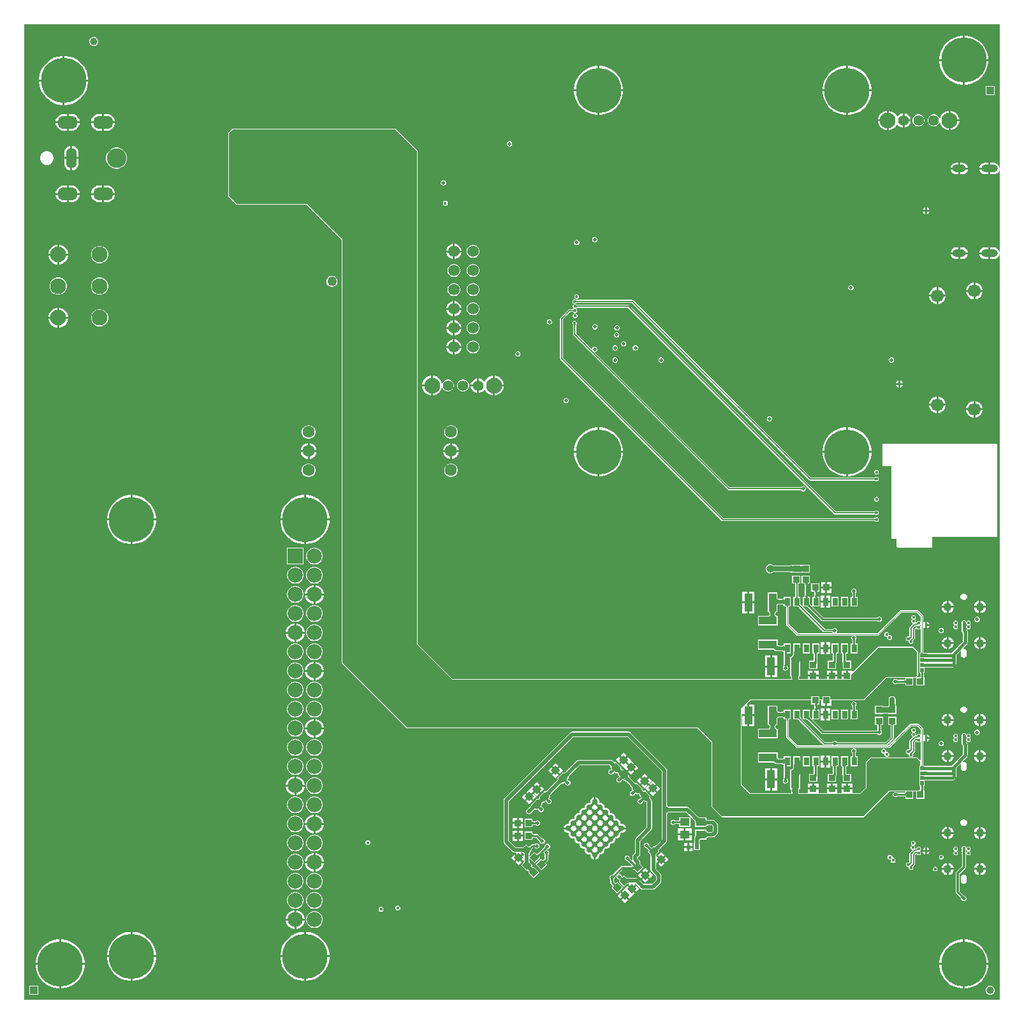
<source format=gbr>
%TF.GenerationSoftware,Altium Limited,Altium Designer,22.2.1 (43)*%
G04 Layer_Physical_Order=8*
G04 Layer_Color=65280*
%FSLAX26Y26*%
%MOIN*%
%TF.SameCoordinates,92DA24ED-A250-4A13-B4DD-B7D196A9CFE6*%
%TF.FilePolarity,Positive*%
%TF.FileFunction,Copper,L8,Bot,Signal*%
%TF.Part,Single*%
G01*
G75*
%TA.AperFunction,SMDPad,CuDef*%
%ADD27R,0.023622X0.023622*%
%ADD39R,0.035433X0.033465*%
%ADD47R,0.043307X0.094488*%
%ADD48R,0.033465X0.035433*%
%TA.AperFunction,FiducialPad,Global*%
%ADD54C,0.039370*%
%ADD55R,0.039370X0.039370*%
%TA.AperFunction,Conductor*%
%ADD56C,0.006929*%
%ADD57C,0.007874*%
%ADD58C,0.004921*%
%ADD59C,0.010000*%
%ADD60C,0.011811*%
%ADD61C,0.029528*%
%ADD64C,0.019685*%
%TA.AperFunction,ComponentPad*%
%ADD67O,0.086614X0.039370*%
%ADD68O,0.070866X0.039370*%
%ADD69C,0.043307*%
%ADD70C,0.082677*%
%ADD71C,0.078740*%
%ADD72R,0.078740X0.078740*%
%ADD73O,0.106299X0.066929*%
%ADD74C,0.102362*%
%ADD75O,0.055118X0.106299*%
%ADD76C,0.055118*%
%ADD77C,0.062992*%
%ADD78C,0.236220*%
%ADD79C,0.066929*%
%ADD80C,0.060000*%
%TA.AperFunction,ViaPad*%
%ADD81C,0.027559*%
%ADD82C,0.017716*%
%ADD83C,0.039370*%
%ADD84C,0.015748*%
%ADD85C,0.019685*%
%ADD86C,0.050000*%
%TA.AperFunction,Conductor*%
%ADD88C,0.027559*%
%ADD89C,0.006946*%
%TA.AperFunction,SMDPad,CuDef*%
%ADD90R,0.029921X0.043307*%
%ADD91R,0.018504X0.019685*%
%ADD92R,0.051181X0.043307*%
G04:AMPARAMS|DCode=93|XSize=33.465mil|YSize=35.433mil|CornerRadius=0mil|HoleSize=0mil|Usage=FLASHONLY|Rotation=225.000|XOffset=0mil|YOffset=0mil|HoleType=Round|Shape=Rectangle|*
%AMROTATEDRECTD93*
4,1,4,-0.000696,0.024359,0.024359,-0.000696,0.000696,-0.024359,-0.024359,0.000696,-0.000696,0.024359,0.0*
%
%ADD93ROTATEDRECTD93*%

G04:AMPARAMS|DCode=94|XSize=33.465mil|YSize=35.433mil|CornerRadius=0mil|HoleSize=0mil|Usage=FLASHONLY|Rotation=315.000|XOffset=0mil|YOffset=0mil|HoleType=Round|Shape=Rectangle|*
%AMROTATEDRECTD94*
4,1,4,-0.024359,-0.000696,0.000696,0.024359,0.024359,0.000696,-0.000696,-0.024359,-0.024359,-0.000696,0.0*
%
%ADD94ROTATEDRECTD94*%

%ADD95R,0.094488X0.043307*%
%TA.AperFunction,Conductor*%
%ADD96C,0.015748*%
G36*
X6092167Y5345190D02*
X6091913Y5347119D01*
X6088922Y5354341D01*
X6084164Y5360542D01*
X6077963Y5365300D01*
X6070742Y5368291D01*
X6062992Y5369311D01*
X6044370D01*
Y5339370D01*
Y5309429D01*
X6062992D01*
X6070742Y5310449D01*
X6077963Y5313440D01*
X6084164Y5318198D01*
X6088922Y5324399D01*
X6091913Y5331621D01*
X6092167Y5333550D01*
Y4902670D01*
X6091913Y4904600D01*
X6088922Y4911821D01*
X6084164Y4918022D01*
X6077963Y4922780D01*
X6070742Y4925771D01*
X6062992Y4926792D01*
X6044370D01*
Y4896850D01*
Y4866909D01*
X6062992D01*
X6070742Y4867929D01*
X6077963Y4870921D01*
X6084164Y4875679D01*
X6088922Y4881880D01*
X6091913Y4889101D01*
X6092167Y4891030D01*
Y994447D01*
X994447D01*
Y6092167D01*
X6092167D01*
Y5345190D01*
D02*
G37*
%LPC*%
G36*
X1362966Y6027559D02*
X1353569D01*
X1344887Y6023963D01*
X1338242Y6017318D01*
X1334646Y6008636D01*
Y5999238D01*
X1338242Y5990556D01*
X1344887Y5983911D01*
X1353569Y5980315D01*
X1362966D01*
X1371649Y5983911D01*
X1378293Y5990556D01*
X1381890Y5999238D01*
Y6008636D01*
X1378293Y6017318D01*
X1371649Y6023963D01*
X1362966Y6027559D01*
D02*
G37*
G36*
X5915594Y6033622D02*
X5910512D01*
Y5910512D01*
X6033622D01*
Y5915594D01*
X6030467Y5935511D01*
X6024236Y5954689D01*
X6015081Y5972656D01*
X6003229Y5988970D01*
X5988970Y6003229D01*
X5972656Y6015081D01*
X5954689Y6024236D01*
X5935511Y6030467D01*
X5915594Y6033622D01*
D02*
G37*
G36*
X5900512D02*
X5895429D01*
X5875513Y6030467D01*
X5856335Y6024236D01*
X5838367Y6015081D01*
X5822054Y6003229D01*
X5807795Y5988970D01*
X5795942Y5972656D01*
X5786788Y5954689D01*
X5780556Y5935511D01*
X5777402Y5915594D01*
Y5910512D01*
X5900512D01*
Y6033622D01*
D02*
G37*
G36*
X1210082Y5928110D02*
X1205000D01*
Y5805000D01*
X1328110D01*
Y5810083D01*
X1324956Y5829999D01*
X1318724Y5849177D01*
X1309570Y5867144D01*
X1297717Y5883458D01*
X1283458Y5897717D01*
X1267144Y5909570D01*
X1249177Y5918724D01*
X1229999Y5924956D01*
X1210082Y5928110D01*
D02*
G37*
G36*
X1195000D02*
X1189918D01*
X1170001Y5924956D01*
X1150823Y5918724D01*
X1132856Y5909570D01*
X1116542Y5897717D01*
X1102283Y5883458D01*
X1090430Y5867144D01*
X1081276Y5849177D01*
X1075044Y5829999D01*
X1071890Y5810083D01*
Y5805000D01*
X1195000D01*
Y5928110D01*
D02*
G37*
G36*
X6033622Y5900512D02*
X5910512D01*
Y5777402D01*
X5915594D01*
X5935511Y5780556D01*
X5954689Y5786788D01*
X5972656Y5795942D01*
X5988970Y5807795D01*
X6003229Y5822054D01*
X6015081Y5838367D01*
X6024236Y5856335D01*
X6030467Y5875513D01*
X6033622Y5895429D01*
Y5900512D01*
D02*
G37*
G36*
X5900512D02*
X5777402D01*
Y5895429D01*
X5780556Y5875513D01*
X5786788Y5856335D01*
X5795942Y5838367D01*
X5807795Y5822054D01*
X5822054Y5807795D01*
X5838367Y5795942D01*
X5856335Y5786788D01*
X5875513Y5780556D01*
X5895429Y5777402D01*
X5900512D01*
Y5900512D01*
D02*
G37*
G36*
X5305358Y5876142D02*
X5300276D01*
Y5753032D01*
X5423386D01*
Y5758114D01*
X5420231Y5778031D01*
X5414000Y5797209D01*
X5404845Y5815176D01*
X5392993Y5831490D01*
X5378734Y5845748D01*
X5362420Y5857601D01*
X5344453Y5866756D01*
X5325275Y5872987D01*
X5305358Y5876142D01*
D02*
G37*
G36*
X5290276D02*
X5285193D01*
X5265276Y5872987D01*
X5246098Y5866756D01*
X5228131Y5857601D01*
X5211817Y5845748D01*
X5197559Y5831490D01*
X5185706Y5815176D01*
X5176551Y5797209D01*
X5170320Y5778031D01*
X5167165Y5758114D01*
Y5753032D01*
X5290276D01*
Y5876142D01*
D02*
G37*
G36*
X4006146D02*
X4001063D01*
Y5753031D01*
X4124173D01*
Y5758114D01*
X4121019Y5778031D01*
X4114787Y5797209D01*
X4105633Y5815176D01*
X4093780Y5831490D01*
X4079521Y5845748D01*
X4063207Y5857601D01*
X4045240Y5866756D01*
X4026062Y5872987D01*
X4006146Y5876142D01*
D02*
G37*
G36*
X3991063D02*
X3985981D01*
X3966064Y5872987D01*
X3946886Y5866756D01*
X3928919Y5857601D01*
X3912605Y5845748D01*
X3898346Y5831490D01*
X3886493Y5815176D01*
X3877339Y5797209D01*
X3871107Y5778031D01*
X3867953Y5758114D01*
Y5753031D01*
X3991063D01*
Y5876142D01*
D02*
G37*
G36*
X6066929Y5771654D02*
X6019685D01*
Y5724409D01*
X6066929D01*
Y5771654D01*
D02*
G37*
G36*
X1328110Y5795000D02*
X1205000D01*
Y5671890D01*
X1210082D01*
X1229999Y5675044D01*
X1249177Y5681276D01*
X1267144Y5690430D01*
X1283458Y5702283D01*
X1297717Y5716542D01*
X1309570Y5732856D01*
X1318724Y5750823D01*
X1324956Y5770001D01*
X1328110Y5789917D01*
Y5795000D01*
D02*
G37*
G36*
X1195000D02*
X1071890D01*
Y5789917D01*
X1075044Y5770001D01*
X1081276Y5750823D01*
X1090430Y5732856D01*
X1102283Y5716542D01*
X1116542Y5702283D01*
X1132856Y5690430D01*
X1150823Y5681276D01*
X1170001Y5675044D01*
X1189918Y5671890D01*
X1195000D01*
Y5795000D01*
D02*
G37*
G36*
X5423386Y5743032D02*
X5300276D01*
Y5619921D01*
X5305358D01*
X5325275Y5623076D01*
X5344453Y5629307D01*
X5362420Y5638462D01*
X5378734Y5650315D01*
X5392993Y5664573D01*
X5404845Y5680887D01*
X5414000Y5698854D01*
X5420231Y5718032D01*
X5423386Y5737949D01*
Y5743032D01*
D02*
G37*
G36*
X5290276D02*
X5167165D01*
Y5737949D01*
X5170320Y5718032D01*
X5176551Y5698854D01*
X5185706Y5680887D01*
X5197559Y5664573D01*
X5211817Y5650315D01*
X5228131Y5638462D01*
X5246098Y5629307D01*
X5265276Y5623076D01*
X5285193Y5619921D01*
X5290276D01*
Y5743032D01*
D02*
G37*
G36*
X4124173Y5743031D02*
X4001063D01*
Y5619921D01*
X4006146D01*
X4026062Y5623076D01*
X4045240Y5629307D01*
X4063207Y5638462D01*
X4079521Y5650315D01*
X4093780Y5664573D01*
X4105633Y5680887D01*
X4114787Y5698854D01*
X4121019Y5718032D01*
X4124173Y5737949D01*
Y5743031D01*
D02*
G37*
G36*
X3991063D02*
X3867953D01*
Y5737949D01*
X3871107Y5718032D01*
X3877339Y5698854D01*
X3886493Y5680887D01*
X3898346Y5664573D01*
X3912605Y5650315D01*
X3928919Y5638462D01*
X3946886Y5629307D01*
X3966064Y5623076D01*
X3985981Y5619921D01*
X3991063D01*
Y5743031D01*
D02*
G37*
G36*
X5837467Y5641890D02*
X5835709D01*
Y5595551D01*
X5882047D01*
Y5597310D01*
X5878549Y5610367D01*
X5871790Y5622074D01*
X5862231Y5631632D01*
X5850525Y5638391D01*
X5837467Y5641890D01*
D02*
G37*
G36*
X5595551Y5628095D02*
Y5595551D01*
X5628095D01*
X5625551Y5605048D01*
X5620606Y5613613D01*
X5613613Y5620606D01*
X5605048Y5625551D01*
X5595551Y5628095D01*
D02*
G37*
G36*
X5502874Y5641890D02*
X5501115D01*
X5488058Y5638391D01*
X5476351Y5631632D01*
X5466793Y5622074D01*
X5460034Y5610367D01*
X5456535Y5597310D01*
Y5595551D01*
X5502874D01*
Y5641890D01*
D02*
G37*
G36*
X5825709D02*
X5823950D01*
X5810893Y5638391D01*
X5799186Y5631632D01*
X5789627Y5622074D01*
X5782869Y5610367D01*
X5779370Y5597310D01*
Y5595285D01*
X5777381Y5602708D01*
X5773235Y5609890D01*
X5767370Y5615754D01*
X5760189Y5619901D01*
X5752178Y5622047D01*
X5743885D01*
X5735874Y5619901D01*
X5728693Y5615754D01*
X5722828Y5609890D01*
X5718682Y5602708D01*
X5716535Y5594698D01*
Y5586405D01*
X5718682Y5578394D01*
X5722828Y5571212D01*
X5728693Y5565348D01*
X5735874Y5561202D01*
X5743885Y5559055D01*
X5752178D01*
X5760189Y5561202D01*
X5767370Y5565348D01*
X5773235Y5571212D01*
X5777381Y5578394D01*
X5779370Y5585817D01*
Y5583792D01*
X5782869Y5570735D01*
X5789627Y5559029D01*
X5799186Y5549470D01*
X5810893Y5542711D01*
X5823950Y5539213D01*
X5825709D01*
Y5590551D01*
Y5641890D01*
D02*
G37*
G36*
X1425197Y5624548D02*
X1410512D01*
Y5585709D01*
X1468378D01*
X1467543Y5592055D01*
X1463163Y5602628D01*
X1456196Y5611708D01*
X1447117Y5618675D01*
X1436543Y5623055D01*
X1425197Y5624548D01*
D02*
G37*
G36*
X1400512D02*
X1385827D01*
X1374480Y5623055D01*
X1363907Y5618675D01*
X1354827Y5611708D01*
X1347861Y5602628D01*
X1343481Y5592055D01*
X1342645Y5585709D01*
X1400512D01*
Y5624548D01*
D02*
G37*
G36*
X1240158D02*
X1225472D01*
Y5585709D01*
X1283339D01*
X1282503Y5592055D01*
X1278124Y5602628D01*
X1271157Y5611708D01*
X1262077Y5618675D01*
X1251504Y5623055D01*
X1240158Y5624548D01*
D02*
G37*
G36*
X1215472D02*
X1200787D01*
X1189441Y5623055D01*
X1178868Y5618675D01*
X1169788Y5611708D01*
X1162821Y5602628D01*
X1158441Y5592055D01*
X1157606Y5585709D01*
X1215472D01*
Y5624548D01*
D02*
G37*
G36*
X5673438Y5622047D02*
X5665145D01*
X5657134Y5619901D01*
X5649952Y5615754D01*
X5644088Y5609890D01*
X5639942Y5602708D01*
X5637795Y5594698D01*
Y5586405D01*
X5639942Y5578394D01*
X5644088Y5571212D01*
X5649952Y5565348D01*
X5657134Y5561202D01*
X5665145Y5559055D01*
X5673438D01*
X5681448Y5561202D01*
X5688630Y5565348D01*
X5694494Y5571212D01*
X5698641Y5578394D01*
X5700787Y5586405D01*
Y5594698D01*
X5698641Y5602708D01*
X5694494Y5609890D01*
X5688630Y5615754D01*
X5681448Y5619901D01*
X5673438Y5622047D01*
D02*
G37*
G36*
X5628095Y5585551D02*
X5595551D01*
Y5553007D01*
X5605048Y5555552D01*
X5613613Y5560497D01*
X5620606Y5567489D01*
X5625551Y5576054D01*
X5628095Y5585551D01*
D02*
G37*
G36*
X5514633Y5641890D02*
X5512874D01*
Y5590551D01*
Y5539213D01*
X5514633D01*
X5527690Y5542711D01*
X5539397Y5549470D01*
X5548955Y5559029D01*
X5555714Y5570735D01*
X5556636Y5574176D01*
X5560496Y5567489D01*
X5567489Y5560497D01*
X5576054Y5555552D01*
X5585551Y5553007D01*
Y5590551D01*
Y5628095D01*
X5576054Y5625551D01*
X5567489Y5620606D01*
X5560496Y5613613D01*
X5556636Y5606926D01*
X5555714Y5610367D01*
X5548955Y5622074D01*
X5539397Y5631632D01*
X5527690Y5638391D01*
X5514633Y5641890D01*
D02*
G37*
G36*
X5882047Y5585551D02*
X5835709D01*
Y5539213D01*
X5837467D01*
X5850525Y5542711D01*
X5862231Y5549470D01*
X5871790Y5559029D01*
X5878549Y5570735D01*
X5882047Y5583792D01*
Y5585551D01*
D02*
G37*
G36*
X5502874D02*
X5456535D01*
Y5583792D01*
X5460034Y5570735D01*
X5466793Y5559029D01*
X5476351Y5549470D01*
X5488058Y5542711D01*
X5501115Y5539213D01*
X5502874D01*
Y5585551D01*
D02*
G37*
G36*
X1468378Y5575709D02*
X1410512D01*
Y5536869D01*
X1425197D01*
X1436543Y5538363D01*
X1447117Y5542743D01*
X1456196Y5549709D01*
X1463163Y5558789D01*
X1467543Y5569362D01*
X1468378Y5575709D01*
D02*
G37*
G36*
X1400512D02*
X1342645D01*
X1343481Y5569362D01*
X1347861Y5558789D01*
X1354827Y5549709D01*
X1363907Y5542743D01*
X1374480Y5538363D01*
X1385827Y5536869D01*
X1400512D01*
Y5575709D01*
D02*
G37*
G36*
X1283339Y5575709D02*
X1225472D01*
Y5536869D01*
X1240158D01*
X1251504Y5538363D01*
X1262077Y5542743D01*
X1271157Y5549709D01*
X1278124Y5558789D01*
X1282503Y5569362D01*
X1283339Y5575709D01*
D02*
G37*
G36*
X1215472D02*
X1157606D01*
X1158441Y5569362D01*
X1162821Y5558789D01*
X1169788Y5549709D01*
X1178868Y5542743D01*
X1189441Y5538363D01*
X1200787Y5536869D01*
X1215472D01*
Y5575709D01*
D02*
G37*
G36*
X3534237Y5482283D02*
X3528755D01*
X3523691Y5480186D01*
X3519814Y5476309D01*
X3517717Y5471245D01*
Y5465763D01*
X3519814Y5460698D01*
X3523691Y5456822D01*
X3528755Y5454724D01*
X3534237D01*
X3539302Y5456822D01*
X3543178Y5460698D01*
X3545276Y5465763D01*
Y5471245D01*
X3543178Y5476309D01*
X3539302Y5480186D01*
X3534237Y5482283D01*
D02*
G37*
G36*
X1245158Y5456516D02*
Y5398701D01*
X1278041D01*
Y5419291D01*
X1276750Y5429096D01*
X1272965Y5438233D01*
X1266945Y5446079D01*
X1259099Y5452099D01*
X1249962Y5455884D01*
X1245158Y5456516D01*
D02*
G37*
G36*
X1235158D02*
X1230353Y5455884D01*
X1221216Y5452099D01*
X1213370Y5446079D01*
X1207350Y5438233D01*
X1203565Y5429096D01*
X1202274Y5419291D01*
Y5398701D01*
X1235158D01*
Y5456516D01*
D02*
G37*
G36*
X1116870Y5429134D02*
X1107540D01*
X1098528Y5426719D01*
X1090448Y5422054D01*
X1083851Y5415457D01*
X1079186Y5407377D01*
X1076772Y5398366D01*
Y5389036D01*
X1079186Y5380024D01*
X1083851Y5371944D01*
X1090448Y5365347D01*
X1098528Y5360682D01*
X1107540Y5358268D01*
X1116870D01*
X1125881Y5360682D01*
X1133961Y5365347D01*
X1140558Y5371944D01*
X1145223Y5380024D01*
X1147638Y5389036D01*
Y5398366D01*
X1145223Y5407377D01*
X1140558Y5415457D01*
X1133961Y5422054D01*
X1125881Y5426719D01*
X1116870Y5429134D01*
D02*
G37*
G36*
X6034370Y5369311D02*
X6015748D01*
X6007999Y5368291D01*
X6000777Y5365300D01*
X5994576Y5360542D01*
X5989818Y5354341D01*
X5986827Y5347119D01*
X5986465Y5344370D01*
X6034370D01*
Y5369311D01*
D02*
G37*
G36*
X5897638D02*
X5886890D01*
Y5344370D01*
X5926921D01*
X5926559Y5347119D01*
X5923568Y5354341D01*
X5918809Y5360542D01*
X5912608Y5365300D01*
X5905387Y5368291D01*
X5897638Y5369311D01*
D02*
G37*
G36*
X5876890D02*
X5866142D01*
X5858392Y5368291D01*
X5851171Y5365300D01*
X5844970Y5360542D01*
X5840212Y5354341D01*
X5837221Y5347119D01*
X5836859Y5344370D01*
X5876890D01*
Y5369311D01*
D02*
G37*
G36*
X1483634Y5448819D02*
X1469121D01*
X1455103Y5445063D01*
X1442535Y5437806D01*
X1432273Y5427544D01*
X1425016Y5414976D01*
X1421260Y5400957D01*
Y5386444D01*
X1425016Y5372426D01*
X1432273Y5359858D01*
X1442535Y5349595D01*
X1455103Y5342339D01*
X1469121Y5338583D01*
X1483634D01*
X1497653Y5342339D01*
X1510221Y5349595D01*
X1520483Y5359858D01*
X1527740Y5372426D01*
X1531496Y5386444D01*
Y5400957D01*
X1527740Y5414976D01*
X1520483Y5427544D01*
X1510221Y5437806D01*
X1497653Y5445063D01*
X1483634Y5448819D01*
D02*
G37*
G36*
X1278041Y5388701D02*
X1245158D01*
Y5330885D01*
X1249962Y5331518D01*
X1259099Y5335302D01*
X1266945Y5341323D01*
X1272965Y5349169D01*
X1276750Y5358305D01*
X1278041Y5368110D01*
Y5388701D01*
D02*
G37*
G36*
X1235158D02*
X1202274D01*
Y5368110D01*
X1203565Y5358305D01*
X1207350Y5349169D01*
X1213370Y5341323D01*
X1221216Y5335302D01*
X1230353Y5331518D01*
X1235158Y5330885D01*
Y5388701D01*
D02*
G37*
G36*
X6034370Y5334370D02*
X5986465D01*
X5986827Y5331621D01*
X5989818Y5324399D01*
X5994576Y5318198D01*
X6000777Y5313440D01*
X6007999Y5310449D01*
X6015748Y5309429D01*
X6034370D01*
Y5334370D01*
D02*
G37*
G36*
X5926921Y5334370D02*
X5886890D01*
Y5309429D01*
X5897638D01*
X5905387Y5310449D01*
X5912608Y5313440D01*
X5918809Y5318198D01*
X5923568Y5324399D01*
X5926559Y5331621D01*
X5926921Y5334370D01*
D02*
G37*
G36*
X5876890D02*
X5836859D01*
X5837221Y5331621D01*
X5840212Y5324399D01*
X5844970Y5318198D01*
X5851171Y5313440D01*
X5858392Y5310449D01*
X5866142Y5309429D01*
X5876890D01*
Y5334370D01*
D02*
G37*
G36*
X3187780Y5277559D02*
X3182298D01*
X3177234Y5275461D01*
X3173358Y5271585D01*
X3171260Y5266520D01*
Y5261039D01*
X3173358Y5255974D01*
X3177234Y5252098D01*
X3182298Y5250000D01*
X3187780D01*
X3192845Y5252098D01*
X3196721Y5255974D01*
X3198819Y5261039D01*
Y5266520D01*
X3196721Y5271585D01*
X3192845Y5275461D01*
X3187780Y5277559D01*
D02*
G37*
G36*
X1240158Y5250533D02*
X1225472D01*
Y5211693D01*
X1283339D01*
X1282503Y5218039D01*
X1278124Y5228613D01*
X1271157Y5237692D01*
X1262077Y5244659D01*
X1251504Y5249039D01*
X1240158Y5250533D01*
D02*
G37*
G36*
X1215472D02*
X1200787D01*
X1189441Y5249039D01*
X1178868Y5244659D01*
X1169788Y5237692D01*
X1162821Y5228613D01*
X1158441Y5218039D01*
X1157606Y5211693D01*
X1215472D01*
Y5250533D01*
D02*
G37*
G36*
X1425197D02*
X1410512D01*
Y5211693D01*
X1468378D01*
X1467543Y5218039D01*
X1463163Y5228613D01*
X1456196Y5237692D01*
X1447117Y5244659D01*
X1436543Y5249039D01*
X1425197Y5250533D01*
D02*
G37*
G36*
X1400512D02*
X1385827D01*
X1374480Y5249039D01*
X1363907Y5244659D01*
X1354827Y5237692D01*
X1347861Y5228613D01*
X1343481Y5218039D01*
X1342645Y5211693D01*
X1400512D01*
Y5250533D01*
D02*
G37*
G36*
X1468378Y5201693D02*
X1410512D01*
Y5162853D01*
X1425197D01*
X1436543Y5164347D01*
X1447117Y5168727D01*
X1456196Y5175694D01*
X1463163Y5184773D01*
X1467543Y5195346D01*
X1468378Y5201693D01*
D02*
G37*
G36*
X1400512D02*
X1342645D01*
X1343481Y5195346D01*
X1347861Y5184773D01*
X1354827Y5175694D01*
X1363907Y5168727D01*
X1374480Y5164347D01*
X1385827Y5162853D01*
X1400512D01*
Y5201693D01*
D02*
G37*
G36*
X1283339Y5201693D02*
X1225472D01*
Y5162853D01*
X1240158D01*
X1251504Y5164347D01*
X1262077Y5168727D01*
X1271157Y5175694D01*
X1278124Y5184773D01*
X1282503Y5195346D01*
X1283339Y5201693D01*
D02*
G37*
G36*
X1215472D02*
X1157606D01*
X1158441Y5195346D01*
X1162821Y5184773D01*
X1169788Y5175694D01*
X1178868Y5168727D01*
X1189441Y5164347D01*
X1200787Y5162853D01*
X1215472D01*
Y5201693D01*
D02*
G37*
G36*
X3197545Y5170795D02*
X3192455D01*
X3187752Y5168847D01*
X3184153Y5165248D01*
X3182205Y5160545D01*
Y5155455D01*
X3184153Y5150752D01*
X3187752Y5147153D01*
X3192455Y5145205D01*
X3197545D01*
X3202248Y5147153D01*
X3205847Y5150752D01*
X3207795Y5155455D01*
Y5160545D01*
X3205847Y5165248D01*
X3202248Y5168847D01*
X3197545Y5170795D01*
D02*
G37*
G36*
X5713661Y5135386D02*
Y5123110D01*
X5725937D01*
X5723814Y5128235D01*
X5718786Y5133263D01*
X5713661Y5135386D01*
D02*
G37*
G36*
X5703661D02*
X5698537Y5133263D01*
X5693508Y5128235D01*
X5691386Y5123110D01*
X5703661D01*
Y5135386D01*
D02*
G37*
G36*
X5725937Y5113110D02*
X5713661D01*
Y5100835D01*
X5718786Y5102957D01*
X5723814Y5107985D01*
X5725937Y5113110D01*
D02*
G37*
G36*
X5703661D02*
X5691386D01*
X5693508Y5107985D01*
X5698537Y5102957D01*
X5703661Y5100835D01*
Y5113110D01*
D02*
G37*
G36*
X3978741Y4981779D02*
X3973259D01*
X3968195Y4979682D01*
X3964318Y4975806D01*
X3962220Y4970741D01*
Y4965259D01*
X3964318Y4960194D01*
X3968195Y4956318D01*
X3973259Y4954221D01*
X3978741D01*
X3983805Y4956318D01*
X3987682Y4960194D01*
X3989780Y4965259D01*
Y4970741D01*
X3987682Y4975806D01*
X3983805Y4979682D01*
X3978741Y4981779D01*
D02*
G37*
G36*
X3884631Y4966535D02*
X3879149D01*
X3874084Y4964438D01*
X3870208Y4960561D01*
X3868110Y4955497D01*
Y4950015D01*
X3870208Y4944950D01*
X3874084Y4941074D01*
X3879149Y4938976D01*
X3884631D01*
X3889695Y4941074D01*
X3893572Y4944950D01*
X3895669Y4950015D01*
Y4955497D01*
X3893572Y4960561D01*
X3889695Y4964438D01*
X3884631Y4966535D01*
D02*
G37*
G36*
X3245227Y4946299D02*
X3244961D01*
Y4911299D01*
X3279961D01*
Y4911565D01*
X3277235Y4921739D01*
X3271969Y4930860D01*
X3264521Y4938307D01*
X3255400Y4943573D01*
X3245227Y4946299D01*
D02*
G37*
G36*
X3234961D02*
X3234695D01*
X3224521Y4943573D01*
X3215400Y4938307D01*
X3207953Y4930860D01*
X3202686Y4921739D01*
X3199961Y4911565D01*
Y4911299D01*
X3234961D01*
Y4946299D01*
D02*
G37*
G36*
X5897638Y4926792D02*
X5886890D01*
Y4901851D01*
X5926921D01*
X5926559Y4904600D01*
X5923568Y4911821D01*
X5918809Y4918022D01*
X5912608Y4922780D01*
X5905387Y4925771D01*
X5897638Y4926792D01*
D02*
G37*
G36*
X5876890D02*
X5866142D01*
X5858392Y4925771D01*
X5851171Y4922780D01*
X5844970Y4918022D01*
X5840212Y4911821D01*
X5837221Y4904600D01*
X5836859Y4901851D01*
X5876890D01*
Y4926792D01*
D02*
G37*
G36*
X6034370D02*
X6015748D01*
X6007999Y4925771D01*
X6000777Y4922780D01*
X5994576Y4918022D01*
X5989818Y4911821D01*
X5986827Y4904600D01*
X5986465Y4901850D01*
X6034370D01*
Y4926792D01*
D02*
G37*
G36*
X1178019Y4941102D02*
X1176260D01*
Y4894764D01*
X1222599D01*
Y4896523D01*
X1219100Y4909580D01*
X1212341Y4921286D01*
X1202783Y4930845D01*
X1191076Y4937604D01*
X1178019Y4941102D01*
D02*
G37*
G36*
X1166260D02*
X1164501D01*
X1151444Y4937604D01*
X1139737Y4930845D01*
X1130179Y4921286D01*
X1123420Y4909580D01*
X1119921Y4896523D01*
Y4894764D01*
X1166260D01*
Y4941102D01*
D02*
G37*
G36*
X3344428Y4940236D02*
X3335493D01*
X3326861Y4937923D01*
X3319123Y4933456D01*
X3312804Y4927137D01*
X3308336Y4919398D01*
X3306024Y4910767D01*
Y4901831D01*
X3308336Y4893200D01*
X3312804Y4885461D01*
X3319123Y4879143D01*
X3326861Y4874675D01*
X3335493Y4872362D01*
X3344428D01*
X3353060Y4874675D01*
X3360798Y4879143D01*
X3367117Y4885461D01*
X3371585Y4893200D01*
X3373898Y4901831D01*
Y4910767D01*
X3371585Y4919398D01*
X3367117Y4927137D01*
X3360798Y4933456D01*
X3353060Y4937923D01*
X3344428Y4940236D01*
D02*
G37*
G36*
X6034370Y4891850D02*
X5986465D01*
X5986827Y4889101D01*
X5989818Y4881880D01*
X5994576Y4875679D01*
X6000777Y4870921D01*
X6007999Y4867929D01*
X6015748Y4866909D01*
X6034370D01*
Y4891850D01*
D02*
G37*
G36*
X5926921Y4891851D02*
X5886890D01*
Y4866909D01*
X5897638D01*
X5905387Y4867929D01*
X5912608Y4870921D01*
X5918809Y4875679D01*
X5923568Y4881880D01*
X5926559Y4889101D01*
X5926921Y4891851D01*
D02*
G37*
G36*
X5876890D02*
X5836859D01*
X5837221Y4889101D01*
X5840212Y4881880D01*
X5844970Y4875679D01*
X5851171Y4870921D01*
X5858392Y4867929D01*
X5866142Y4866909D01*
X5876890D01*
Y4891851D01*
D02*
G37*
G36*
X3279961Y4901299D02*
X3244961D01*
Y4866299D01*
X3245227D01*
X3255400Y4869025D01*
X3264521Y4874291D01*
X3271969Y4881739D01*
X3277235Y4890860D01*
X3279961Y4901033D01*
Y4901299D01*
D02*
G37*
G36*
X3234961D02*
X3199961D01*
Y4901033D01*
X3202686Y4890860D01*
X3207953Y4881739D01*
X3215400Y4874291D01*
X3224521Y4869025D01*
X3234695Y4866299D01*
X3234961D01*
Y4901299D01*
D02*
G37*
G36*
X1393756Y4935039D02*
X1381835D01*
X1370320Y4931954D01*
X1359995Y4925993D01*
X1351566Y4917564D01*
X1345605Y4907239D01*
X1342520Y4895724D01*
Y4883803D01*
X1345605Y4872288D01*
X1351566Y4861964D01*
X1359995Y4853534D01*
X1370320Y4847574D01*
X1381835Y4844488D01*
X1393756D01*
X1405271Y4847574D01*
X1415595Y4853534D01*
X1424025Y4861964D01*
X1429986Y4872288D01*
X1433071Y4883803D01*
Y4895724D01*
X1429986Y4907239D01*
X1424025Y4917564D01*
X1415595Y4925993D01*
X1405271Y4931954D01*
X1393756Y4935039D01*
D02*
G37*
G36*
X1222599Y4884764D02*
X1176260D01*
Y4838425D01*
X1178019D01*
X1191076Y4841924D01*
X1202783Y4848683D01*
X1212341Y4858241D01*
X1219100Y4869948D01*
X1222599Y4883005D01*
Y4884764D01*
D02*
G37*
G36*
X1166260D02*
X1119921D01*
Y4883005D01*
X1123420Y4869948D01*
X1130179Y4858241D01*
X1139737Y4848683D01*
X1151444Y4841924D01*
X1164501Y4838425D01*
X1166260D01*
Y4884764D01*
D02*
G37*
G36*
X3344428Y4840236D02*
X3335493D01*
X3326861Y4837923D01*
X3319123Y4833456D01*
X3312804Y4827137D01*
X3308336Y4819398D01*
X3306024Y4810767D01*
Y4801831D01*
X3308336Y4793200D01*
X3312804Y4785461D01*
X3319123Y4779143D01*
X3326861Y4774675D01*
X3335493Y4772362D01*
X3344428D01*
X3353060Y4774675D01*
X3360798Y4779143D01*
X3367117Y4785461D01*
X3371585Y4793200D01*
X3373898Y4801831D01*
Y4810767D01*
X3371585Y4819398D01*
X3367117Y4827137D01*
X3360798Y4833456D01*
X3353060Y4837923D01*
X3344428Y4840236D01*
D02*
G37*
G36*
X3244428D02*
X3235493D01*
X3226861Y4837923D01*
X3219123Y4833456D01*
X3212804Y4827137D01*
X3208336Y4819398D01*
X3206024Y4810767D01*
Y4801831D01*
X3208336Y4793200D01*
X3212804Y4785461D01*
X3219123Y4779143D01*
X3226861Y4774675D01*
X3235493Y4772362D01*
X3244428D01*
X3253060Y4774675D01*
X3260798Y4779143D01*
X3267117Y4785461D01*
X3271585Y4793200D01*
X3273898Y4801831D01*
Y4810767D01*
X3271585Y4819398D01*
X3267117Y4827137D01*
X3260798Y4833456D01*
X3253060Y4837923D01*
X3244428Y4840236D01*
D02*
G37*
G36*
X2605810Y4777937D02*
X2598190D01*
X2590831Y4775965D01*
X2584232Y4772155D01*
X2578845Y4766768D01*
X2575035Y4760169D01*
X2573063Y4752810D01*
Y4745190D01*
X2575035Y4737831D01*
X2578845Y4731232D01*
X2584232Y4725845D01*
X2590831Y4722035D01*
X2598190Y4720063D01*
X2605810D01*
X2613169Y4722035D01*
X2619768Y4725845D01*
X2625155Y4731232D01*
X2628965Y4737831D01*
X2630937Y4745190D01*
Y4752810D01*
X2628965Y4760169D01*
X2625155Y4766768D01*
X2619768Y4772155D01*
X2613169Y4775965D01*
X2605810Y4777937D01*
D02*
G37*
G36*
X5966352Y4742283D02*
X5965630D01*
Y4703819D01*
X6004095D01*
Y4704541D01*
X6001132Y4715596D01*
X5995410Y4725507D01*
X5987318Y4733599D01*
X5977407Y4739321D01*
X5966352Y4742283D01*
D02*
G37*
G36*
X5955630D02*
X5954908D01*
X5943853Y4739321D01*
X5933942Y4733599D01*
X5925850Y4725507D01*
X5920127Y4715596D01*
X5917166Y4704541D01*
Y4703819D01*
X5955630D01*
Y4742283D01*
D02*
G37*
G36*
X5317702Y4730315D02*
X5312220D01*
X5307155Y4728217D01*
X5303279Y4724341D01*
X5301181Y4719276D01*
Y4713794D01*
X5303279Y4708730D01*
X5307155Y4704854D01*
X5312220Y4702756D01*
X5317702D01*
X5322766Y4704854D01*
X5326642Y4708730D01*
X5328740Y4713794D01*
Y4719276D01*
X5326642Y4724341D01*
X5322766Y4728217D01*
X5317702Y4730315D01*
D02*
G37*
G36*
X5773439Y4718661D02*
X5772717D01*
Y4680197D01*
X5811181D01*
Y4680919D01*
X5808219Y4691974D01*
X5802497Y4701885D01*
X5794404Y4709977D01*
X5784493Y4715699D01*
X5773439Y4718661D01*
D02*
G37*
G36*
X5762717D02*
X5761994D01*
X5750940Y4715699D01*
X5741029Y4709977D01*
X5732936Y4701885D01*
X5727214Y4691974D01*
X5724252Y4680919D01*
Y4680197D01*
X5762717D01*
Y4718661D01*
D02*
G37*
G36*
X1393756Y4769685D02*
X1381835D01*
X1370320Y4766600D01*
X1359995Y4760639D01*
X1351566Y4752209D01*
X1345605Y4741885D01*
X1342520Y4730370D01*
Y4718449D01*
X1345605Y4706934D01*
X1351566Y4696609D01*
X1359995Y4688180D01*
X1370320Y4682219D01*
X1381835Y4679134D01*
X1393756D01*
X1405271Y4682219D01*
X1415595Y4688180D01*
X1424025Y4696609D01*
X1429986Y4706934D01*
X1433071Y4718449D01*
Y4730370D01*
X1429986Y4741885D01*
X1424025Y4752209D01*
X1415595Y4760639D01*
X1405271Y4766600D01*
X1393756Y4769685D01*
D02*
G37*
G36*
X1177220D02*
X1165299D01*
X1153784Y4766600D01*
X1143460Y4760639D01*
X1135030Y4752209D01*
X1129070Y4741885D01*
X1125984Y4730370D01*
Y4718449D01*
X1129070Y4706934D01*
X1135030Y4696609D01*
X1143460Y4688180D01*
X1153784Y4682219D01*
X1165299Y4679134D01*
X1177220D01*
X1188736Y4682219D01*
X1199060Y4688180D01*
X1207489Y4696609D01*
X1213450Y4706934D01*
X1216535Y4718449D01*
Y4730370D01*
X1213450Y4741885D01*
X1207489Y4752209D01*
X1199060Y4760639D01*
X1188736Y4766600D01*
X1177220Y4769685D01*
D02*
G37*
G36*
X3344428Y4740236D02*
X3335493D01*
X3326861Y4737923D01*
X3319123Y4733456D01*
X3312804Y4727137D01*
X3308336Y4719398D01*
X3306024Y4710767D01*
Y4701831D01*
X3308336Y4693200D01*
X3312804Y4685461D01*
X3319123Y4679143D01*
X3326861Y4674675D01*
X3335493Y4672362D01*
X3344428D01*
X3353060Y4674675D01*
X3360798Y4679143D01*
X3367117Y4685461D01*
X3371585Y4693200D01*
X3373898Y4701831D01*
Y4710767D01*
X3371585Y4719398D01*
X3367117Y4727137D01*
X3360798Y4733456D01*
X3353060Y4737923D01*
X3344428Y4740236D01*
D02*
G37*
G36*
X3244428D02*
X3235493D01*
X3226861Y4737923D01*
X3219123Y4733456D01*
X3212804Y4727137D01*
X3208336Y4719398D01*
X3206024Y4710767D01*
Y4701831D01*
X3208336Y4693200D01*
X3212804Y4685461D01*
X3219123Y4679143D01*
X3226861Y4674675D01*
X3235493Y4672362D01*
X3244428D01*
X3253060Y4674675D01*
X3260798Y4679143D01*
X3267117Y4685461D01*
X3271585Y4693200D01*
X3273898Y4701831D01*
Y4710767D01*
X3271585Y4719398D01*
X3267117Y4727137D01*
X3260798Y4733456D01*
X3253060Y4737923D01*
X3244428Y4740236D01*
D02*
G37*
G36*
X3884239Y4681102D02*
X3879540D01*
X3875199Y4679304D01*
X3871877Y4675982D01*
X3870079Y4671641D01*
Y4666942D01*
X3871877Y4662601D01*
X3875199Y4659278D01*
X3879540Y4657480D01*
X3884239D01*
X3888580Y4659278D01*
X3891903Y4662601D01*
X3893701Y4666942D01*
Y4671641D01*
X3891903Y4675982D01*
X3888580Y4679304D01*
X3884239Y4681102D01*
D02*
G37*
G36*
X6004095Y4693819D02*
X5965630D01*
Y4655354D01*
X5966352D01*
X5977407Y4658316D01*
X5987318Y4664039D01*
X5995410Y4672131D01*
X6001132Y4682042D01*
X6004095Y4693097D01*
Y4693819D01*
D02*
G37*
G36*
X5955630D02*
X5917166D01*
Y4693097D01*
X5920127Y4682042D01*
X5925850Y4672131D01*
X5933942Y4664039D01*
X5943853Y4658316D01*
X5954908Y4655354D01*
X5955630D01*
Y4693819D01*
D02*
G37*
G36*
X5811181Y4670197D02*
X5772717D01*
Y4631732D01*
X5773439D01*
X5784493Y4634694D01*
X5794404Y4640417D01*
X5802497Y4648509D01*
X5808219Y4658420D01*
X5811181Y4669475D01*
Y4670197D01*
D02*
G37*
G36*
X5762717D02*
X5724252D01*
Y4669475D01*
X5727214Y4658420D01*
X5732936Y4648509D01*
X5741029Y4640417D01*
X5750940Y4634694D01*
X5761994Y4631732D01*
X5762717D01*
Y4670197D01*
D02*
G37*
G36*
X3245227Y4646299D02*
X3244961D01*
Y4611299D01*
X3279961D01*
Y4611565D01*
X3277235Y4621739D01*
X3271969Y4630860D01*
X3264521Y4638307D01*
X3255400Y4643573D01*
X3245227Y4646299D01*
D02*
G37*
G36*
X3234961D02*
X3234695D01*
X3224521Y4643573D01*
X3215400Y4638307D01*
X3207953Y4630860D01*
X3202686Y4621739D01*
X3199961Y4611565D01*
Y4611299D01*
X3234961D01*
Y4646299D01*
D02*
G37*
G36*
X3344428Y4640236D02*
X3335493D01*
X3326861Y4637923D01*
X3319123Y4633456D01*
X3312804Y4627137D01*
X3308336Y4619398D01*
X3306024Y4610767D01*
Y4601831D01*
X3308336Y4593200D01*
X3312804Y4585461D01*
X3319123Y4579143D01*
X3326861Y4574675D01*
X3335493Y4572362D01*
X3344428D01*
X3353060Y4574675D01*
X3360798Y4579143D01*
X3367117Y4585461D01*
X3371585Y4593200D01*
X3373898Y4601831D01*
Y4610767D01*
X3371585Y4619398D01*
X3367117Y4627137D01*
X3360798Y4633456D01*
X3353060Y4637923D01*
X3344428Y4640236D01*
D02*
G37*
G36*
X3279961Y4601299D02*
X3244961D01*
Y4566299D01*
X3245227D01*
X3255400Y4569025D01*
X3264521Y4574291D01*
X3271969Y4581739D01*
X3277235Y4590860D01*
X3279961Y4601033D01*
Y4601299D01*
D02*
G37*
G36*
X3234961D02*
X3199961D01*
Y4601033D01*
X3202686Y4590860D01*
X3207953Y4581739D01*
X3215400Y4574291D01*
X3224521Y4569025D01*
X3234695Y4566299D01*
X3234961D01*
Y4601299D01*
D02*
G37*
G36*
X1178019Y4610394D02*
X1176260D01*
Y4564055D01*
X1222599D01*
Y4565814D01*
X1219100Y4578871D01*
X1212341Y4590578D01*
X1202783Y4600136D01*
X1191076Y4606895D01*
X1178019Y4610394D01*
D02*
G37*
G36*
X1166260D02*
X1164501D01*
X1151444Y4606895D01*
X1139737Y4600136D01*
X1130179Y4590578D01*
X1123420Y4578871D01*
X1119921Y4565814D01*
Y4564055D01*
X1166260D01*
Y4610394D01*
D02*
G37*
G36*
X3875997Y4581694D02*
X3871298D01*
X3866957Y4579896D01*
X3863635Y4576574D01*
X3861836Y4572233D01*
Y4567534D01*
X3863635Y4563193D01*
X3866957Y4559870D01*
X3871298Y4558072D01*
X3875997D01*
X3880338Y4559870D01*
X3883660Y4563193D01*
X3885459Y4567534D01*
Y4572233D01*
X3883660Y4576574D01*
X3880338Y4579896D01*
X3875997Y4581694D01*
D02*
G37*
G36*
X3741914Y4551181D02*
X3736432D01*
X3731368Y4549083D01*
X3727492Y4545207D01*
X3725394Y4540142D01*
Y4534661D01*
X3727492Y4529596D01*
X3731368Y4525720D01*
X3736432Y4523622D01*
X3741914D01*
X3746979Y4525720D01*
X3750855Y4529596D01*
X3752953Y4534661D01*
Y4540142D01*
X3750855Y4545207D01*
X3746979Y4549083D01*
X3741914Y4551181D01*
D02*
G37*
G36*
X1393756Y4604331D02*
X1381835D01*
X1370320Y4601245D01*
X1359995Y4595285D01*
X1351566Y4586855D01*
X1345605Y4576531D01*
X1342520Y4565016D01*
Y4553095D01*
X1345605Y4541579D01*
X1351566Y4531255D01*
X1359995Y4522826D01*
X1370320Y4516865D01*
X1381835Y4513779D01*
X1393756D01*
X1405271Y4516865D01*
X1415595Y4522826D01*
X1424025Y4531255D01*
X1429986Y4541579D01*
X1433071Y4553095D01*
Y4565016D01*
X1429986Y4576531D01*
X1424025Y4586855D01*
X1415595Y4595285D01*
X1405271Y4601245D01*
X1393756Y4604331D01*
D02*
G37*
G36*
X3245227Y4546299D02*
X3244961D01*
Y4511299D01*
X3279961D01*
Y4511565D01*
X3277235Y4521739D01*
X3271969Y4530860D01*
X3264521Y4538307D01*
X3255400Y4543573D01*
X3245227Y4546299D01*
D02*
G37*
G36*
X3234961D02*
X3234695D01*
X3224521Y4543573D01*
X3215400Y4538307D01*
X3207953Y4530860D01*
X3202686Y4521739D01*
X3199961Y4511565D01*
Y4511299D01*
X3234961D01*
Y4546299D01*
D02*
G37*
G36*
X1222599Y4554055D02*
X1176260D01*
Y4507717D01*
X1178019D01*
X1191076Y4511215D01*
X1202783Y4517974D01*
X1212341Y4527533D01*
X1219100Y4539239D01*
X1222599Y4552296D01*
Y4554055D01*
D02*
G37*
G36*
X1166260D02*
X1119921D01*
Y4552296D01*
X1123420Y4539239D01*
X1130179Y4527533D01*
X1139737Y4517974D01*
X1151444Y4511215D01*
X1164501Y4507717D01*
X1166260D01*
Y4554055D01*
D02*
G37*
G36*
X3979741Y4525779D02*
X3974259D01*
X3969195Y4523682D01*
X3965318Y4519806D01*
X3963220Y4514741D01*
Y4509259D01*
X3965318Y4504194D01*
X3969195Y4500318D01*
X3974259Y4498221D01*
X3979741D01*
X3984805Y4500318D01*
X3988682Y4504194D01*
X3990780Y4509259D01*
Y4514741D01*
X3988682Y4519806D01*
X3984805Y4523682D01*
X3979741Y4525779D01*
D02*
G37*
G36*
X4094797Y4520009D02*
X4089315D01*
X4084251Y4517911D01*
X4080374Y4514035D01*
X4078276Y4508970D01*
Y4503488D01*
X4080374Y4498424D01*
X4084251Y4494548D01*
X4089315Y4492450D01*
X4094797D01*
X4099861Y4494548D01*
X4103738Y4498424D01*
X4105836Y4503488D01*
Y4508970D01*
X4103738Y4514035D01*
X4099861Y4517911D01*
X4094797Y4520009D01*
D02*
G37*
G36*
X3344428Y4540236D02*
X3335493D01*
X3326861Y4537923D01*
X3319123Y4533456D01*
X3312804Y4527137D01*
X3308336Y4519398D01*
X3306024Y4510767D01*
Y4501831D01*
X3308336Y4493200D01*
X3312804Y4485461D01*
X3319123Y4479143D01*
X3326861Y4474675D01*
X3335493Y4472362D01*
X3344428D01*
X3353060Y4474675D01*
X3360798Y4479143D01*
X3367117Y4485461D01*
X3371585Y4493200D01*
X3373898Y4501831D01*
Y4510767D01*
X3371585Y4519398D01*
X3367117Y4527137D01*
X3360798Y4533456D01*
X3353060Y4537923D01*
X3344428Y4540236D01*
D02*
G37*
G36*
X3279961Y4501299D02*
X3244961D01*
Y4466299D01*
X3245227D01*
X3255400Y4469025D01*
X3264521Y4474291D01*
X3271969Y4481739D01*
X3277235Y4490860D01*
X3279961Y4501033D01*
Y4501299D01*
D02*
G37*
G36*
X3234961D02*
X3199961D01*
Y4501033D01*
X3202686Y4490860D01*
X3207953Y4481739D01*
X3215400Y4474291D01*
X3224521Y4469025D01*
X3234695Y4466299D01*
X3234961D01*
Y4501299D01*
D02*
G37*
G36*
X4094154Y4483193D02*
X4088673D01*
X4083608Y4481095D01*
X4079732Y4477219D01*
X4077634Y4472154D01*
Y4466672D01*
X4079732Y4461608D01*
X4083608Y4457732D01*
X4088673Y4455634D01*
X4094154D01*
X4099219Y4457732D01*
X4103095Y4461608D01*
X4105193Y4466672D01*
Y4472154D01*
X4103095Y4477219D01*
X4099219Y4481095D01*
X4094154Y4483193D01*
D02*
G37*
G36*
X3245227Y4446299D02*
X3244961D01*
Y4411299D01*
X3279961D01*
Y4411565D01*
X3277235Y4421739D01*
X3271969Y4430860D01*
X3264521Y4438307D01*
X3255400Y4443573D01*
X3245227Y4446299D01*
D02*
G37*
G36*
X3234961D02*
X3234695D01*
X3224521Y4443573D01*
X3215400Y4438307D01*
X3207953Y4430860D01*
X3202686Y4421739D01*
X3199961Y4411565D01*
Y4411299D01*
X3234961D01*
Y4446299D01*
D02*
G37*
G36*
X4129875Y4436779D02*
X4124393D01*
X4119328Y4434682D01*
X4115452Y4430806D01*
X4113354Y4425741D01*
Y4420259D01*
X4115452Y4415194D01*
X4119328Y4411318D01*
X4124393Y4409221D01*
X4129875D01*
X4134939Y4411318D01*
X4138815Y4415194D01*
X4140913Y4420259D01*
Y4425741D01*
X4138815Y4430806D01*
X4134939Y4434682D01*
X4129875Y4436779D01*
D02*
G37*
G36*
X4191717Y4415354D02*
X4186235D01*
X4181171Y4413257D01*
X4177295Y4409380D01*
X4175197Y4404316D01*
Y4398834D01*
X4177295Y4393769D01*
X4181171Y4389893D01*
X4186235Y4387795D01*
X4191717D01*
X4196782Y4389893D01*
X4200658Y4393769D01*
X4202756Y4398834D01*
Y4404316D01*
X4200658Y4409380D01*
X4196782Y4413257D01*
X4191717Y4415354D01*
D02*
G37*
G36*
X4085418D02*
X4079936D01*
X4074872Y4413257D01*
X4070995Y4409380D01*
X4068898Y4404316D01*
Y4398834D01*
X4070995Y4393769D01*
X4074872Y4389893D01*
X4079936Y4387795D01*
X4085418D01*
X4090483Y4389893D01*
X4094359Y4393769D01*
X4096457Y4398834D01*
Y4404316D01*
X4094359Y4409380D01*
X4090483Y4413257D01*
X4085418Y4415354D01*
D02*
G37*
G36*
X3344428Y4440236D02*
X3335493D01*
X3326861Y4437923D01*
X3319123Y4433456D01*
X3312804Y4427137D01*
X3308336Y4419398D01*
X3306024Y4410767D01*
Y4401831D01*
X3308336Y4393200D01*
X3312804Y4385461D01*
X3319123Y4379143D01*
X3326861Y4374675D01*
X3335493Y4372362D01*
X3344428D01*
X3353060Y4374675D01*
X3360798Y4379143D01*
X3367117Y4385461D01*
X3371585Y4393200D01*
X3373898Y4401831D01*
Y4410767D01*
X3371585Y4419398D01*
X3367117Y4427137D01*
X3360798Y4433456D01*
X3353060Y4437923D01*
X3344428Y4440236D01*
D02*
G37*
G36*
X3279961Y4401299D02*
X3244961D01*
Y4366299D01*
X3245227D01*
X3255400Y4369025D01*
X3264521Y4374291D01*
X3271969Y4381739D01*
X3277235Y4390860D01*
X3279961Y4401033D01*
Y4401299D01*
D02*
G37*
G36*
X3234961D02*
X3199961D01*
Y4401033D01*
X3202686Y4390860D01*
X3207953Y4381739D01*
X3215400Y4374291D01*
X3224521Y4369025D01*
X3234695Y4366299D01*
X3234961D01*
Y4401299D01*
D02*
G37*
G36*
X3577544Y4383858D02*
X3572062D01*
X3566998Y4381760D01*
X3563121Y4377884D01*
X3561024Y4372820D01*
Y4367338D01*
X3563121Y4362273D01*
X3566998Y4358397D01*
X3572062Y4356299D01*
X3577544D01*
X3582609Y4358397D01*
X3586485Y4362273D01*
X3588583Y4367338D01*
Y4372820D01*
X3586485Y4377884D01*
X3582609Y4381760D01*
X3577544Y4383858D01*
D02*
G37*
G36*
X5530300Y4352362D02*
X5524818D01*
X5519754Y4350264D01*
X5515877Y4346388D01*
X5513780Y4341324D01*
Y4335842D01*
X5515877Y4330777D01*
X5519754Y4326901D01*
X5524818Y4324803D01*
X5530300D01*
X5535365Y4326901D01*
X5539241Y4330777D01*
X5541339Y4335842D01*
Y4341324D01*
X5539241Y4346388D01*
X5535365Y4350264D01*
X5530300Y4352362D01*
D02*
G37*
G36*
X4325575D02*
X4320094D01*
X4315029Y4350264D01*
X4311153Y4346388D01*
X4309055Y4341324D01*
Y4335842D01*
X4311153Y4330777D01*
X4315029Y4326901D01*
X4320094Y4324803D01*
X4325575D01*
X4330640Y4326901D01*
X4334516Y4330777D01*
X4336614Y4335842D01*
Y4341324D01*
X4334516Y4346388D01*
X4330640Y4350264D01*
X4325575Y4352362D01*
D02*
G37*
G36*
X4085418D02*
X4079936D01*
X4074872Y4350264D01*
X4070995Y4346388D01*
X4068898Y4341324D01*
Y4335842D01*
X4070995Y4330777D01*
X4074872Y4326901D01*
X4079936Y4324803D01*
X4085418D01*
X4090483Y4326901D01*
X4094359Y4330777D01*
X4096457Y4335842D01*
Y4341324D01*
X4094359Y4346388D01*
X4090483Y4350264D01*
X4085418Y4352362D01*
D02*
G37*
G36*
X3443819Y4256063D02*
X3442060D01*
X3429003Y4252564D01*
X3417296Y4245806D01*
X3407738Y4236247D01*
X3400979Y4224540D01*
X3400057Y4221100D01*
X3396197Y4227786D01*
X3389204Y4234779D01*
X3380639Y4239724D01*
X3371142Y4242269D01*
Y4204724D01*
Y4167180D01*
X3380639Y4169725D01*
X3389204Y4174670D01*
X3396197Y4181663D01*
X3400057Y4188349D01*
X3400979Y4184908D01*
X3407738Y4173202D01*
X3417296Y4163643D01*
X3429003Y4156884D01*
X3442060Y4153386D01*
X3443819D01*
Y4204724D01*
Y4256063D01*
D02*
G37*
G36*
X5573000Y4231341D02*
Y4218000D01*
X5586341D01*
X5583987Y4223682D01*
X5578682Y4228987D01*
X5573000Y4231341D01*
D02*
G37*
G36*
X5563000D02*
X5557318Y4228987D01*
X5552013Y4223682D01*
X5549659Y4218000D01*
X5563000D01*
Y4231341D01*
D02*
G37*
G36*
X3455578Y4256063D02*
X3453819D01*
Y4209724D01*
X3500157D01*
Y4211483D01*
X3496659Y4224540D01*
X3489900Y4236247D01*
X3480341Y4245806D01*
X3468635Y4252564D01*
X3455578Y4256063D01*
D02*
G37*
G36*
X3361142Y4242269D02*
X3351645Y4239724D01*
X3343080Y4234779D01*
X3336087Y4227786D01*
X3331142Y4219222D01*
X3328598Y4209724D01*
X3361142D01*
Y4242269D01*
D02*
G37*
G36*
X3120984Y4256063D02*
X3119225D01*
X3106168Y4252564D01*
X3094462Y4245806D01*
X3084903Y4236247D01*
X3078144Y4224540D01*
X3074646Y4211483D01*
Y4209724D01*
X3120984D01*
Y4256063D01*
D02*
G37*
G36*
X5586341Y4208000D02*
X5573000D01*
Y4194659D01*
X5578682Y4197013D01*
X5583987Y4202318D01*
X5586341Y4208000D01*
D02*
G37*
G36*
X5563000D02*
X5549659D01*
X5552013Y4202318D01*
X5557318Y4197013D01*
X5563000Y4194659D01*
Y4208000D01*
D02*
G37*
G36*
X3291548Y4236220D02*
X3283255D01*
X3275245Y4234074D01*
X3268063Y4229927D01*
X3262198Y4224063D01*
X3258052Y4216881D01*
X3255906Y4208871D01*
Y4200578D01*
X3258052Y4192567D01*
X3262198Y4185385D01*
X3268063Y4179521D01*
X3275245Y4175375D01*
X3283255Y4173228D01*
X3291548D01*
X3299559Y4175375D01*
X3306741Y4179521D01*
X3312605Y4185385D01*
X3316751Y4192567D01*
X3318898Y4200578D01*
Y4208871D01*
X3316751Y4216881D01*
X3312605Y4224063D01*
X3306741Y4229927D01*
X3299559Y4234074D01*
X3291548Y4236220D01*
D02*
G37*
G36*
X3132743Y4256063D02*
X3130984D01*
Y4204724D01*
Y4153386D01*
X3132743D01*
X3145800Y4156884D01*
X3157507Y4163643D01*
X3167065Y4173202D01*
X3173824Y4184908D01*
X3177323Y4197966D01*
Y4199990D01*
X3179312Y4192567D01*
X3183458Y4185385D01*
X3189322Y4179521D01*
X3196504Y4175375D01*
X3204515Y4173228D01*
X3212808D01*
X3220818Y4175375D01*
X3228000Y4179521D01*
X3233865Y4185385D01*
X3238011Y4192567D01*
X3240157Y4200578D01*
Y4208871D01*
X3238011Y4216881D01*
X3233865Y4224063D01*
X3228000Y4229927D01*
X3220818Y4234074D01*
X3212808Y4236220D01*
X3204515D01*
X3196504Y4234074D01*
X3189322Y4229927D01*
X3183458Y4224063D01*
X3179312Y4216881D01*
X3177323Y4209459D01*
Y4211483D01*
X3173824Y4224540D01*
X3167065Y4236247D01*
X3157507Y4245806D01*
X3145800Y4252564D01*
X3132743Y4256063D01*
D02*
G37*
G36*
X3361142Y4199724D02*
X3328598D01*
X3331142Y4190227D01*
X3336087Y4181663D01*
X3343080Y4174670D01*
X3351645Y4169725D01*
X3361142Y4167180D01*
Y4199724D01*
D02*
G37*
G36*
X3500157D02*
X3453819D01*
Y4153386D01*
X3455578D01*
X3468635Y4156884D01*
X3480341Y4163643D01*
X3489900Y4173202D01*
X3496659Y4184908D01*
X3500157Y4197966D01*
Y4199724D01*
D02*
G37*
G36*
X3120984D02*
X3074646D01*
Y4197966D01*
X3078144Y4184908D01*
X3084903Y4173202D01*
X3094462Y4163643D01*
X3106168Y4156884D01*
X3119225Y4153386D01*
X3120984D01*
Y4199724D01*
D02*
G37*
G36*
X3829513Y4139764D02*
X3824031D01*
X3818966Y4137666D01*
X3815090Y4133790D01*
X3812992Y4128725D01*
Y4123243D01*
X3815090Y4118179D01*
X3818966Y4114303D01*
X3824031Y4112205D01*
X3829513D01*
X3834577Y4114303D01*
X3838453Y4118179D01*
X3840551Y4123243D01*
Y4128725D01*
X3838453Y4133790D01*
X3834577Y4137666D01*
X3829513Y4139764D01*
D02*
G37*
G36*
X5773439Y4147795D02*
X5772717D01*
Y4109331D01*
X5811181D01*
Y4110053D01*
X5808219Y4121107D01*
X5802497Y4131019D01*
X5794404Y4139111D01*
X5784493Y4144833D01*
X5773439Y4147795D01*
D02*
G37*
G36*
X5762717D02*
X5761994D01*
X5750940Y4144833D01*
X5741029Y4139111D01*
X5732936Y4131019D01*
X5727214Y4121107D01*
X5724252Y4110053D01*
Y4109331D01*
X5762717D01*
Y4147795D01*
D02*
G37*
G36*
X5966352Y4124173D02*
X5965630D01*
Y4085709D01*
X6004095D01*
Y4086431D01*
X6001132Y4097485D01*
X5995410Y4107397D01*
X5987318Y4115489D01*
X5977407Y4121211D01*
X5966352Y4124173D01*
D02*
G37*
G36*
X5955630D02*
X5954908D01*
X5943853Y4121211D01*
X5933942Y4115489D01*
X5925850Y4107397D01*
X5920127Y4097485D01*
X5917166Y4086431D01*
Y4085709D01*
X5955630D01*
Y4124173D01*
D02*
G37*
G36*
X5811181Y4099331D02*
X5772717D01*
Y4060866D01*
X5773439D01*
X5784493Y4063828D01*
X5794404Y4069550D01*
X5802497Y4077643D01*
X5808219Y4087554D01*
X5811181Y4098609D01*
Y4099331D01*
D02*
G37*
G36*
X5762717D02*
X5724252D01*
Y4098609D01*
X5727214Y4087554D01*
X5732936Y4077643D01*
X5741029Y4069550D01*
X5750940Y4063828D01*
X5761994Y4060866D01*
X5762717D01*
Y4099331D01*
D02*
G37*
G36*
X6004095Y4075709D02*
X5965630D01*
Y4037244D01*
X5966352D01*
X5977407Y4040206D01*
X5987318Y4045928D01*
X5995410Y4054021D01*
X6001132Y4063932D01*
X6004095Y4074986D01*
Y4075709D01*
D02*
G37*
G36*
X5955630D02*
X5917166D01*
Y4074986D01*
X5920127Y4063932D01*
X5925850Y4054021D01*
X5933942Y4045928D01*
X5943853Y4040206D01*
X5954908Y4037244D01*
X5955630D01*
Y4075709D01*
D02*
G37*
G36*
X4892505Y4045276D02*
X4887023D01*
X4881958Y4043178D01*
X4878082Y4039302D01*
X4875984Y4034237D01*
Y4028755D01*
X4878082Y4023691D01*
X4881958Y4019814D01*
X4887023Y4017717D01*
X4892505D01*
X4897569Y4019814D01*
X4901445Y4023691D01*
X4903543Y4028755D01*
Y4034237D01*
X4901445Y4039302D01*
X4897569Y4043178D01*
X4892505Y4045276D01*
D02*
G37*
G36*
X3229074Y3997638D02*
X3219745D01*
X3210733Y3995223D01*
X3202653Y3990558D01*
X3196056Y3983961D01*
X3191391Y3975881D01*
X3188976Y3966869D01*
Y3957540D01*
X3191391Y3948528D01*
X3196056Y3940448D01*
X3202653Y3933851D01*
X3210733Y3929186D01*
X3219745Y3926772D01*
X3229074D01*
X3238086Y3929186D01*
X3246166Y3933851D01*
X3252763Y3940448D01*
X3257428Y3948528D01*
X3259842Y3957540D01*
Y3966869D01*
X3257428Y3975881D01*
X3252763Y3983961D01*
X3246166Y3990558D01*
X3238086Y3995223D01*
X3229074Y3997638D01*
D02*
G37*
G36*
X2484980D02*
X2475650D01*
X2466638Y3995223D01*
X2458559Y3990558D01*
X2451962Y3983961D01*
X2447297Y3975881D01*
X2444882Y3966869D01*
Y3957540D01*
X2447297Y3948528D01*
X2451962Y3940448D01*
X2458559Y3933851D01*
X2466638Y3929186D01*
X2475650Y3926772D01*
X2484980D01*
X2493992Y3929186D01*
X2502071Y3933851D01*
X2508668Y3940448D01*
X2513333Y3948528D01*
X2515748Y3957540D01*
Y3966869D01*
X2513333Y3975881D01*
X2508668Y3983961D01*
X2502071Y3990558D01*
X2493992Y3995223D01*
X2484980Y3997638D01*
D02*
G37*
G36*
X3229872Y3903701D02*
X3229409D01*
Y3867205D01*
X3265905D01*
Y3867668D01*
X3263077Y3878222D01*
X3257615Y3887684D01*
X3249889Y3895410D01*
X3240426Y3900873D01*
X3229872Y3903701D01*
D02*
G37*
G36*
X2485778D02*
X2485315D01*
Y3867205D01*
X2521811D01*
Y3867668D01*
X2518983Y3878222D01*
X2513520Y3887684D01*
X2505794Y3895410D01*
X2496332Y3900873D01*
X2485778Y3903701D01*
D02*
G37*
G36*
X3219409D02*
X3218946D01*
X3208392Y3900873D01*
X3198930Y3895410D01*
X3191204Y3887684D01*
X3185741Y3878222D01*
X3182913Y3867668D01*
Y3867205D01*
X3219409D01*
Y3903701D01*
D02*
G37*
G36*
X2475315D02*
X2474852D01*
X2464298Y3900873D01*
X2454836Y3895410D01*
X2447110Y3887684D01*
X2441647Y3878222D01*
X2438819Y3867668D01*
Y3867205D01*
X2475315D01*
Y3903701D01*
D02*
G37*
G36*
X5305358Y3986378D02*
X5300275D01*
Y3863268D01*
X5423386D01*
Y3868350D01*
X5420231Y3888267D01*
X5414000Y3907445D01*
X5404845Y3925412D01*
X5392993Y3941726D01*
X5378734Y3955985D01*
X5362420Y3967837D01*
X5344453Y3976992D01*
X5325275Y3983223D01*
X5305358Y3986378D01*
D02*
G37*
G36*
X5290275D02*
X5285193D01*
X5265276Y3983223D01*
X5246098Y3976992D01*
X5228131Y3967837D01*
X5211817Y3955985D01*
X5197559Y3941726D01*
X5185706Y3925412D01*
X5176551Y3907445D01*
X5170320Y3888267D01*
X5167165Y3868350D01*
Y3863268D01*
X5290275D01*
Y3986378D01*
D02*
G37*
G36*
X4006146D02*
X4001063D01*
Y3863267D01*
X4124173D01*
Y3868350D01*
X4121019Y3888267D01*
X4114787Y3907445D01*
X4105633Y3925412D01*
X4093780Y3941726D01*
X4079521Y3955985D01*
X4063207Y3967837D01*
X4045240Y3976992D01*
X4026062Y3983223D01*
X4006146Y3986378D01*
D02*
G37*
G36*
X3991063D02*
X3985981D01*
X3966064Y3983223D01*
X3946886Y3976992D01*
X3928919Y3967837D01*
X3912605Y3955985D01*
X3898346Y3941726D01*
X3886493Y3925412D01*
X3877339Y3907445D01*
X3871107Y3888267D01*
X3867953Y3868350D01*
Y3863267D01*
X3991063D01*
Y3986378D01*
D02*
G37*
G36*
X3265905Y3857205D02*
X3229409D01*
Y3820709D01*
X3229872D01*
X3240426Y3823537D01*
X3249889Y3829000D01*
X3257615Y3836726D01*
X3263077Y3846188D01*
X3265905Y3856742D01*
Y3857205D01*
D02*
G37*
G36*
X3219409D02*
X3182913D01*
Y3856742D01*
X3185741Y3846188D01*
X3191204Y3836726D01*
X3198930Y3829000D01*
X3208392Y3823537D01*
X3218946Y3820709D01*
X3219409D01*
Y3857205D01*
D02*
G37*
G36*
X2521811D02*
X2485315D01*
Y3820709D01*
X2485778D01*
X2496332Y3823537D01*
X2505794Y3829000D01*
X2513520Y3836726D01*
X2518983Y3846188D01*
X2521811Y3856742D01*
Y3857205D01*
D02*
G37*
G36*
X2475315D02*
X2438819D01*
Y3856742D01*
X2441647Y3846188D01*
X2447110Y3836726D01*
X2454836Y3829000D01*
X2464298Y3823537D01*
X2474852Y3820709D01*
X2475315D01*
Y3857205D01*
D02*
G37*
G36*
X5451168Y3763780D02*
X5446470D01*
X5442128Y3761981D01*
X5438806Y3758659D01*
X5437008Y3754318D01*
Y3749619D01*
X5438806Y3745278D01*
X5442128Y3741956D01*
X5446470Y3740157D01*
X5451168D01*
X5455509Y3741956D01*
X5458832Y3745278D01*
X5460630Y3749619D01*
Y3754318D01*
X5458832Y3758659D01*
X5455509Y3761981D01*
X5451168Y3763780D01*
D02*
G37*
G36*
X5423386Y3853268D02*
X5300275D01*
Y3730157D01*
X5305358D01*
X5325275Y3733312D01*
X5344453Y3739543D01*
X5362420Y3748698D01*
X5378734Y3760551D01*
X5392993Y3774809D01*
X5404845Y3791123D01*
X5414000Y3809090D01*
X5420231Y3828269D01*
X5423386Y3848185D01*
Y3853268D01*
D02*
G37*
G36*
X5290275D02*
X5167165D01*
Y3848185D01*
X5170320Y3828269D01*
X5176551Y3809090D01*
X5185706Y3791123D01*
X5197559Y3774809D01*
X5211817Y3760551D01*
X5228131Y3748698D01*
X5246098Y3739543D01*
X5265276Y3733312D01*
X5285193Y3730157D01*
X5290275D01*
Y3853268D01*
D02*
G37*
G36*
X4124173Y3853267D02*
X4001063D01*
Y3730157D01*
X4006146D01*
X4026062Y3733312D01*
X4045240Y3739543D01*
X4063207Y3748698D01*
X4079521Y3760551D01*
X4093780Y3774809D01*
X4105633Y3791123D01*
X4114787Y3809090D01*
X4121019Y3828269D01*
X4124173Y3848185D01*
Y3853267D01*
D02*
G37*
G36*
X3991063D02*
X3867953D01*
Y3848185D01*
X3871107Y3828269D01*
X3877339Y3809090D01*
X3886493Y3791123D01*
X3898346Y3774809D01*
X3912605Y3760551D01*
X3928919Y3748698D01*
X3946886Y3739543D01*
X3966064Y3733312D01*
X3985981Y3730157D01*
X3991063D01*
Y3853267D01*
D02*
G37*
G36*
X3229074Y3797638D02*
X3219745D01*
X3210733Y3795223D01*
X3202653Y3790558D01*
X3196056Y3783961D01*
X3191391Y3775881D01*
X3188976Y3766869D01*
Y3757540D01*
X3191391Y3748528D01*
X3196056Y3740448D01*
X3202653Y3733851D01*
X3210733Y3729186D01*
X3219745Y3726772D01*
X3229074D01*
X3238086Y3729186D01*
X3246166Y3733851D01*
X3252763Y3740448D01*
X3257428Y3748528D01*
X3259842Y3757540D01*
Y3766869D01*
X3257428Y3775881D01*
X3252763Y3783961D01*
X3246166Y3790558D01*
X3238086Y3795223D01*
X3229074Y3797638D01*
D02*
G37*
G36*
X2484980D02*
X2475650D01*
X2466638Y3795223D01*
X2458559Y3790558D01*
X2451962Y3783961D01*
X2447297Y3775881D01*
X2444882Y3766869D01*
Y3757540D01*
X2447297Y3748528D01*
X2451962Y3740448D01*
X2458559Y3733851D01*
X2466638Y3729186D01*
X2475650Y3726772D01*
X2484980D01*
X2493992Y3729186D01*
X2502071Y3733851D01*
X2508668Y3740448D01*
X2513333Y3748528D01*
X2515748Y3757540D01*
Y3766869D01*
X2513333Y3775881D01*
X2508668Y3783961D01*
X2502071Y3790558D01*
X2493992Y3795223D01*
X2484980Y3797638D01*
D02*
G37*
G36*
X3874226Y4656297D02*
X3869528D01*
X3865186Y4654499D01*
X3861864Y4651176D01*
X3860066Y4646835D01*
Y4642136D01*
X3861864Y4637795D01*
X3865186Y4634473D01*
X3869528Y4632675D01*
X3874226D01*
X3878567Y4634473D01*
X3879645Y4635550D01*
X3880199Y4635742D01*
X3880233Y4635749D01*
X3880247Y4635759D01*
X3880329Y4635787D01*
X3880446Y4635891D01*
X3880473Y4635905D01*
X3880614Y4635962D01*
X3880854Y4636036D01*
X3881191Y4636113D01*
X3881568Y4636174D01*
X3882788Y4636275D01*
X3883499Y4636288D01*
X3883888Y4636457D01*
X4171189D01*
X5096788Y3710858D01*
X5099392Y3709118D01*
X5102465Y3708507D01*
X5436749D01*
X5437112Y3708340D01*
X5438602Y3708283D01*
X5439077Y3708232D01*
X5439505Y3708162D01*
X5439842Y3708085D01*
X5440082Y3708012D01*
X5440223Y3707955D01*
X5440250Y3707940D01*
X5440367Y3707837D01*
X5440448Y3707809D01*
X5440463Y3707799D01*
X5440497Y3707792D01*
X5441051Y3707600D01*
X5442128Y3706523D01*
X5446470Y3704724D01*
X5451168D01*
X5455509Y3706523D01*
X5458832Y3709845D01*
X5460630Y3714186D01*
Y3718885D01*
X5458832Y3723226D01*
X5455509Y3726548D01*
X5451168Y3728346D01*
X5446470D01*
X5442128Y3726548D01*
X5441051Y3725471D01*
X5440497Y3725279D01*
X5440463Y3725272D01*
X5440449Y3725262D01*
X5440367Y3725234D01*
X5440250Y3725131D01*
X5440223Y3725116D01*
X5440082Y3725059D01*
X5439841Y3724985D01*
X5439505Y3724909D01*
X5439128Y3724847D01*
X5437908Y3724746D01*
X5437196Y3724733D01*
X5436808Y3724564D01*
X5105790D01*
X4180191Y4650163D01*
X4177587Y4651903D01*
X4174514Y4652514D01*
X3883947D01*
X3883584Y4652681D01*
X3882093Y4652738D01*
X3881619Y4652789D01*
X3881191Y4652859D01*
X3880854Y4652936D01*
X3880614Y4653010D01*
X3880473Y4653066D01*
X3880446Y4653081D01*
X3880329Y4653184D01*
X3880247Y4653213D01*
X3880233Y4653222D01*
X3880199Y4653229D01*
X3879645Y4653421D01*
X3878567Y4654499D01*
X3874226Y4656297D01*
D02*
G37*
G36*
X3873807Y4543516D02*
X3869109D01*
X3864768Y4541718D01*
X3861445Y4538395D01*
X3859647Y4534054D01*
Y4529356D01*
X3861445Y4525015D01*
X3862523Y4523937D01*
X3862715Y4523383D01*
X3862722Y4523349D01*
X3862731Y4523335D01*
X3862760Y4523253D01*
X3862863Y4523136D01*
X3862877Y4523109D01*
X3862934Y4522968D01*
X3863008Y4522727D01*
X3863085Y4522391D01*
X3863146Y4522014D01*
X3863247Y4520794D01*
X3863260Y4520083D01*
X3863430Y4519694D01*
Y4472174D01*
X3864041Y4469101D01*
X3865781Y4466497D01*
X4672601Y3659677D01*
X4675205Y3657937D01*
X4678278Y3657326D01*
X4678278Y3657326D01*
X5051501D01*
X5051875Y3657158D01*
X5052718Y3657132D01*
X5053372Y3657070D01*
X5053966Y3656973D01*
X5054501Y3656843D01*
X5054983Y3656685D01*
X5055420Y3656500D01*
X5055816Y3656291D01*
X5056183Y3656053D01*
X5056527Y3655785D01*
X5056989Y3655352D01*
X5057717Y3655079D01*
X5059124Y3653673D01*
X5064188Y3651575D01*
X5069670D01*
X5074735Y3653673D01*
X5078611Y3657549D01*
X5080709Y3662613D01*
Y3668095D01*
X5078611Y3673160D01*
X5074735Y3677036D01*
X5069670Y3679134D01*
X5064188D01*
X5059124Y3677036D01*
X5057717Y3675630D01*
X5056989Y3675356D01*
X5056526Y3674924D01*
X5056183Y3674655D01*
X5055817Y3674418D01*
X5055420Y3674208D01*
X5054983Y3674024D01*
X5054500Y3673865D01*
X5053965Y3673736D01*
X5053372Y3673638D01*
X5052718Y3673576D01*
X5051874Y3673551D01*
X5051501Y3673383D01*
X4681603D01*
X3975064Y4379921D01*
X3979119D01*
X3984184Y4382019D01*
X3988060Y4385895D01*
X3990157Y4390960D01*
Y4396442D01*
X3988060Y4401506D01*
X3984184Y4405382D01*
X3979119Y4407480D01*
X3973637D01*
X3968573Y4405382D01*
X3964696Y4401506D01*
X3962599Y4396442D01*
Y4392387D01*
X3879486Y4475499D01*
Y4519635D01*
X3879653Y4519998D01*
X3879711Y4521489D01*
X3879762Y4521963D01*
X3879831Y4522391D01*
X3879908Y4522728D01*
X3879982Y4522968D01*
X3880039Y4523109D01*
X3880053Y4523136D01*
X3880157Y4523253D01*
X3880185Y4523334D01*
X3880195Y4523349D01*
X3880202Y4523383D01*
X3880394Y4523937D01*
X3881471Y4525015D01*
X3883269Y4529356D01*
Y4534054D01*
X3881471Y4538395D01*
X3878148Y4541718D01*
X3873807Y4543516D01*
D02*
G37*
G36*
X5451168Y3622047D02*
X5446470D01*
X5442128Y3620249D01*
X5438806Y3616927D01*
X5437008Y3612586D01*
Y3607887D01*
X5438806Y3603546D01*
X5442128Y3600223D01*
X5446470Y3598425D01*
X5451168D01*
X5455509Y3600223D01*
X5458832Y3603546D01*
X5460630Y3607887D01*
Y3612586D01*
X5458832Y3616927D01*
X5455509Y3620249D01*
X5451168Y3622047D01*
D02*
G37*
G36*
X3875349Y4630811D02*
X3870651D01*
X3866310Y4629013D01*
X3862987Y4625690D01*
X3861189Y4621349D01*
Y4616651D01*
X3862987Y4612310D01*
X3866310Y4608987D01*
X3869400Y4607707D01*
X3865310Y4606013D01*
X3865225Y4605928D01*
X3865090Y4605903D01*
X3865046Y4605900D01*
X3865030Y4605892D01*
X3864963Y4605880D01*
X3864829Y4605792D01*
X3864722Y4605751D01*
X3864509Y4605688D01*
X3864192Y4605617D01*
X3863868Y4605562D01*
X3861970Y4605413D01*
X3861254Y4605403D01*
X3860860Y4605234D01*
X3853489D01*
X3853306Y4605270D01*
X3845273D01*
X3842201Y4604659D01*
X3839596Y4602918D01*
X3839596Y4602918D01*
X3797473Y4560795D01*
X3795732Y4558190D01*
X3795121Y4555118D01*
Y4346457D01*
X3795732Y4343384D01*
X3797473Y4340780D01*
X4639992Y3498260D01*
X4642597Y3496520D01*
X4645669Y3495909D01*
X4645670Y3495909D01*
X5436749D01*
X5437112Y3495742D01*
X5438602Y3495684D01*
X5439077Y3495633D01*
X5439505Y3495564D01*
X5439842Y3495487D01*
X5440082Y3495413D01*
X5440223Y3495356D01*
X5440250Y3495342D01*
X5440367Y3495238D01*
X5440448Y3495210D01*
X5440463Y3495200D01*
X5440497Y3495193D01*
X5441051Y3495001D01*
X5442128Y3493924D01*
X5446470Y3492126D01*
X5451168D01*
X5455509Y3493924D01*
X5458832Y3497247D01*
X5460630Y3501588D01*
Y3506286D01*
X5458832Y3510627D01*
X5455509Y3513950D01*
X5451168Y3515748D01*
X5446470D01*
X5442128Y3513950D01*
X5441051Y3512873D01*
X5440497Y3512680D01*
X5440463Y3512673D01*
X5440449Y3512664D01*
X5440367Y3512635D01*
X5440250Y3512532D01*
X5440223Y3512518D01*
X5440082Y3512461D01*
X5439841Y3512387D01*
X5439505Y3512310D01*
X5439128Y3512249D01*
X5437908Y3512148D01*
X5437196Y3512135D01*
X5436808Y3511965D01*
X4648995D01*
X3811178Y4349782D01*
Y4551793D01*
X3848599Y4589213D01*
X3853159D01*
X3853342Y4589177D01*
X3853343Y4589177D01*
X3858974D01*
X3859133Y4589075D01*
X3859476Y4589149D01*
X3859798Y4589008D01*
X3860539Y4588992D01*
X3861099Y4588952D01*
X3861562Y4588893D01*
X3861926Y4588821D01*
X3862183Y4588750D01*
X3862313Y4588701D01*
X3862338Y4588671D01*
X3862416Y4588631D01*
X3862484Y4588571D01*
X3862578Y4588538D01*
X3862586Y4588533D01*
X3862604Y4588530D01*
X3862625Y4588522D01*
X3862936Y4588361D01*
X3865310Y4585987D01*
X3869651Y4584189D01*
X3874349D01*
X3878690Y4585987D01*
X3882013Y4589310D01*
X3883811Y4593651D01*
Y4598349D01*
X3882013Y4602690D01*
X3878690Y4606013D01*
X3875600Y4607293D01*
X3879690Y4608987D01*
X3880768Y4610064D01*
X3881322Y4610257D01*
X3881356Y4610264D01*
X3881370Y4610273D01*
X3881452Y4610301D01*
X3881569Y4610405D01*
X3881596Y4610419D01*
X3881737Y4610476D01*
X3881978Y4610550D01*
X3882314Y4610627D01*
X3882691Y4610688D01*
X3883911Y4610789D01*
X3884622Y4610802D01*
X3885011Y4610972D01*
X4149328D01*
X5226606Y3533693D01*
X5226606Y3533693D01*
X5229211Y3531953D01*
X5232283Y3531342D01*
X5436749D01*
X5437112Y3531175D01*
X5438602Y3531117D01*
X5439077Y3531067D01*
X5439505Y3530997D01*
X5439842Y3530920D01*
X5440082Y3530846D01*
X5440223Y3530789D01*
X5440250Y3530775D01*
X5440367Y3530672D01*
X5440448Y3530643D01*
X5440463Y3530634D01*
X5440497Y3530626D01*
X5441051Y3530434D01*
X5442128Y3529357D01*
X5446470Y3527559D01*
X5451168D01*
X5455509Y3529357D01*
X5458832Y3532680D01*
X5460630Y3537021D01*
Y3541720D01*
X5458832Y3546061D01*
X5455509Y3549383D01*
X5451168Y3551181D01*
X5446470D01*
X5442128Y3549383D01*
X5441051Y3548306D01*
X5440497Y3548114D01*
X5440463Y3548107D01*
X5440449Y3548097D01*
X5440367Y3548069D01*
X5440250Y3547965D01*
X5440223Y3547951D01*
X5440082Y3547894D01*
X5439841Y3547820D01*
X5439505Y3547743D01*
X5439128Y3547682D01*
X5437908Y3547581D01*
X5437196Y3547568D01*
X5436808Y3547398D01*
X5235609D01*
X4158330Y4624677D01*
X4155726Y4626417D01*
X4152654Y4627028D01*
X3885070D01*
X3884707Y4627195D01*
X3883216Y4627253D01*
X3882742Y4627303D01*
X3882314Y4627373D01*
X3881977Y4627450D01*
X3881737Y4627524D01*
X3881596Y4627581D01*
X3881569Y4627595D01*
X3881452Y4627699D01*
X3881370Y4627727D01*
X3881356Y4627736D01*
X3881322Y4627744D01*
X3880768Y4627936D01*
X3879690Y4629013D01*
X3875349Y4630811D01*
D02*
G37*
G36*
X1565201Y3632047D02*
X1560118D01*
Y3508937D01*
X1683228D01*
Y3514019D01*
X1680074Y3533936D01*
X1673842Y3553114D01*
X1664688Y3571081D01*
X1652835Y3587395D01*
X1638576Y3601654D01*
X1622263Y3613507D01*
X1604295Y3622661D01*
X1585117Y3628893D01*
X1565201Y3632047D01*
D02*
G37*
G36*
X1550118D02*
X1545036D01*
X1525119Y3628893D01*
X1505941Y3622661D01*
X1487974Y3613507D01*
X1471660Y3601654D01*
X1457401Y3587395D01*
X1445549Y3571081D01*
X1436394Y3553114D01*
X1430162Y3533936D01*
X1427008Y3514019D01*
Y3508937D01*
X1550118D01*
Y3632047D01*
D02*
G37*
G36*
X2470712D02*
X2465630D01*
Y3508937D01*
X2588740D01*
Y3514019D01*
X2585586Y3533936D01*
X2579354Y3553114D01*
X2570200Y3571081D01*
X2558347Y3587395D01*
X2544088Y3601654D01*
X2527774Y3613507D01*
X2509807Y3622661D01*
X2490629Y3628893D01*
X2470712Y3632047D01*
D02*
G37*
G36*
X2455630D02*
X2450547D01*
X2430631Y3628893D01*
X2411453Y3622661D01*
X2393485Y3613507D01*
X2377172Y3601654D01*
X2362913Y3587395D01*
X2351060Y3571081D01*
X2341906Y3553114D01*
X2335674Y3533936D01*
X2332520Y3514019D01*
Y3508937D01*
X2455630D01*
Y3632047D01*
D02*
G37*
G36*
X2588740Y3498937D02*
X2465630D01*
Y3375827D01*
X2470712D01*
X2490629Y3378981D01*
X2509807Y3385213D01*
X2527774Y3394367D01*
X2544088Y3406220D01*
X2558347Y3420479D01*
X2570200Y3436793D01*
X2579354Y3454760D01*
X2585586Y3473938D01*
X2588740Y3493854D01*
Y3498937D01*
D02*
G37*
G36*
X2455630D02*
X2332520D01*
Y3493854D01*
X2335674Y3473938D01*
X2341906Y3454760D01*
X2351060Y3436793D01*
X2362913Y3420479D01*
X2377172Y3406220D01*
X2393485Y3394367D01*
X2411453Y3385213D01*
X2430631Y3378981D01*
X2450547Y3375827D01*
X2455630D01*
Y3498937D01*
D02*
G37*
G36*
X1683228Y3498937D02*
X1560118D01*
Y3375827D01*
X1565201D01*
X1585117Y3378981D01*
X1604295Y3385213D01*
X1622263Y3394367D01*
X1638576Y3406220D01*
X1652835Y3420479D01*
X1664688Y3436793D01*
X1673842Y3454760D01*
X1680074Y3473938D01*
X1683228Y3493854D01*
Y3498937D01*
D02*
G37*
G36*
X1550118D02*
X1427008D01*
Y3493854D01*
X1430162Y3473938D01*
X1436394Y3454760D01*
X1445549Y3436793D01*
X1457401Y3420479D01*
X1471660Y3406220D01*
X1487974Y3394367D01*
X1505941Y3385213D01*
X1525119Y3378981D01*
X1545036Y3375827D01*
X1550118D01*
Y3498937D01*
D02*
G37*
G36*
X6074803Y3901899D02*
X5484252D01*
X5481239Y3900651D01*
X5479990Y3897638D01*
Y3787402D01*
X5481239Y3784388D01*
X5484252Y3783140D01*
X5527235D01*
Y3409449D01*
X5528483Y3406436D01*
X5531496Y3405187D01*
X5554794D01*
Y3362205D01*
X5556042Y3359191D01*
X5559055Y3357943D01*
X5736220D01*
X5739234Y3359191D01*
X5740482Y3362205D01*
Y3413061D01*
X6074803D01*
X6077816Y3414309D01*
X6079065Y3417323D01*
Y3897638D01*
X6077816Y3900651D01*
X6074803Y3901899D01*
D02*
G37*
G36*
X2516568Y3355512D02*
X2505165D01*
X2494150Y3352561D01*
X2484275Y3346859D01*
X2476212Y3338796D01*
X2470510Y3328921D01*
X2467559Y3317906D01*
Y3306503D01*
X2470510Y3295489D01*
X2476212Y3285613D01*
X2484275Y3277550D01*
X2494150Y3271849D01*
X2505165Y3268898D01*
X2516568D01*
X2527582Y3271849D01*
X2537457Y3277550D01*
X2545520Y3285613D01*
X2551222Y3295489D01*
X2554173Y3306503D01*
Y3317906D01*
X2551222Y3328921D01*
X2545520Y3338796D01*
X2537457Y3346859D01*
X2527582Y3352561D01*
X2516568Y3355512D01*
D02*
G37*
G36*
X2454173D02*
X2367559D01*
Y3268898D01*
X2454173D01*
Y3355512D01*
D02*
G37*
G36*
X4897699Y3270622D02*
X4888301D01*
X4879619Y3267026D01*
X4872974Y3260381D01*
X4869378Y3251699D01*
Y3242301D01*
X4872974Y3233619D01*
X4879619Y3226974D01*
X4888301Y3223378D01*
X4897699D01*
X4906381Y3226974D01*
X4908367Y3228960D01*
X4985591D01*
X4998244Y3228732D01*
X5004633Y3228298D01*
X5006862Y3228021D01*
X5007874Y3227829D01*
Y3226378D01*
X5010633D01*
X5010636Y3226375D01*
X5010672Y3226378D01*
X5011438D01*
X5011931Y3226173D01*
X5012425Y3226378D01*
X5046631D01*
X5047124Y3226173D01*
X5047618Y3226378D01*
X5051181D01*
Y3227716D01*
X5055993Y3228046D01*
X5056069Y3228037D01*
X5057087Y3227842D01*
Y3226378D01*
X5060650D01*
X5061144Y3226173D01*
X5061637Y3226378D01*
X5100394D01*
Y3267716D01*
X5061637D01*
X5061144Y3267921D01*
X5060650Y3267716D01*
X5057087D01*
Y3266378D01*
X5052274Y3266048D01*
X5052199Y3266058D01*
X5051181Y3266252D01*
Y3267716D01*
X5047618D01*
X5047124Y3267921D01*
X5046631Y3267716D01*
X5012425D01*
X5011931Y3267921D01*
X5011438Y3267716D01*
X5007874D01*
Y3266365D01*
X4989448Y3265092D01*
X4988519Y3265087D01*
X4908319D01*
X4906381Y3267026D01*
X4897699Y3270622D01*
D02*
G37*
G36*
X2516568Y3255512D02*
X2505165D01*
X2494150Y3252561D01*
X2484275Y3246859D01*
X2476212Y3238796D01*
X2470510Y3228921D01*
X2467559Y3217906D01*
Y3206503D01*
X2470510Y3195489D01*
X2476212Y3185613D01*
X2484275Y3177550D01*
X2494150Y3171849D01*
X2505165Y3168898D01*
X2516568D01*
X2527582Y3171849D01*
X2537457Y3177550D01*
X2545520Y3185613D01*
X2551222Y3195489D01*
X2554173Y3206503D01*
Y3217906D01*
X2551222Y3228921D01*
X2545520Y3238796D01*
X2537457Y3246859D01*
X2527582Y3252561D01*
X2516568Y3255512D01*
D02*
G37*
G36*
X2416568D02*
X2405165D01*
X2394150Y3252561D01*
X2384275Y3246859D01*
X2376212Y3238796D01*
X2370510Y3228921D01*
X2367559Y3217906D01*
Y3206503D01*
X2370510Y3195489D01*
X2376212Y3185613D01*
X2384275Y3177550D01*
X2394150Y3171849D01*
X2405165Y3168898D01*
X2416568D01*
X2427582Y3171849D01*
X2437457Y3177550D01*
X2445520Y3185613D01*
X2451222Y3195489D01*
X2454173Y3206503D01*
Y3217906D01*
X2451222Y3228921D01*
X2445520Y3238796D01*
X2437457Y3246859D01*
X2427582Y3252561D01*
X2416568Y3255512D01*
D02*
G37*
G36*
X5212756Y3177323D02*
X5191024D01*
Y3154606D01*
X5212756D01*
Y3177323D01*
D02*
G37*
G36*
X5181024D02*
X5159291D01*
Y3154606D01*
X5181024D01*
Y3177323D01*
D02*
G37*
G36*
X5212756Y3144606D02*
X5191024D01*
Y3121890D01*
X5212756D01*
Y3144606D01*
D02*
G37*
G36*
X5181024D02*
X5159291D01*
Y3121890D01*
X5181024D01*
Y3144606D01*
D02*
G37*
G36*
X2517366Y3161575D02*
X2515866D01*
Y3117205D01*
X2560236D01*
Y3118704D01*
X2556872Y3131261D01*
X2550372Y3142519D01*
X2541180Y3151711D01*
X2529922Y3158210D01*
X2517366Y3161575D01*
D02*
G37*
G36*
X2505866D02*
X2504366D01*
X2491810Y3158210D01*
X2480552Y3151711D01*
X2471360Y3142519D01*
X2464860Y3131261D01*
X2461496Y3118704D01*
Y3117205D01*
X2505866D01*
Y3161575D01*
D02*
G37*
G36*
X5908879Y3117323D02*
X5902144D01*
X5895922Y3114745D01*
X5891160Y3109983D01*
X5888583Y3103761D01*
Y3097026D01*
X5891160Y3090804D01*
X5895922Y3086042D01*
X5902144Y3083465D01*
X5908879D01*
X5915101Y3086042D01*
X5919864Y3090804D01*
X5922441Y3097026D01*
Y3103761D01*
X5919864Y3109983D01*
X5915101Y3114745D01*
X5908879Y3117323D01*
D02*
G37*
G36*
X5207441Y3106457D02*
X5187480D01*
Y3079803D01*
X5207441D01*
Y3106457D01*
D02*
G37*
G36*
X5177480D02*
X5157520D01*
Y3079803D01*
X5177480D01*
Y3106457D01*
D02*
G37*
G36*
X4811181Y3128110D02*
X4784528D01*
Y3075866D01*
X4811181D01*
Y3128110D01*
D02*
G37*
G36*
X4774528D02*
X4747874D01*
Y3075866D01*
X4774528D01*
Y3128110D01*
D02*
G37*
G36*
X2416568Y3155512D02*
X2405165D01*
X2394150Y3152561D01*
X2384275Y3146859D01*
X2376212Y3138796D01*
X2370510Y3128921D01*
X2367559Y3117906D01*
Y3106503D01*
X2370510Y3095489D01*
X2376212Y3085613D01*
X2384275Y3077550D01*
X2394150Y3071849D01*
X2405165Y3068898D01*
X2416568D01*
X2427582Y3071849D01*
X2437457Y3077550D01*
X2445520Y3085613D01*
X2451222Y3095489D01*
X2454173Y3106503D01*
Y3117906D01*
X2451222Y3128921D01*
X2445520Y3138796D01*
X2437457Y3146859D01*
X2427582Y3152561D01*
X2416568Y3155512D01*
D02*
G37*
G36*
X2560236Y3107205D02*
X2515866D01*
Y3062835D01*
X2517366D01*
X2529922Y3066199D01*
X2541180Y3072699D01*
X2550372Y3081891D01*
X2556872Y3093149D01*
X2560236Y3105705D01*
Y3107205D01*
D02*
G37*
G36*
X2505866D02*
X2461496D01*
Y3105705D01*
X2464860Y3093149D01*
X2471360Y3081891D01*
X2480552Y3072699D01*
X2491810Y3066199D01*
X2504366Y3062835D01*
X2505866D01*
Y3107205D01*
D02*
G37*
G36*
X5825866Y3078675D02*
Y3052244D01*
X5852297D01*
X5850362Y3059462D01*
X5846195Y3066680D01*
X5840302Y3072573D01*
X5833084Y3076740D01*
X5825866Y3078675D01*
D02*
G37*
G36*
X5815866Y3078674D02*
X5808648Y3076740D01*
X5801430Y3072573D01*
X5795537Y3066680D01*
X5791370Y3059462D01*
X5789436Y3052244D01*
X5815866D01*
Y3078674D01*
D02*
G37*
G36*
X5995158Y3078675D02*
Y3052244D01*
X6021588D01*
X6019654Y3059462D01*
X6015487Y3066680D01*
X6009593Y3072573D01*
X6002375Y3076740D01*
X5995158Y3078675D01*
D02*
G37*
G36*
X5985158D02*
X5977940Y3076740D01*
X5970722Y3072573D01*
X5964828Y3066680D01*
X5960661Y3059462D01*
X5958727Y3052244D01*
X5985158D01*
Y3078675D01*
D02*
G37*
G36*
X5333450Y3143701D02*
X5327968D01*
X5322903Y3141603D01*
X5319027Y3137727D01*
X5316929Y3132662D01*
Y3127180D01*
X5319027Y3122116D01*
X5321231Y3119912D01*
X5321538Y3119218D01*
X5321717Y3119047D01*
X5321717D01*
X5321772Y3118954D01*
X5321864Y3118750D01*
X5321974Y3118425D01*
X5322086Y3117979D01*
X5322176Y3117472D01*
X5322316Y3115904D01*
X5322334Y3114989D01*
X5322411Y3114813D01*
X5322356Y3114628D01*
X5322482Y3114396D01*
Y3106781D01*
X5322335Y3106449D01*
X5322288Y3104680D01*
X5322164Y3103275D01*
X5321975Y3102144D01*
X5321749Y3101302D01*
X5321530Y3100767D01*
X5321431Y3100604D01*
X5321148Y3100575D01*
X5320815Y3100394D01*
X5313583D01*
Y3049213D01*
X5351378D01*
Y3100394D01*
X5342374D01*
X5342041Y3100575D01*
X5341758Y3100604D01*
X5341659Y3100767D01*
X5341440Y3101302D01*
X5341213Y3102143D01*
X5341025Y3103275D01*
X5340901Y3104680D01*
X5340854Y3106449D01*
X5340707Y3106781D01*
Y3115718D01*
X5340855Y3116063D01*
X5340870Y3117021D01*
X5340982Y3118692D01*
X5341062Y3119295D01*
X5341162Y3119833D01*
X5341269Y3120259D01*
X5341370Y3120565D01*
X5341449Y3120748D01*
X5341483Y3120809D01*
X5341632Y3121010D01*
X5341746Y3121472D01*
X5342390Y3122116D01*
X5344488Y3127180D01*
Y3132662D01*
X5342390Y3137727D01*
X5338514Y3141603D01*
X5333450Y3143701D01*
D02*
G37*
G36*
X5301378Y3100394D02*
X5263583D01*
Y3049213D01*
X5301378D01*
Y3100394D01*
D02*
G37*
G36*
X5251378D02*
X5213583D01*
Y3049213D01*
X5251378D01*
Y3100394D01*
D02*
G37*
G36*
X5207441Y3069803D02*
X5187480D01*
Y3043150D01*
X5207441D01*
Y3069803D01*
D02*
G37*
G36*
X5177480D02*
X5157520D01*
Y3043150D01*
X5177480D01*
Y3069803D01*
D02*
G37*
G36*
X5815866Y3042244D02*
X5789436D01*
X5791370Y3035026D01*
X5795537Y3027808D01*
X5801430Y3021915D01*
X5808648Y3017748D01*
X5815866Y3015814D01*
Y3042244D01*
D02*
G37*
G36*
X6021588Y3042244D02*
X5995158D01*
Y3015814D01*
X6002375Y3017748D01*
X6009593Y3021915D01*
X6015487Y3027808D01*
X6019654Y3035026D01*
X6021588Y3042244D01*
D02*
G37*
G36*
X5985158D02*
X5958727D01*
X5960661Y3035026D01*
X5964828Y3027808D01*
X5970722Y3021915D01*
X5977940Y3017748D01*
X5985158Y3015814D01*
Y3042244D01*
D02*
G37*
G36*
X5852297Y3042244D02*
X5825866D01*
Y3015814D01*
X5833084Y3017748D01*
X5840302Y3021915D01*
X5846195Y3027808D01*
X5850362Y3035026D01*
X5852297Y3042244D01*
D02*
G37*
G36*
X4811181Y3065866D02*
X4784528D01*
Y3013622D01*
X4811181D01*
Y3065866D01*
D02*
G37*
G36*
X4774528D02*
X4747874D01*
Y3013622D01*
X4774528D01*
Y3065866D01*
D02*
G37*
G36*
X2516568Y3055512D02*
X2505165D01*
X2494150Y3052561D01*
X2484275Y3046859D01*
X2476212Y3038796D01*
X2470510Y3028921D01*
X2467559Y3017906D01*
Y3006503D01*
X2470510Y2995489D01*
X2476212Y2985613D01*
X2484275Y2977550D01*
X2494150Y2971849D01*
X2505165Y2968898D01*
X2516568D01*
X2527582Y2971849D01*
X2537457Y2977550D01*
X2545520Y2985613D01*
X2551222Y2995489D01*
X2554173Y3006503D01*
Y3017906D01*
X2551222Y3028921D01*
X2545520Y3038796D01*
X2537457Y3046859D01*
X2527582Y3052561D01*
X2516568Y3055512D01*
D02*
G37*
G36*
X2416568D02*
X2405165D01*
X2394150Y3052561D01*
X2384275Y3046859D01*
X2376212Y3038796D01*
X2370510Y3028921D01*
X2367559Y3017906D01*
Y3006503D01*
X2370510Y2995489D01*
X2376212Y2985613D01*
X2384275Y2977550D01*
X2394150Y2971849D01*
X2405165Y2968898D01*
X2416568D01*
X2427582Y2971849D01*
X2437457Y2977550D01*
X2445520Y2985613D01*
X2451222Y2995489D01*
X2454173Y3006503D01*
Y3017906D01*
X2451222Y3028921D01*
X2445520Y3038796D01*
X2437457Y3046859D01*
X2427582Y3052561D01*
X2416568Y3055512D01*
D02*
G37*
G36*
X5100394Y3210630D02*
X5057087D01*
Y3169291D01*
X5071918D01*
X5072029Y3169231D01*
X5072301Y3169202D01*
X5072407Y3169026D01*
X5072630Y3168474D01*
X5072859Y3167613D01*
X5073049Y3166459D01*
X5073174Y3165031D01*
X5073220Y3163238D01*
X5073368Y3162905D01*
Y3106780D01*
X5073220Y3106447D01*
X5073174Y3104654D01*
X5073049Y3103226D01*
X5072859Y3102071D01*
X5072630Y3101211D01*
X5072407Y3100659D01*
X5072301Y3100483D01*
X5072029Y3100454D01*
X5071918Y3100394D01*
X5063583D01*
Y3049213D01*
X5082265D01*
X5082514Y3049060D01*
X5082855Y3049142D01*
X5083179Y3049008D01*
X5083672Y3049213D01*
X5086993D01*
X5087688Y3048815D01*
X5088994Y3047907D01*
X5092411Y3045016D01*
X5094361Y3043133D01*
X5094708Y3042996D01*
X5161596Y2976108D01*
X5164552Y2974133D01*
X5168039Y2973439D01*
X5449140D01*
X5449460Y2973293D01*
X5451374Y2973222D01*
X5452041Y2973154D01*
X5452646Y2973059D01*
X5453140Y2972950D01*
X5453517Y2972838D01*
X5453776Y2972736D01*
X5453920Y2972662D01*
X5453958Y2972637D01*
X5454151Y2972466D01*
X5454831Y2972233D01*
X5456194Y2970869D01*
X5461259Y2968772D01*
X5466741D01*
X5471806Y2970869D01*
X5475682Y2974746D01*
X5477779Y2979810D01*
Y2985292D01*
X5475682Y2990357D01*
X5471806Y2994233D01*
X5466741Y2996331D01*
X5461259D01*
X5456194Y2994233D01*
X5454831Y2992869D01*
X5454151Y2992636D01*
X5453958Y2992465D01*
X5453920Y2992440D01*
X5453776Y2992366D01*
X5453517Y2992264D01*
X5453140Y2992152D01*
X5452646Y2992043D01*
X5452091Y2991957D01*
X5450474Y2991829D01*
X5449541Y2991812D01*
X5449199Y2991663D01*
X5171814D01*
X5114264Y3049213D01*
X5151378D01*
Y3100394D01*
X5143043D01*
X5142932Y3100454D01*
X5142660Y3100483D01*
X5142554Y3100659D01*
X5142330Y3101211D01*
X5142102Y3102072D01*
X5141911Y3103226D01*
X5141787Y3104654D01*
X5141740Y3106447D01*
X5141592Y3106780D01*
Y3121567D01*
X5141740Y3121899D01*
X5141787Y3123693D01*
X5141911Y3125121D01*
X5142102Y3126276D01*
X5142330Y3127135D01*
X5142554Y3127688D01*
X5142660Y3127863D01*
X5142932Y3127892D01*
X5143043Y3127953D01*
X5149606D01*
Y3171260D01*
X5108268D01*
Y3127953D01*
X5121918D01*
X5122029Y3127892D01*
X5122301Y3127863D01*
X5122407Y3127688D01*
X5122630Y3127135D01*
X5122859Y3126275D01*
X5123049Y3125120D01*
X5123174Y3123693D01*
X5123220Y3121899D01*
X5123368Y3121567D01*
Y3106780D01*
X5123220Y3106447D01*
X5123174Y3104654D01*
X5123049Y3103226D01*
X5122859Y3102071D01*
X5122630Y3101211D01*
X5122407Y3100659D01*
X5122301Y3100483D01*
X5122029Y3100454D01*
X5121918Y3100394D01*
X5113583D01*
Y3049894D01*
X5107637Y3055840D01*
X5107515Y3056169D01*
X5103945Y3060014D01*
X5102718Y3061547D01*
X5101775Y3062902D01*
X5101378Y3063598D01*
Y3066918D01*
X5101582Y3067412D01*
X5101448Y3067735D01*
X5101530Y3068076D01*
X5101378Y3068325D01*
Y3100394D01*
X5093043D01*
X5092932Y3100454D01*
X5092660Y3100483D01*
X5092554Y3100659D01*
X5092330Y3101211D01*
X5092102Y3102072D01*
X5091911Y3103226D01*
X5091787Y3104654D01*
X5091740Y3106447D01*
X5091592Y3106780D01*
Y3162905D01*
X5091740Y3163238D01*
X5091787Y3165031D01*
X5091911Y3166459D01*
X5092102Y3167614D01*
X5092330Y3168474D01*
X5092554Y3169026D01*
X5092660Y3169202D01*
X5092932Y3169231D01*
X5093043Y3169291D01*
X5100394D01*
Y3210630D01*
D02*
G37*
G36*
X5977741Y2995882D02*
X5972259D01*
X5967194Y2993784D01*
X5963318Y2989908D01*
X5961221Y2984843D01*
Y2979361D01*
X5963318Y2974297D01*
X5967194Y2970421D01*
X5972259Y2968323D01*
X5977741D01*
X5982806Y2970421D01*
X5986682Y2974297D01*
X5988779Y2979361D01*
Y2984843D01*
X5986682Y2989908D01*
X5982806Y2993784D01*
X5977741Y2995882D01*
D02*
G37*
G36*
X5713661Y2970032D02*
Y2957756D01*
X5725937D01*
X5723814Y2962881D01*
X5718786Y2967909D01*
X5713661Y2970032D01*
D02*
G37*
G36*
X5725937Y2947756D02*
X5713661D01*
Y2935480D01*
X5718786Y2937603D01*
X5723814Y2942631D01*
X5725937Y2947756D01*
D02*
G37*
G36*
X5932349Y2976299D02*
X5927651D01*
X5923310Y2974501D01*
X5919987Y2971179D01*
X5918189Y2966838D01*
Y2962139D01*
X5919987Y2957798D01*
X5923310Y2954475D01*
X5924134Y2954134D01*
X5923310Y2953792D01*
X5919987Y2950470D01*
X5918189Y2946129D01*
Y2941430D01*
X5919987Y2937089D01*
X5923310Y2933767D01*
X5927651Y2931968D01*
X5932349D01*
X5936690Y2933767D01*
X5940013Y2937089D01*
X5941811Y2941430D01*
Y2946129D01*
X5940013Y2950470D01*
X5936690Y2953792D01*
X5935866Y2954134D01*
X5936690Y2954475D01*
X5940013Y2957798D01*
X5941811Y2962139D01*
Y2966838D01*
X5940013Y2971179D01*
X5936690Y2974501D01*
X5932349Y2976299D01*
D02*
G37*
G36*
X5865349D02*
X5860651D01*
X5856310Y2974501D01*
X5852987Y2971179D01*
X5851189Y2966838D01*
Y2962139D01*
X5852987Y2957798D01*
X5856310Y2954475D01*
X5857134Y2954134D01*
X5856310Y2953792D01*
X5852987Y2950470D01*
X5851189Y2946129D01*
Y2941430D01*
X5852987Y2937089D01*
X5856310Y2933767D01*
X5860651Y2931968D01*
X5865349D01*
X5869690Y2933767D01*
X5873013Y2937089D01*
X5874811Y2941430D01*
Y2946129D01*
X5873013Y2950470D01*
X5869690Y2953792D01*
X5868866Y2954134D01*
X5869690Y2954475D01*
X5873013Y2957798D01*
X5874811Y2962139D01*
Y2966838D01*
X5873013Y2971179D01*
X5869690Y2974501D01*
X5865349Y2976299D01*
D02*
G37*
G36*
X5644553Y3004921D02*
X5639854D01*
X5635513Y3003123D01*
X5632191Y2999801D01*
X5630393Y2995460D01*
Y2990761D01*
X5632191Y2986420D01*
X5635513Y2983097D01*
X5636528Y2982677D01*
X5635513Y2982257D01*
X5632191Y2978934D01*
X5630393Y2974593D01*
Y2969895D01*
X5632191Y2965554D01*
X5635513Y2962231D01*
X5639854Y2960433D01*
X5640498D01*
X5623539Y2943475D01*
X5621903Y2941026D01*
X5621329Y2938139D01*
Y2893146D01*
X5621108Y2893086D01*
X5621002Y2892899D01*
X5620802Y2892823D01*
X5620305Y2892356D01*
X5619962Y2892074D01*
X5619699Y2891891D01*
X5619567Y2891817D01*
X5619523Y2891802D01*
X5619277Y2891804D01*
X5617074Y2892716D01*
X5612375D01*
X5608034Y2890918D01*
X5604712Y2887596D01*
X5602913Y2883255D01*
Y2878556D01*
X5604712Y2874215D01*
X5608034Y2870893D01*
X5612375Y2869095D01*
X5617074D01*
X5618111Y2869524D01*
X5617520Y2868097D01*
Y2863399D01*
X5619318Y2859058D01*
X5622640Y2855735D01*
X5626981Y2853937D01*
X5631680D01*
X5636021Y2855735D01*
X5639344Y2859058D01*
X5641142Y2863399D01*
Y2868097D01*
X5640229Y2870301D01*
X5640226Y2870546D01*
X5640242Y2870590D01*
X5640316Y2870723D01*
X5640499Y2870986D01*
X5640781Y2871329D01*
X5641249Y2871825D01*
X5641325Y2872026D01*
X5641511Y2872131D01*
X5641589Y2872417D01*
X5648070Y2878897D01*
X5649706Y2881346D01*
X5650280Y2884233D01*
Y2929272D01*
X5657595Y2936588D01*
X5657826D01*
X5658036Y2936448D01*
X5658176Y2936420D01*
X5658665Y2935239D01*
X5661988Y2931916D01*
X5666329Y2930118D01*
X5671027D01*
X5675368Y2931916D01*
X5678691Y2935239D01*
X5680489Y2939580D01*
Y2944278D01*
X5678691Y2948619D01*
X5675368Y2951942D01*
X5674354Y2952362D01*
X5675368Y2952782D01*
X5678691Y2956105D01*
X5680489Y2960446D01*
Y2965145D01*
X5678691Y2969486D01*
X5675368Y2972808D01*
X5671027Y2974606D01*
X5666329D01*
X5661988Y2972808D01*
X5658665Y2969486D01*
X5657030Y2965539D01*
X5652202D01*
X5652217Y2965554D01*
X5654015Y2969895D01*
Y2974593D01*
X5652217Y2978934D01*
X5648894Y2982257D01*
X5647880Y2982677D01*
X5648894Y2983097D01*
X5652217Y2986420D01*
X5654015Y2990761D01*
Y2995460D01*
X5652217Y2999801D01*
X5648894Y3003123D01*
X5644553Y3004921D01*
D02*
G37*
G36*
X2417366Y2961575D02*
X2415866D01*
Y2917205D01*
X2460236D01*
Y2918704D01*
X2456872Y2931261D01*
X2450372Y2942519D01*
X2441180Y2951711D01*
X2429922Y2958210D01*
X2417366Y2961575D01*
D02*
G37*
G36*
X2405866D02*
X2404366D01*
X2391810Y2958210D01*
X2380552Y2951711D01*
X2371360Y2942519D01*
X2364860Y2931261D01*
X2361496Y2918704D01*
Y2917205D01*
X2405866D01*
Y2961575D01*
D02*
G37*
G36*
X5790741Y2937882D02*
X5785259D01*
X5780194Y2935784D01*
X5776318Y2931908D01*
X5774221Y2926843D01*
Y2921361D01*
X5776318Y2916297D01*
X5780194Y2912421D01*
X5785259Y2910323D01*
X5790741D01*
X5795806Y2912421D01*
X5799682Y2916297D01*
X5801779Y2921361D01*
Y2926843D01*
X5799682Y2931908D01*
X5795806Y2935784D01*
X5790741Y2937882D01*
D02*
G37*
G36*
X5504642Y2916210D02*
X5499552D01*
X5494849Y2914262D01*
X5491250Y2910663D01*
X5489302Y2905960D01*
Y2900870D01*
X5491250Y2896167D01*
X5494849Y2892568D01*
X5499552Y2890620D01*
X5504642D01*
X5505781Y2891091D01*
X5505309Y2889952D01*
Y2884862D01*
X5507257Y2880160D01*
X5510856Y2876560D01*
X5515559Y2874612D01*
X5520650D01*
X5525352Y2876560D01*
X5528952Y2880160D01*
X5530900Y2884862D01*
Y2889952D01*
X5528952Y2894655D01*
X5525352Y2898255D01*
X5520650Y2900203D01*
X5515559D01*
X5514421Y2899731D01*
X5514892Y2900870D01*
Y2905960D01*
X5512944Y2910663D01*
X5509345Y2914262D01*
X5504642Y2916210D01*
D02*
G37*
G36*
X2516568Y2955512D02*
X2505165D01*
X2494150Y2952561D01*
X2484275Y2946859D01*
X2476212Y2938796D01*
X2470510Y2928921D01*
X2467559Y2917906D01*
Y2906503D01*
X2470510Y2895489D01*
X2476212Y2885613D01*
X2484275Y2877550D01*
X2494150Y2871849D01*
X2505165Y2868898D01*
X2516568D01*
X2527582Y2871849D01*
X2537457Y2877550D01*
X2545520Y2885613D01*
X2551222Y2895489D01*
X2554173Y2906503D01*
Y2917906D01*
X2551222Y2928921D01*
X2545520Y2938796D01*
X2537457Y2946859D01*
X2527582Y2952561D01*
X2516568Y2955512D01*
D02*
G37*
G36*
X5825866Y2889698D02*
Y2863268D01*
X5852297D01*
X5850362Y2870485D01*
X5846195Y2877703D01*
X5840302Y2883597D01*
X5833084Y2887764D01*
X5825866Y2889698D01*
D02*
G37*
G36*
X5815866Y2889698D02*
X5808648Y2887764D01*
X5801430Y2883597D01*
X5795537Y2877703D01*
X5791370Y2870485D01*
X5789436Y2863268D01*
X5815866D01*
Y2889698D01*
D02*
G37*
G36*
X5995158Y2889698D02*
Y2863267D01*
X6021588D01*
X6019654Y2870485D01*
X6015487Y2877703D01*
X6009593Y2883597D01*
X6002375Y2887764D01*
X5995158Y2889698D01*
D02*
G37*
G36*
X5985158D02*
X5977940Y2887764D01*
X5970722Y2883597D01*
X5964828Y2877703D01*
X5960661Y2870485D01*
X5958727Y2863267D01*
X5985158D01*
Y2889698D01*
D02*
G37*
G36*
X2460236Y2907205D02*
X2415866D01*
Y2862835D01*
X2417366D01*
X2429922Y2866199D01*
X2441180Y2872699D01*
X2450372Y2881891D01*
X2456872Y2893149D01*
X2460236Y2905705D01*
Y2907205D01*
D02*
G37*
G36*
X2405866D02*
X2361496D01*
Y2905705D01*
X2364860Y2893149D01*
X2371360Y2881891D01*
X2380552Y2872699D01*
X2391810Y2866199D01*
X2404366Y2862835D01*
X2405866D01*
Y2907205D01*
D02*
G37*
G36*
X5207441Y2862362D02*
X5187480D01*
Y2835709D01*
X5207441D01*
Y2862362D01*
D02*
G37*
G36*
X5177480D02*
X5157520D01*
Y2835709D01*
X5177480D01*
Y2862362D01*
D02*
G37*
G36*
X5815866Y2853268D02*
X5789436D01*
X5791370Y2846050D01*
X5795537Y2838832D01*
X5801430Y2832939D01*
X5808648Y2828771D01*
X5815866Y2826837D01*
Y2853268D01*
D02*
G37*
G36*
X6021588Y2853267D02*
X5995158D01*
Y2826837D01*
X6002375Y2828771D01*
X6009593Y2832939D01*
X6015487Y2838832D01*
X6019654Y2846050D01*
X6021588Y2853267D01*
D02*
G37*
G36*
X5985158D02*
X5958727D01*
X5960661Y2846050D01*
X5964828Y2838832D01*
X5970722Y2832939D01*
X5977940Y2828771D01*
X5985158Y2826837D01*
Y2853267D01*
D02*
G37*
G36*
X5852297Y2853268D02*
X5825866D01*
Y2826837D01*
X5833084Y2828771D01*
X5840302Y2832939D01*
X5846195Y2838832D01*
X5850362Y2846050D01*
X5852297Y2853268D01*
D02*
G37*
G36*
X5101378Y2856299D02*
X5063583D01*
Y2805118D01*
X5101378D01*
Y2856299D01*
D02*
G37*
G36*
X5207441Y2825709D02*
X5187480D01*
Y2799055D01*
X5207441D01*
Y2825709D01*
D02*
G37*
G36*
X5177480D02*
X5157520D01*
Y2799055D01*
X5177480D01*
Y2825709D01*
D02*
G37*
G36*
X5905512Y2829041D02*
X5899521Y2827849D01*
X5894442Y2824456D01*
X5891048Y2819377D01*
X5889857Y2813386D01*
Y2796850D01*
X5891048Y2790860D01*
X5894442Y2785781D01*
X5899521Y2782387D01*
X5905512Y2781195D01*
X5911503Y2782387D01*
X5916582Y2785781D01*
X5919975Y2790860D01*
X5921167Y2796850D01*
Y2813386D01*
X5919975Y2819377D01*
X5916582Y2824456D01*
X5911503Y2827849D01*
X5905512Y2829041D01*
D02*
G37*
G36*
X2516568Y2855512D02*
X2505165D01*
X2494150Y2852561D01*
X2484275Y2846859D01*
X2476212Y2838796D01*
X2470510Y2828921D01*
X2467559Y2817906D01*
Y2806503D01*
X2470510Y2795489D01*
X2476212Y2785613D01*
X2484275Y2777550D01*
X2494150Y2771849D01*
X2505165Y2768898D01*
X2516568D01*
X2527582Y2771849D01*
X2537457Y2777550D01*
X2545520Y2785613D01*
X2551222Y2795489D01*
X2554173Y2806503D01*
Y2817906D01*
X2551222Y2828921D01*
X2545520Y2838796D01*
X2537457Y2846859D01*
X2527582Y2852561D01*
X2516568Y2855512D01*
D02*
G37*
G36*
X2416568D02*
X2405165D01*
X2394150Y2852561D01*
X2384275Y2846859D01*
X2376212Y2838796D01*
X2370510Y2828921D01*
X2367559Y2817906D01*
Y2806503D01*
X2370510Y2795489D01*
X2376212Y2785613D01*
X2384275Y2777550D01*
X2394150Y2771849D01*
X2405165Y2768898D01*
X2416568D01*
X2427582Y2771849D01*
X2437457Y2777550D01*
X2445520Y2785613D01*
X2451222Y2795489D01*
X2454173Y2806503D01*
Y2817906D01*
X2451222Y2828921D01*
X2445520Y2838796D01*
X2437457Y2846859D01*
X2427582Y2852561D01*
X2416568Y2855512D01*
D02*
G37*
G36*
X4929291Y2793465D02*
X4902637D01*
Y2741220D01*
X4929291D01*
Y2793465D01*
D02*
G37*
G36*
X4892637D02*
X4865984D01*
Y2741220D01*
X4892637D01*
Y2793465D01*
D02*
G37*
G36*
X2082677Y5547569D02*
X2079664Y5546320D01*
X2079664Y5546320D01*
X2059979Y5526635D01*
X2058731Y5523622D01*
Y5196851D01*
X2058731Y5196850D01*
X2059979Y5193837D01*
X2103286Y5150530D01*
X2106299Y5149282D01*
X2470676D01*
X2653219Y4966739D01*
Y2755905D01*
X2654467Y2752892D01*
X2993050Y2414309D01*
X2996063Y2413061D01*
X4513983Y2413061D01*
X4586290Y2340754D01*
X4586290Y2003937D01*
X4587538Y2000924D01*
X4638719Y1949743D01*
X4641732Y1948495D01*
X5381890D01*
X5384903Y1949743D01*
X5384903Y1949743D01*
X5517513Y2082353D01*
X5600394D01*
Y2077491D01*
X5600333Y2077381D01*
X5600304Y2077109D01*
X5600129Y2077003D01*
X5599576Y2076779D01*
X5598716Y2076550D01*
X5597561Y2076360D01*
X5596133Y2076236D01*
X5594340Y2076189D01*
X5594007Y2076041D01*
X5562104D01*
X5561784Y2076188D01*
X5559870Y2076258D01*
X5559203Y2076327D01*
X5558599Y2076421D01*
X5558105Y2076530D01*
X5557727Y2076642D01*
X5557468Y2076744D01*
X5557324Y2076818D01*
X5557286Y2076843D01*
X5557092Y2077014D01*
X5556413Y2077247D01*
X5555050Y2078611D01*
X5549985Y2080709D01*
X5544503D01*
X5539439Y2078611D01*
X5535562Y2074735D01*
X5533465Y2069670D01*
Y2064188D01*
X5535562Y2059124D01*
X5539439Y2055247D01*
X5544503Y2053150D01*
X5549985D01*
X5555050Y2055247D01*
X5556413Y2056611D01*
X5557092Y2056844D01*
X5557286Y2057015D01*
X5557324Y2057040D01*
X5557468Y2057114D01*
X5557727Y2057216D01*
X5558105Y2057328D01*
X5558599Y2057437D01*
X5559153Y2057524D01*
X5560770Y2057652D01*
X5561703Y2057668D01*
X5562045Y2057817D01*
X5594008D01*
X5594340Y2057669D01*
X5596133Y2057622D01*
X5597561Y2057498D01*
X5598717Y2057308D01*
X5599576Y2057079D01*
X5600129Y2056856D01*
X5600304Y2056749D01*
X5600333Y2056478D01*
X5600394Y2056367D01*
Y2045276D01*
X5641732D01*
Y2082353D01*
X5657480D01*
Y2045276D01*
X5698819D01*
Y2083277D01*
X5698846Y2083311D01*
X5698819Y2083576D01*
Y2084053D01*
X5699023Y2084556D01*
X5698819Y2085039D01*
Y2088583D01*
X5697590D01*
X5697270Y2092807D01*
X5697253Y2094565D01*
X5697104Y2094916D01*
Y2106816D01*
X5697253Y2107153D01*
X5697292Y2108945D01*
X5697398Y2110400D01*
X5697562Y2111591D01*
X5697763Y2112498D01*
X5697965Y2113094D01*
X5698013Y2113189D01*
X5701181D01*
Y2116753D01*
X5701386Y2117246D01*
X5701276Y2117509D01*
X5701351Y2117784D01*
X5701181Y2118082D01*
Y2138780D01*
Y2139847D01*
X5710028Y2140406D01*
X5712898Y2140424D01*
X5713119Y2140517D01*
X5845472D01*
X5845472Y2140517D01*
X5850081Y2141433D01*
X5853988Y2144044D01*
X5861862Y2151918D01*
X5864472Y2155825D01*
X5865389Y2160433D01*
Y2182086D01*
X5865389Y2182087D01*
X5865389Y2182087D01*
Y2203516D01*
X5865482Y2203740D01*
X5865389Y2203965D01*
Y2204235D01*
X5865430Y2204405D01*
X5865389Y2204472D01*
Y2206358D01*
X5922515Y2263485D01*
X5922515Y2263485D01*
X5924080Y2265827D01*
X5925126Y2267392D01*
X5926042Y2272000D01*
Y2327193D01*
X5925126Y2331801D01*
X5922515Y2335708D01*
X5922515Y2335708D01*
X5917554Y2340669D01*
Y2348425D01*
X5917358Y2349409D01*
X5917554Y2350394D01*
Y2362205D01*
Y2374008D01*
X5917323Y2375171D01*
Y2378334D01*
X5915525Y2382675D01*
X5912202Y2385997D01*
X5907861Y2387795D01*
X5903162D01*
X5898821Y2385997D01*
X5895499Y2382675D01*
X5893701Y2378334D01*
Y2375171D01*
X5893469Y2374008D01*
Y2362205D01*
Y2350394D01*
X5893665Y2349409D01*
X5893469Y2348425D01*
Y2335682D01*
X5893469Y2335681D01*
X5894386Y2331073D01*
X5896997Y2327166D01*
X5901958Y2322205D01*
Y2276988D01*
X5844831Y2219862D01*
X5842221Y2215955D01*
X5842186Y2215782D01*
X5713170D01*
X5712960Y2215875D01*
X5705050Y2216039D01*
X5701531Y2216314D01*
X5701181Y2216364D01*
Y2217520D01*
X5697618D01*
X5697124Y2217724D01*
X5696631Y2217520D01*
X5695205D01*
X5695191Y2217614D01*
X5694744Y2224338D01*
X5694714Y2227015D01*
X5694515Y2227481D01*
Y2351073D01*
X5698537Y2347052D01*
X5703661Y2344929D01*
Y2362205D01*
Y2379480D01*
X5698537Y2377358D01*
X5694515Y2373336D01*
Y2408465D01*
X5694019Y2410961D01*
X5692605Y2413077D01*
X5669967Y2435715D01*
X5667850Y2437129D01*
X5665354Y2437625D01*
X5628937D01*
X5626441Y2437129D01*
X5624325Y2435715D01*
X5511893Y2323283D01*
X5241240D01*
X5241531Y2323559D01*
X5241990Y2323934D01*
X5242448Y2324252D01*
X5242912Y2324520D01*
X5243385Y2324744D01*
X5243873Y2324926D01*
X5244383Y2325070D01*
X5244923Y2325175D01*
X5245500Y2325240D01*
X5246271Y2325268D01*
X5246656Y2325445D01*
X5501000D01*
X5503891Y2326020D01*
X5506342Y2327657D01*
X5536839Y2358154D01*
X5538476Y2360605D01*
X5539051Y2363496D01*
Y2427703D01*
X5539229Y2428103D01*
X5539261Y2429316D01*
X5539340Y2430228D01*
X5539454Y2430925D01*
X5539501Y2431102D01*
X5553150D01*
Y2472441D01*
X5509843D01*
Y2431102D01*
X5523491D01*
X5523538Y2430925D01*
X5523652Y2430228D01*
X5523731Y2429316D01*
X5523763Y2428103D01*
X5523941Y2427703D01*
Y2366626D01*
X5497870Y2340555D01*
X5246656D01*
X5246271Y2340732D01*
X5245500Y2340760D01*
X5244923Y2340825D01*
X5244383Y2340930D01*
X5243872Y2341074D01*
X5243385Y2341256D01*
X5242912Y2341480D01*
X5242448Y2341748D01*
X5241990Y2342066D01*
X5241531Y2342441D01*
X5240963Y2342980D01*
X5240223Y2343265D01*
X5238806Y2344682D01*
X5233741Y2346780D01*
X5228259D01*
X5223194Y2344682D01*
X5221777Y2343265D01*
X5221037Y2342980D01*
X5220469Y2342441D01*
X5220010Y2342066D01*
X5219552Y2341748D01*
X5219088Y2341480D01*
X5218615Y2341256D01*
X5218127Y2341074D01*
X5217617Y2340930D01*
X5217077Y2340825D01*
X5216500Y2340760D01*
X5215729Y2340732D01*
X5215344Y2340555D01*
X5180169D01*
X5055503Y2465222D01*
X5055355Y2465618D01*
X5052908Y2468253D01*
X5052113Y2469247D01*
X5051516Y2470105D01*
X5051378Y2470348D01*
Y2472049D01*
X5051582Y2472542D01*
X5051448Y2472866D01*
X5051530Y2473207D01*
X5051378Y2473456D01*
Y2509842D01*
X5013583D01*
Y2458661D01*
X5036583D01*
X5036832Y2458509D01*
X5037173Y2458591D01*
X5037497Y2458457D01*
X5037991Y2458661D01*
X5039692D01*
X5039934Y2458523D01*
X5040744Y2457960D01*
X5043037Y2456019D01*
X5044361Y2454741D01*
X5044777Y2454577D01*
X5171697Y2327657D01*
X5174148Y2326020D01*
X5177039Y2325445D01*
X5215344D01*
X5215729Y2325268D01*
X5216500Y2325240D01*
X5217077Y2325175D01*
X5217617Y2325070D01*
X5218128Y2324926D01*
X5218615Y2324744D01*
X5219088Y2324520D01*
X5219552Y2324252D01*
X5220010Y2323934D01*
X5220469Y2323559D01*
X5220760Y2323283D01*
X5036336D01*
X4989003Y2370615D01*
Y2454518D01*
X4989202Y2454981D01*
X4989246Y2458334D01*
X4989260Y2458661D01*
X5001378D01*
Y2509842D01*
X4963583D01*
Y2504497D01*
X4963522Y2504385D01*
X4963377Y2503017D01*
X4963131Y2502323D01*
X4962718Y2501708D01*
X4962014Y2501058D01*
X4960887Y2500374D01*
X4959272Y2499717D01*
X4957154Y2499150D01*
X4954549Y2498719D01*
X4951475Y2498449D01*
X4947843Y2498354D01*
X4947725Y2498301D01*
X4946961D01*
X4946842Y2498354D01*
X4943210Y2498449D01*
X4940136Y2498719D01*
X4937532Y2499150D01*
X4935413Y2499717D01*
X4933798Y2500374D01*
X4932671Y2501058D01*
X4931967Y2501708D01*
X4931555Y2502323D01*
X4931308Y2503017D01*
X4931163Y2504385D01*
X4931102Y2504497D01*
Y2531496D01*
X4879921D01*
Y2429134D01*
X4885266D01*
X4885378Y2429073D01*
X4886746Y2428928D01*
X4887440Y2428682D01*
X4888056Y2428269D01*
X4888705Y2427565D01*
X4889390Y2426439D01*
X4890047Y2424822D01*
X4890613Y2422706D01*
X4891016Y2420276D01*
X4890613Y2417845D01*
X4890047Y2415729D01*
X4889390Y2414112D01*
X4888705Y2412986D01*
X4888056Y2412282D01*
X4887440Y2411869D01*
X4886746Y2411623D01*
X4885378Y2411478D01*
X4885266Y2411417D01*
X4830709D01*
Y2360236D01*
X4933071D01*
Y2411417D01*
X4925757D01*
X4925645Y2411478D01*
X4924277Y2411623D01*
X4923583Y2411869D01*
X4922968Y2412282D01*
X4922318Y2412986D01*
X4921634Y2414112D01*
X4920977Y2415729D01*
X4920410Y2417845D01*
X4920008Y2420276D01*
X4920410Y2422706D01*
X4920977Y2424822D01*
X4921634Y2426439D01*
X4922318Y2427565D01*
X4922968Y2428269D01*
X4923583Y2428682D01*
X4924277Y2428928D01*
X4925645Y2429073D01*
X4925757Y2429134D01*
X4931102D01*
Y2464006D01*
X4931163Y2464118D01*
X4931308Y2465486D01*
X4931554Y2466180D01*
X4931967Y2466795D01*
X4932671Y2467445D01*
X4933798Y2468130D01*
X4935413Y2468786D01*
X4937532Y2469353D01*
X4940136Y2469785D01*
X4943210Y2470054D01*
X4946842Y2470149D01*
X4946961Y2470202D01*
X4947725D01*
X4947843Y2470149D01*
X4951475Y2470054D01*
X4954549Y2469785D01*
X4957154Y2469353D01*
X4959272Y2468786D01*
X4960887Y2468130D01*
X4962014Y2467445D01*
X4962718Y2466795D01*
X4963131Y2466180D01*
X4963377Y2465486D01*
X4963522Y2464118D01*
X4963583Y2464006D01*
Y2458661D01*
X4975684D01*
X4975715Y2458260D01*
X4975759Y2454981D01*
X4975957Y2454518D01*
Y2367913D01*
X4976454Y2365417D01*
X4977868Y2363301D01*
X5029021Y2312147D01*
X5031138Y2310733D01*
X5033634Y2310237D01*
X5514595D01*
X5517091Y2310733D01*
X5519207Y2312147D01*
X5631639Y2424579D01*
X5662652D01*
X5681469Y2405763D01*
Y2227515D01*
X5681427Y2227419D01*
Y2240157D01*
X5681427Y2240157D01*
X5680544Y2242288D01*
X5680179Y2243171D01*
X5680178Y2243171D01*
X5664431Y2258919D01*
X5661417Y2260167D01*
X5421260D01*
X5421260Y2260167D01*
X5419129Y2259284D01*
X5418247Y2258919D01*
X5418246Y2258919D01*
X5394624Y2235297D01*
X5393376Y2232284D01*
Y2104127D01*
X5364377Y2075128D01*
X5322992D01*
Y2092441D01*
X5295276D01*
X5267559D01*
Y2075128D01*
X5244252D01*
Y2092441D01*
X5216536D01*
X5188819D01*
Y2075128D01*
X5145827D01*
Y2092441D01*
X5118110D01*
X5090394D01*
Y2075128D01*
X5042751D01*
X5043242Y2083693D01*
X5043682Y2087260D01*
X5044232Y2090194D01*
X5044852Y2092405D01*
X5045457Y2093825D01*
X5045797Y2094320D01*
X5046109Y2094392D01*
X5046244Y2094488D01*
X5049212D01*
Y2098052D01*
X5049417Y2098545D01*
X5049226Y2099006D01*
X5049309Y2099499D01*
X5049212Y2099634D01*
Y2171597D01*
X5049899Y2172624D01*
X5051351Y2179921D01*
Y2195882D01*
X5051483Y2217318D01*
X5051511Y2217846D01*
X5051518Y2217885D01*
X5051514Y2217903D01*
X5051524Y2218105D01*
X5051452Y2218310D01*
X5051582Y2218624D01*
X5051378Y2219117D01*
Y2239305D01*
X5051547Y2240157D01*
X5051378Y2241010D01*
Y2265748D01*
X5013583D01*
Y2241803D01*
X5013216Y2239961D01*
Y2220780D01*
X5013116Y2216955D01*
X5012699Y2212229D01*
X5012022Y2208169D01*
X5011112Y2204789D01*
X5010014Y2202106D01*
X5008791Y2200104D01*
X5007504Y2198718D01*
X5006150Y2197816D01*
X5004616Y2197274D01*
X5002310Y2197031D01*
X5001976Y2196850D01*
X4998032D01*
Y2099634D01*
X4997935Y2099499D01*
X4998018Y2099006D01*
X4997827Y2098545D01*
X4998032Y2098052D01*
Y2094488D01*
X5000999D01*
X5001135Y2094392D01*
X5001447Y2094320D01*
X5001788Y2093825D01*
X5002392Y2092405D01*
X5003012Y2090194D01*
X5003544Y2087358D01*
X5004472Y2075214D01*
X5004479Y2075128D01*
X4789167D01*
X4744419Y2119875D01*
Y2513983D01*
X4747874Y2517438D01*
Y2485315D01*
X4774528D01*
Y2537559D01*
X4767995D01*
X4789167Y2558731D01*
X5108268D01*
Y2537402D01*
X5121918D01*
X5122029Y2537341D01*
X5122301Y2537312D01*
X5122407Y2537137D01*
X5122630Y2536584D01*
X5122859Y2535724D01*
X5123049Y2534569D01*
X5123174Y2533141D01*
X5123220Y2531348D01*
X5123368Y2531015D01*
Y2516229D01*
X5123220Y2515896D01*
X5123174Y2514103D01*
X5123049Y2512675D01*
X5122859Y2511519D01*
X5122630Y2510660D01*
X5122407Y2510107D01*
X5122301Y2509932D01*
X5122029Y2509903D01*
X5121918Y2509842D01*
X5113583D01*
Y2459343D01*
X5107637Y2465289D01*
X5107515Y2465618D01*
X5103945Y2469463D01*
X5102718Y2470996D01*
X5101775Y2472351D01*
X5101378Y2473046D01*
Y2476367D01*
X5101582Y2476860D01*
X5101448Y2477184D01*
X5101530Y2477525D01*
X5101378Y2477774D01*
Y2509842D01*
X5063583D01*
Y2458661D01*
X5082265D01*
X5082514Y2458509D01*
X5082855Y2458591D01*
X5083179Y2458457D01*
X5083672Y2458661D01*
X5086993D01*
X5087688Y2458264D01*
X5088994Y2457356D01*
X5092411Y2454465D01*
X5094361Y2452582D01*
X5094708Y2452445D01*
X5161596Y2385557D01*
X5164552Y2383581D01*
X5168039Y2382888D01*
X5449140D01*
X5449460Y2382742D01*
X5451374Y2382671D01*
X5452041Y2382602D01*
X5452646Y2382508D01*
X5453140Y2382399D01*
X5453517Y2382287D01*
X5453776Y2382185D01*
X5453920Y2382111D01*
X5453958Y2382086D01*
X5454151Y2381915D01*
X5454831Y2381682D01*
X5456194Y2380318D01*
X5461259Y2378220D01*
X5466741D01*
X5471806Y2380318D01*
X5475682Y2384195D01*
X5477779Y2389259D01*
Y2394741D01*
X5475682Y2399805D01*
X5474318Y2401169D01*
X5474085Y2401849D01*
X5473914Y2402042D01*
X5473889Y2402080D01*
X5473815Y2402224D01*
X5473713Y2402483D01*
X5473601Y2402860D01*
X5473492Y2403354D01*
X5473405Y2403909D01*
X5473277Y2405526D01*
X5473261Y2406459D01*
X5473112Y2406801D01*
Y2424716D01*
X5473260Y2425049D01*
X5473307Y2426842D01*
X5473431Y2428270D01*
X5473621Y2429425D01*
X5473850Y2430285D01*
X5474074Y2430837D01*
X5474180Y2431013D01*
X5474451Y2431042D01*
X5474562Y2431102D01*
X5484252D01*
Y2472441D01*
X5440945D01*
Y2431102D01*
X5453438D01*
X5453549Y2431042D01*
X5453820Y2431013D01*
X5453926Y2430837D01*
X5454150Y2430285D01*
X5454379Y2429425D01*
X5454569Y2428270D01*
X5454693Y2426842D01*
X5454740Y2425049D01*
X5454888Y2424716D01*
Y2406860D01*
X5454742Y2406540D01*
X5454671Y2404626D01*
X5454602Y2403959D01*
X5454508Y2403354D01*
X5454399Y2402860D01*
X5454287Y2402483D01*
X5454185Y2402224D01*
X5454111Y2402080D01*
X5454086Y2402042D01*
X5454026Y2401974D01*
X5453958Y2401914D01*
X5453920Y2401889D01*
X5453776Y2401815D01*
X5453517Y2401713D01*
X5453140Y2401601D01*
X5452646Y2401492D01*
X5452091Y2401405D01*
X5450474Y2401277D01*
X5449541Y2401261D01*
X5449199Y2401112D01*
X5171814D01*
X5114264Y2458661D01*
X5151378D01*
Y2509842D01*
X5143043D01*
X5142932Y2509903D01*
X5142660Y2509932D01*
X5142554Y2510107D01*
X5142330Y2510660D01*
X5142102Y2511520D01*
X5141911Y2512675D01*
X5141787Y2514103D01*
X5141740Y2515896D01*
X5141592Y2516229D01*
Y2531015D01*
X5141740Y2531348D01*
X5141787Y2533141D01*
X5141911Y2534569D01*
X5142102Y2535724D01*
X5142330Y2536584D01*
X5142554Y2537137D01*
X5142660Y2537312D01*
X5142932Y2537341D01*
X5143043Y2537402D01*
X5149606D01*
Y2558731D01*
X5159291D01*
Y2531339D01*
X5181024D01*
Y2559055D01*
X5191024D01*
Y2531339D01*
X5212756D01*
Y2558731D01*
X5381890D01*
X5381890Y2558731D01*
X5384903Y2559979D01*
X5501765Y2676841D01*
X5600394D01*
Y2668043D01*
X5600333Y2667932D01*
X5600304Y2667660D01*
X5600129Y2667554D01*
X5599576Y2667330D01*
X5598716Y2667102D01*
X5597561Y2666911D01*
X5596133Y2666787D01*
X5594340Y2666740D01*
X5594007Y2666592D01*
X5562104D01*
X5561784Y2666739D01*
X5559870Y2666809D01*
X5559203Y2666878D01*
X5558599Y2666972D01*
X5558105Y2667081D01*
X5557727Y2667193D01*
X5557468Y2667295D01*
X5557324Y2667369D01*
X5557286Y2667394D01*
X5557092Y2667566D01*
X5556413Y2667798D01*
X5555050Y2669162D01*
X5549985Y2671260D01*
X5544503D01*
X5539439Y2669162D01*
X5535562Y2665286D01*
X5533465Y2660221D01*
Y2654739D01*
X5535562Y2649675D01*
X5539439Y2645799D01*
X5544503Y2643701D01*
X5549985D01*
X5555050Y2645799D01*
X5556413Y2647162D01*
X5557092Y2647395D01*
X5557286Y2647566D01*
X5557324Y2647592D01*
X5557468Y2647665D01*
X5557727Y2647767D01*
X5558105Y2647879D01*
X5558599Y2647988D01*
X5559153Y2648075D01*
X5560770Y2648203D01*
X5561703Y2648220D01*
X5562045Y2648368D01*
X5594008D01*
X5594340Y2648220D01*
X5596133Y2648174D01*
X5597561Y2648049D01*
X5598717Y2647859D01*
X5599576Y2647630D01*
X5600129Y2647407D01*
X5600304Y2647301D01*
X5600333Y2647029D01*
X5600394Y2646918D01*
Y2635827D01*
X5641732D01*
Y2676841D01*
X5653543D01*
X5656557Y2678089D01*
X5657480Y2679013D01*
Y2635827D01*
X5698819D01*
Y2673828D01*
X5698846Y2673862D01*
X5698819Y2674127D01*
Y2674604D01*
X5699023Y2675107D01*
X5698819Y2675591D01*
Y2679134D01*
X5697590D01*
X5697270Y2683358D01*
X5697253Y2685117D01*
X5697104Y2685467D01*
Y2697367D01*
X5697253Y2697705D01*
X5697292Y2699496D01*
X5697398Y2700952D01*
X5697562Y2702142D01*
X5697763Y2703049D01*
X5697965Y2703646D01*
X5698013Y2703740D01*
X5701181D01*
Y2707304D01*
X5701386Y2707797D01*
X5701276Y2708061D01*
X5701351Y2708336D01*
X5701181Y2708633D01*
Y2729331D01*
Y2730398D01*
X5710028Y2730957D01*
X5712898Y2730975D01*
X5713119Y2731068D01*
X5845472D01*
X5845472Y2731068D01*
X5850081Y2731985D01*
X5853988Y2734595D01*
X5861862Y2742469D01*
X5864472Y2746376D01*
X5865389Y2750984D01*
Y2772099D01*
X5865463Y2772240D01*
X5865401Y2772442D01*
X5865482Y2772638D01*
X5865389Y2772862D01*
Y2794067D01*
X5865482Y2794291D01*
X5865389Y2794516D01*
Y2794786D01*
X5865430Y2794956D01*
X5865389Y2795023D01*
Y2796910D01*
X5922515Y2854036D01*
X5922515Y2854036D01*
X5924080Y2856378D01*
X5925126Y2857943D01*
X5926042Y2862551D01*
Y2917744D01*
X5925126Y2922352D01*
X5922515Y2926259D01*
X5922515Y2926260D01*
X5917554Y2931220D01*
Y2938976D01*
X5917358Y2939961D01*
X5917554Y2940945D01*
Y2952756D01*
Y2964559D01*
X5917323Y2965722D01*
Y2968885D01*
X5915525Y2973226D01*
X5912202Y2976548D01*
X5907861Y2978346D01*
X5903162D01*
X5898821Y2976548D01*
X5895499Y2973226D01*
X5893701Y2968885D01*
Y2965722D01*
X5893469Y2964559D01*
Y2952756D01*
Y2940945D01*
X5893665Y2939961D01*
X5893469Y2938976D01*
Y2926233D01*
X5893469Y2926232D01*
X5894386Y2921624D01*
X5896997Y2917717D01*
X5901958Y2912756D01*
Y2867539D01*
X5844831Y2810413D01*
X5842221Y2806506D01*
X5842186Y2806334D01*
X5713170D01*
X5712960Y2806426D01*
X5705050Y2806590D01*
X5701531Y2806865D01*
X5701181Y2806915D01*
Y2808071D01*
X5697618D01*
X5697124Y2808275D01*
X5696631Y2808071D01*
X5695205D01*
X5695191Y2808165D01*
X5694744Y2814889D01*
X5694714Y2817566D01*
X5694515Y2818032D01*
Y2941624D01*
X5698537Y2937603D01*
X5703661Y2935480D01*
Y2952756D01*
Y2970032D01*
X5698537Y2967909D01*
X5694515Y2963887D01*
Y2999016D01*
X5694019Y3001512D01*
X5692605Y3003628D01*
X5667998Y3028234D01*
X5665882Y3029648D01*
X5663386Y3030145D01*
X5574803D01*
X5572307Y3029648D01*
X5570191Y3028234D01*
X5453007Y2911050D01*
X5236828D01*
X5238806Y2911869D01*
X5242682Y2915746D01*
X5244779Y2920810D01*
Y2926292D01*
X5242682Y2931357D01*
X5238806Y2935233D01*
X5233741Y2937331D01*
X5228259D01*
X5223194Y2935233D01*
X5221777Y2933816D01*
X5221037Y2933531D01*
X5220469Y2932992D01*
X5220010Y2932617D01*
X5219552Y2932300D01*
X5219088Y2932031D01*
X5218615Y2931807D01*
X5218127Y2931625D01*
X5217617Y2931482D01*
X5217077Y2931376D01*
X5216500Y2931311D01*
X5215729Y2931283D01*
X5215344Y2931107D01*
X5180169D01*
X5055503Y3055773D01*
X5055355Y3056169D01*
X5052908Y3058805D01*
X5052113Y3059799D01*
X5051516Y3060656D01*
X5051378Y3060899D01*
Y3062600D01*
X5051582Y3063093D01*
X5051448Y3063417D01*
X5051530Y3063758D01*
X5051378Y3064007D01*
Y3100394D01*
X5040485D01*
X5040438Y3100571D01*
X5040324Y3101268D01*
X5040245Y3102180D01*
X5040213Y3103393D01*
X5040036Y3103793D01*
Y3165892D01*
X5040213Y3166292D01*
X5040245Y3167505D01*
X5040324Y3168417D01*
X5040438Y3169114D01*
X5040485Y3169291D01*
X5051181D01*
Y3210630D01*
X5007874D01*
Y3169291D01*
X5024475D01*
X5024522Y3169114D01*
X5024637Y3168417D01*
X5024716Y3167505D01*
X5024747Y3166292D01*
X5024925Y3165892D01*
Y3103793D01*
X5024747Y3103393D01*
X5024716Y3102180D01*
X5024637Y3101268D01*
X5024523Y3100571D01*
X5024475Y3100394D01*
X5013583D01*
Y3049213D01*
X5036583D01*
X5036832Y3049060D01*
X5037173Y3049142D01*
X5037497Y3049008D01*
X5037991Y3049213D01*
X5039692D01*
X5039934Y3049074D01*
X5040744Y3048511D01*
X5043037Y3046570D01*
X5044361Y3045292D01*
X5044777Y3045128D01*
X5171697Y2918209D01*
X5174148Y2916571D01*
X5177039Y2915996D01*
X5215344D01*
X5215729Y2915820D01*
X5216500Y2915791D01*
X5217077Y2915726D01*
X5217617Y2915621D01*
X5218128Y2915477D01*
X5218615Y2915295D01*
X5219088Y2915071D01*
X5219552Y2914803D01*
X5220010Y2914485D01*
X5220469Y2914110D01*
X5221037Y2913571D01*
X5221777Y2913287D01*
X5223194Y2911869D01*
X5225172Y2911050D01*
X5038135D01*
X4989003Y2960182D01*
Y3045069D01*
X4989202Y3045532D01*
X4989246Y3048885D01*
X4989260Y3049213D01*
X5001378D01*
Y3100394D01*
X4963583D01*
Y3095049D01*
X4963522Y3094937D01*
X4963377Y3093568D01*
X4963131Y3092874D01*
X4962718Y3092259D01*
X4962014Y3091610D01*
X4960887Y3090925D01*
X4959272Y3090268D01*
X4957154Y3089702D01*
X4954549Y3089270D01*
X4951475Y3089001D01*
X4947843Y3088905D01*
X4947725Y3088853D01*
X4946961D01*
X4946842Y3088905D01*
X4943210Y3089001D01*
X4940136Y3089270D01*
X4937532Y3089702D01*
X4935413Y3090268D01*
X4933798Y3090925D01*
X4932671Y3091610D01*
X4931967Y3092259D01*
X4931555Y3092874D01*
X4931308Y3093569D01*
X4931163Y3094937D01*
X4931102Y3095049D01*
Y3122047D01*
X4879921D01*
Y3019685D01*
X4885266D01*
X4885378Y3019624D01*
X4886746Y3019479D01*
X4887440Y3019233D01*
X4888056Y3018820D01*
X4888705Y3018117D01*
X4889390Y3016989D01*
X4890047Y3015374D01*
X4890613Y3013256D01*
X4891016Y3010827D01*
X4890613Y3008397D01*
X4890047Y3006280D01*
X4889390Y3004664D01*
X4888705Y3003537D01*
X4888056Y3002833D01*
X4887440Y3002421D01*
X4886746Y3002174D01*
X4885378Y3002029D01*
X4885266Y3001968D01*
X4830709D01*
Y2950787D01*
X4933071D01*
Y3001968D01*
X4925757D01*
X4925645Y3002029D01*
X4924277Y3002174D01*
X4923583Y3002421D01*
X4922968Y3002833D01*
X4922318Y3003537D01*
X4921634Y3004664D01*
X4920977Y3006280D01*
X4920410Y3008397D01*
X4920008Y3010827D01*
X4920410Y3013256D01*
X4920977Y3015374D01*
X4921634Y3016990D01*
X4922318Y3018117D01*
X4922968Y3018820D01*
X4923583Y3019233D01*
X4924277Y3019480D01*
X4925645Y3019624D01*
X4925757Y3019685D01*
X4931102D01*
Y3054557D01*
X4931163Y3054669D01*
X4931308Y3056037D01*
X4931554Y3056731D01*
X4931967Y3057347D01*
X4932671Y3057996D01*
X4933798Y3058681D01*
X4935413Y3059338D01*
X4937532Y3059904D01*
X4940136Y3060336D01*
X4943210Y3060605D01*
X4946842Y3060700D01*
X4946961Y3060753D01*
X4947725D01*
X4947843Y3060700D01*
X4951475Y3060605D01*
X4954549Y3060336D01*
X4957154Y3059904D01*
X4959272Y3059338D01*
X4960887Y3058681D01*
X4962014Y3057996D01*
X4962718Y3057347D01*
X4963131Y3056731D01*
X4963377Y3056037D01*
X4963522Y3054669D01*
X4963583Y3054557D01*
Y3049213D01*
X4975684D01*
X4975715Y3048812D01*
X4975759Y3045532D01*
X4975957Y3045069D01*
Y2957480D01*
X4976454Y2954984D01*
X4977868Y2952868D01*
X5030821Y2899915D01*
X5032937Y2898501D01*
X5035433Y2898005D01*
X5324101D01*
X5322903Y2897509D01*
X5319027Y2893632D01*
X5316929Y2888568D01*
Y2883086D01*
X5319027Y2878021D01*
X5321231Y2875818D01*
X5321538Y2875123D01*
X5321717Y2874952D01*
X5321717D01*
X5321772Y2874860D01*
X5321864Y2874655D01*
X5321974Y2874331D01*
X5322086Y2873885D01*
X5322176Y2873378D01*
X5322316Y2871810D01*
X5322334Y2870895D01*
X5322411Y2870718D01*
X5322356Y2870534D01*
X5322482Y2870302D01*
Y2862686D01*
X5322335Y2862354D01*
X5322288Y2860586D01*
X5322164Y2859180D01*
X5321975Y2858049D01*
X5321749Y2857208D01*
X5321530Y2856672D01*
X5321431Y2856510D01*
X5321148Y2856480D01*
X5320815Y2856299D01*
X5313583D01*
Y2805118D01*
X5351378D01*
Y2856299D01*
X5342374D01*
X5342041Y2856480D01*
X5341758Y2856510D01*
X5341659Y2856673D01*
X5341440Y2857208D01*
X5341213Y2858049D01*
X5341025Y2859180D01*
X5340901Y2860586D01*
X5340854Y2862354D01*
X5340707Y2862686D01*
Y2871624D01*
X5340855Y2871968D01*
X5340870Y2872927D01*
X5340982Y2874597D01*
X5341062Y2875200D01*
X5341162Y2875738D01*
X5341269Y2876164D01*
X5341370Y2876470D01*
X5341449Y2876653D01*
X5341483Y2876715D01*
X5341632Y2876916D01*
X5341746Y2877377D01*
X5342390Y2878021D01*
X5344488Y2883086D01*
Y2888568D01*
X5342390Y2893632D01*
X5338514Y2897509D01*
X5337316Y2898005D01*
X5455709D01*
X5458205Y2898501D01*
X5460321Y2899915D01*
X5577505Y3017099D01*
X5660684D01*
X5681469Y2996314D01*
Y2818066D01*
X5681271Y2817618D01*
X5681150Y2812384D01*
X5680799Y2808201D01*
X5680779Y2808071D01*
X5674803D01*
Y2780512D01*
Y2754921D01*
Y2729331D01*
Y2708633D01*
X5674633Y2708336D01*
X5674708Y2708061D01*
X5674599Y2707797D01*
X5674803Y2707304D01*
Y2703740D01*
X5677971D01*
X5678019Y2703646D01*
X5678221Y2703049D01*
X5678407Y2702213D01*
X5678694Y2699432D01*
X5678732Y2697705D01*
X5678880Y2697367D01*
Y2685520D01*
X5678732Y2685188D01*
X5678686Y2683401D01*
X5678561Y2681979D01*
X5678371Y2680828D01*
X5678143Y2679970D01*
X5677919Y2679416D01*
X5677802Y2679224D01*
X5677513Y2679191D01*
X5677409Y2679134D01*
X5657601D01*
X5664431Y2685963D01*
X5665679Y2688976D01*
Y2814961D01*
X5664431Y2817974D01*
X5664430Y2817974D01*
X5644745Y2837659D01*
X5641732Y2838907D01*
X5456693D01*
X5456693Y2838907D01*
X5454562Y2838025D01*
X5453680Y2837659D01*
X5453680Y2837659D01*
X5322992Y2706972D01*
Y2714724D01*
X5300276D01*
Y2687992D01*
X5295276D01*
Y2682992D01*
X5267559D01*
Y2669616D01*
X5244252D01*
Y2682992D01*
X5216536D01*
X5188819D01*
Y2669616D01*
X5145827D01*
Y2682992D01*
X5118110D01*
X5090394D01*
Y2669616D01*
X5042976D01*
X5043242Y2674244D01*
X5043682Y2677812D01*
X5044232Y2680746D01*
X5044852Y2682956D01*
X5045457Y2684376D01*
X5045797Y2684871D01*
X5046109Y2684943D01*
X5046244Y2685039D01*
X5049212D01*
Y2688603D01*
X5049417Y2689096D01*
X5049226Y2689558D01*
X5049309Y2690050D01*
X5049212Y2690185D01*
Y2762148D01*
X5049899Y2763176D01*
X5051351Y2770472D01*
Y2786433D01*
X5051483Y2807870D01*
X5051511Y2808397D01*
X5051518Y2808436D01*
X5051514Y2808454D01*
X5051524Y2808657D01*
X5051452Y2808861D01*
X5051582Y2809175D01*
X5051378Y2809669D01*
Y2829856D01*
X5051547Y2830709D01*
X5051378Y2831561D01*
Y2856299D01*
X5013583D01*
Y2832354D01*
X5013216Y2830512D01*
Y2811331D01*
X5013116Y2807506D01*
X5012699Y2802780D01*
X5012022Y2798720D01*
X5011112Y2795340D01*
X5010014Y2792657D01*
X5008791Y2790656D01*
X5007504Y2789269D01*
X5006150Y2788367D01*
X5004616Y2787825D01*
X5002310Y2787583D01*
X5001976Y2787402D01*
X4998032D01*
Y2690186D01*
X4997935Y2690050D01*
X4998018Y2689558D01*
X4997827Y2689096D01*
X4998032Y2688603D01*
Y2685039D01*
X5000999D01*
X5001135Y2684943D01*
X5001447Y2684871D01*
X5001788Y2684376D01*
X5002392Y2682956D01*
X5003012Y2680746D01*
X5003544Y2677909D01*
X5004178Y2669616D01*
X3234049D01*
X3051506Y2852159D01*
Y5429134D01*
X3050257Y5432147D01*
X3050257Y5432147D01*
X2936084Y5546320D01*
X2933071Y5547568D01*
X2082677Y5547569D01*
D02*
G37*
G36*
X5301378Y2856299D02*
X5263583D01*
Y2805118D01*
X5270344D01*
X5270454Y2805058D01*
X5270726Y2805029D01*
X5270832Y2804853D01*
X5271056Y2804301D01*
X5271285Y2803440D01*
X5271475Y2802286D01*
X5271599Y2800858D01*
X5271646Y2799064D01*
X5271794Y2798732D01*
Y2772052D01*
X5271645Y2771691D01*
X5271794Y2771331D01*
Y2771327D01*
X5271710Y2770947D01*
X5271794Y2770474D01*
Y2759448D01*
X5272487Y2755961D01*
X5273622Y2754263D01*
Y2724410D01*
X5316929D01*
Y2765748D01*
X5291495D01*
X5291393Y2765805D01*
X5291098Y2765838D01*
X5290980Y2766035D01*
X5290755Y2766590D01*
X5290527Y2767448D01*
X5290337Y2768596D01*
X5290212Y2770019D01*
X5290166Y2771802D01*
X5290018Y2772134D01*
Y2798732D01*
X5290166Y2799064D01*
X5290212Y2800858D01*
X5290337Y2802286D01*
X5290527Y2803441D01*
X5290756Y2804301D01*
X5290979Y2804853D01*
X5291086Y2805029D01*
X5291357Y2805058D01*
X5291468Y2805118D01*
X5301378D01*
Y2856299D01*
D02*
G37*
G36*
X5251378D02*
X5213583D01*
Y2805118D01*
X5220344D01*
X5220454Y2805058D01*
X5220726Y2805029D01*
X5220832Y2804853D01*
X5221056Y2804301D01*
X5221285Y2803440D01*
X5221475Y2802286D01*
X5221599Y2800858D01*
X5221646Y2799064D01*
X5221794Y2798732D01*
Y2772135D01*
X5221646Y2771802D01*
X5221599Y2770019D01*
X5221475Y2768595D01*
X5221285Y2767448D01*
X5221056Y2766590D01*
X5220832Y2766035D01*
X5220714Y2765838D01*
X5220418Y2765805D01*
X5220317Y2765748D01*
X5194882D01*
Y2724410D01*
X5238189D01*
Y2754263D01*
X5239324Y2755962D01*
X5240018Y2759449D01*
Y2770474D01*
X5240102Y2770947D01*
X5240018Y2771327D01*
Y2771331D01*
X5240167Y2771691D01*
X5240018Y2772052D01*
Y2798732D01*
X5240166Y2799064D01*
X5240212Y2800858D01*
X5240337Y2802286D01*
X5240527Y2803441D01*
X5240756Y2804301D01*
X5240979Y2804853D01*
X5241086Y2805029D01*
X5241357Y2805058D01*
X5241468Y2805118D01*
X5251378D01*
Y2856299D01*
D02*
G37*
G36*
X5151378D02*
X5113583D01*
Y2805118D01*
X5120127D01*
X5120460Y2804937D01*
X5120742Y2804907D01*
X5120841Y2804745D01*
X5121060Y2804209D01*
X5121287Y2803368D01*
X5121475Y2802237D01*
X5121600Y2800831D01*
X5121646Y2799063D01*
X5121794Y2798731D01*
Y2772134D01*
X5121646Y2771802D01*
X5121599Y2770018D01*
X5121475Y2768595D01*
X5121285Y2767445D01*
X5121056Y2766587D01*
X5120832Y2766033D01*
X5120715Y2765838D01*
X5120422Y2765805D01*
X5120320Y2765748D01*
X5096457D01*
Y2724410D01*
X5139764D01*
Y2755930D01*
X5139939Y2756811D01*
Y2757477D01*
X5140018Y2757874D01*
Y2764148D01*
X5140167Y2771606D01*
X5140150Y2771649D01*
X5140167Y2771691D01*
X5140018Y2772052D01*
Y2798731D01*
X5140166Y2799063D01*
X5140212Y2800831D01*
X5140336Y2802237D01*
X5140525Y2803368D01*
X5140751Y2804210D01*
X5140971Y2804745D01*
X5141070Y2804907D01*
X5141352Y2804937D01*
X5141685Y2805118D01*
X5151378D01*
Y2856299D01*
D02*
G37*
G36*
X2517366Y2761575D02*
X2515866D01*
Y2717205D01*
X2560236D01*
Y2718704D01*
X2556872Y2731261D01*
X2550372Y2742519D01*
X2541180Y2751711D01*
X2529922Y2758210D01*
X2517366Y2761575D01*
D02*
G37*
G36*
X2505866D02*
X2504366D01*
X2491810Y2758210D01*
X2480552Y2751711D01*
X2471360Y2742519D01*
X2464860Y2731261D01*
X2461496Y2718704D01*
Y2717205D01*
X2505866D01*
Y2761575D01*
D02*
G37*
G36*
X4933071Y2875984D02*
X4830709D01*
Y2824803D01*
X4913202D01*
X4917231Y2820774D01*
X4921789Y2817729D01*
X4927165Y2816659D01*
X4947725D01*
X4947843Y2816606D01*
X4951475Y2816511D01*
X4954549Y2816242D01*
X4957154Y2815810D01*
X4959272Y2815243D01*
X4960887Y2814587D01*
X4962014Y2813902D01*
X4962718Y2813253D01*
X4963131Y2812637D01*
X4963377Y2811943D01*
X4963408Y2811656D01*
Y2808593D01*
X4963329Y2808197D01*
Y2743206D01*
X4963182Y2742887D01*
X4963112Y2740972D01*
X4963043Y2740305D01*
X4962949Y2739701D01*
X4962840Y2739207D01*
X4962728Y2738830D01*
X4962626Y2738570D01*
X4962552Y2738427D01*
X4962527Y2738389D01*
X4962356Y2738195D01*
X4962123Y2737516D01*
X4960759Y2736152D01*
X4958661Y2731087D01*
Y2725606D01*
X4960759Y2720541D01*
X4964635Y2716665D01*
X4969700Y2714567D01*
X4975182D01*
X4980246Y2716665D01*
X4984123Y2720541D01*
X4986220Y2725606D01*
Y2731087D01*
X4984123Y2736152D01*
X4982759Y2737516D01*
X4982526Y2738195D01*
X4982355Y2738389D01*
X4982330Y2738427D01*
X4982256Y2738570D01*
X4982154Y2738830D01*
X4982042Y2739207D01*
X4981933Y2739701D01*
X4981846Y2740256D01*
X4981718Y2741873D01*
X4981702Y2742806D01*
X4981553Y2743147D01*
Y2805118D01*
X5001378D01*
Y2856299D01*
X4963583D01*
Y2850954D01*
X4963522Y2850843D01*
X4963377Y2849474D01*
X4963131Y2848780D01*
X4962718Y2848165D01*
X4962014Y2847515D01*
X4960887Y2846831D01*
X4959272Y2846174D01*
X4957154Y2845607D01*
X4954549Y2845176D01*
X4951475Y2844906D01*
X4948328Y2844824D01*
X4945189Y2844906D01*
X4942123Y2845175D01*
X4939524Y2845607D01*
X4937410Y2846173D01*
X4935793Y2846831D01*
X4934663Y2847517D01*
X4933953Y2848171D01*
X4933534Y2848793D01*
X4933282Y2849494D01*
X4933129Y2850865D01*
X4933071Y2850970D01*
Y2875984D01*
D02*
G37*
G36*
X5244252Y2714724D02*
X5221536D01*
Y2692992D01*
X5244252D01*
Y2714724D01*
D02*
G37*
G36*
X5145827D02*
X5123110D01*
Y2692992D01*
X5145827D01*
Y2714724D01*
D02*
G37*
G36*
X5211536D02*
X5188819D01*
Y2692992D01*
X5211536D01*
Y2714724D01*
D02*
G37*
G36*
X5113110D02*
X5090394D01*
Y2692992D01*
X5113110D01*
Y2714724D01*
D02*
G37*
G36*
X5290276D02*
X5267559D01*
Y2692992D01*
X5290276D01*
Y2714724D01*
D02*
G37*
G36*
X4929291Y2731220D02*
X4902637D01*
Y2678976D01*
X4929291D01*
Y2731220D01*
D02*
G37*
G36*
X4892637D02*
X4865984D01*
Y2678976D01*
X4892637D01*
Y2731220D01*
D02*
G37*
G36*
X2416568Y2755512D02*
X2405165D01*
X2394150Y2752561D01*
X2384275Y2746859D01*
X2376212Y2738796D01*
X2370510Y2728921D01*
X2367559Y2717906D01*
Y2706503D01*
X2370510Y2695489D01*
X2376212Y2685613D01*
X2384275Y2677550D01*
X2394150Y2671849D01*
X2405165Y2668898D01*
X2416568D01*
X2427582Y2671849D01*
X2437457Y2677550D01*
X2445520Y2685613D01*
X2451222Y2695489D01*
X2454173Y2706503D01*
Y2717906D01*
X2451222Y2728921D01*
X2445520Y2738796D01*
X2437457Y2746859D01*
X2427582Y2752561D01*
X2416568Y2755512D01*
D02*
G37*
G36*
X2560236Y2707205D02*
X2515866D01*
Y2662835D01*
X2517366D01*
X2529922Y2666199D01*
X2541180Y2672699D01*
X2550372Y2681891D01*
X2556872Y2693149D01*
X2560236Y2705705D01*
Y2707205D01*
D02*
G37*
G36*
X2505866D02*
X2461496D01*
Y2705705D01*
X2464860Y2693149D01*
X2471360Y2681891D01*
X2480552Y2672699D01*
X2491810Y2666199D01*
X2504366Y2662835D01*
X2505866D01*
Y2707205D01*
D02*
G37*
G36*
X2516568Y2655512D02*
X2505165D01*
X2494150Y2652561D01*
X2484275Y2646859D01*
X2476212Y2638796D01*
X2470510Y2628921D01*
X2467559Y2617906D01*
Y2606503D01*
X2470510Y2595489D01*
X2476212Y2585613D01*
X2484275Y2577550D01*
X2494150Y2571849D01*
X2505165Y2568898D01*
X2516568D01*
X2527582Y2571849D01*
X2537457Y2577550D01*
X2545520Y2585613D01*
X2551222Y2595489D01*
X2554173Y2606503D01*
Y2617906D01*
X2551222Y2628921D01*
X2545520Y2638796D01*
X2537457Y2646859D01*
X2527582Y2652561D01*
X2516568Y2655512D01*
D02*
G37*
G36*
X2416568D02*
X2405165D01*
X2394150Y2652561D01*
X2384275Y2646859D01*
X2376212Y2638796D01*
X2370510Y2628921D01*
X2367559Y2617906D01*
Y2606503D01*
X2370510Y2595489D01*
X2376212Y2585613D01*
X2384275Y2577550D01*
X2394150Y2571849D01*
X2405165Y2568898D01*
X2416568D01*
X2427582Y2571849D01*
X2437457Y2577550D01*
X2445520Y2585613D01*
X2451222Y2595489D01*
X2454173Y2606503D01*
Y2617906D01*
X2451222Y2628921D01*
X2445520Y2638796D01*
X2437457Y2646859D01*
X2427582Y2652561D01*
X2416568Y2655512D01*
D02*
G37*
G36*
X5531000Y2581064D02*
X5524087Y2579689D01*
X5518227Y2575773D01*
X5514311Y2569913D01*
X5512936Y2563000D01*
Y2552010D01*
X5512664Y2539191D01*
X5512154Y2532842D01*
X5511832Y2530658D01*
X5511579Y2529528D01*
X5509843D01*
Y2528189D01*
X5494529Y2527140D01*
X5493883Y2527152D01*
X5487498Y2527589D01*
X5485270Y2527869D01*
X5484252Y2528063D01*
Y2529528D01*
X5480688D01*
X5480195Y2529732D01*
X5479701Y2529528D01*
X5440945D01*
Y2488189D01*
X5479701D01*
X5480195Y2487985D01*
X5480688Y2488189D01*
X5484252D01*
Y2489527D01*
X5499566Y2490577D01*
X5500212Y2490565D01*
X5506597Y2490128D01*
X5508825Y2489848D01*
X5509843Y2489653D01*
Y2488189D01*
X5513406D01*
X5513900Y2487985D01*
X5514393Y2488189D01*
X5553150D01*
Y2524977D01*
X5553354Y2525471D01*
X5553150Y2525964D01*
Y2529528D01*
X5550872D01*
X5550480Y2530878D01*
X5550092Y2532905D01*
X5549083Y2547952D01*
X5549064Y2550307D01*
Y2563000D01*
X5547689Y2569913D01*
X5543773Y2575773D01*
X5537913Y2579689D01*
X5531000Y2581064D01*
D02*
G37*
G36*
X5908879Y2526772D02*
X5902144D01*
X5895922Y2524194D01*
X5891160Y2519432D01*
X5888583Y2513210D01*
Y2506475D01*
X5891160Y2500253D01*
X5895922Y2495491D01*
X5902144Y2492913D01*
X5908879D01*
X5915101Y2495491D01*
X5919864Y2500253D01*
X5922441Y2506475D01*
Y2513210D01*
X5919864Y2519432D01*
X5915101Y2524194D01*
X5908879Y2526772D01*
D02*
G37*
G36*
X5207441Y2515905D02*
X5187480D01*
Y2489252D01*
X5207441D01*
Y2515905D01*
D02*
G37*
G36*
X5177480D02*
X5157520D01*
Y2489252D01*
X5177480D01*
Y2515905D01*
D02*
G37*
G36*
X4811181Y2537559D02*
X4784528D01*
Y2485315D01*
X4811181D01*
Y2537559D01*
D02*
G37*
G36*
X2516568Y2555512D02*
X2505165D01*
X2494150Y2552561D01*
X2484275Y2546859D01*
X2476212Y2538796D01*
X2470510Y2528921D01*
X2467559Y2517906D01*
Y2506503D01*
X2470510Y2495489D01*
X2476212Y2485613D01*
X2484275Y2477550D01*
X2494150Y2471849D01*
X2505165Y2468898D01*
X2516568D01*
X2527582Y2471849D01*
X2537457Y2477550D01*
X2545520Y2485613D01*
X2551222Y2495489D01*
X2554173Y2506503D01*
Y2517906D01*
X2551222Y2528921D01*
X2545520Y2538796D01*
X2537457Y2546859D01*
X2527582Y2552561D01*
X2516568Y2555512D01*
D02*
G37*
G36*
X2416568D02*
X2405165D01*
X2394150Y2552561D01*
X2384275Y2546859D01*
X2376212Y2538796D01*
X2370510Y2528921D01*
X2367559Y2517906D01*
Y2506503D01*
X2370510Y2495489D01*
X2376212Y2485613D01*
X2384275Y2477550D01*
X2394150Y2471849D01*
X2405165Y2468898D01*
X2416568D01*
X2427582Y2471849D01*
X2437457Y2477550D01*
X2445520Y2485613D01*
X2451222Y2495489D01*
X2454173Y2506503D01*
Y2517906D01*
X2451222Y2528921D01*
X2445520Y2538796D01*
X2437457Y2546859D01*
X2427582Y2552561D01*
X2416568Y2555512D01*
D02*
G37*
G36*
X5825866Y2488123D02*
Y2461693D01*
X5852297D01*
X5850362Y2468911D01*
X5846195Y2476129D01*
X5840302Y2482022D01*
X5833084Y2486189D01*
X5825866Y2488123D01*
D02*
G37*
G36*
X5815866Y2488123D02*
X5808648Y2486189D01*
X5801430Y2482022D01*
X5795537Y2476129D01*
X5791370Y2468911D01*
X5789436Y2461693D01*
X5815866D01*
Y2488123D01*
D02*
G37*
G36*
X5995158Y2488123D02*
Y2461693D01*
X6021588D01*
X6019654Y2468911D01*
X6015487Y2476129D01*
X6009593Y2482022D01*
X6002375Y2486189D01*
X5995158Y2488123D01*
D02*
G37*
G36*
X5985158D02*
X5977940Y2486189D01*
X5970722Y2482022D01*
X5964828Y2476129D01*
X5960661Y2468911D01*
X5958727Y2461693D01*
X5985158D01*
Y2488123D01*
D02*
G37*
G36*
X5333450Y2553150D02*
X5327968D01*
X5322903Y2551052D01*
X5319027Y2547176D01*
X5316929Y2542111D01*
Y2536629D01*
X5319027Y2531565D01*
X5321231Y2529361D01*
X5321538Y2528667D01*
X5321717Y2528495D01*
X5321717D01*
X5321772Y2528403D01*
X5321864Y2528199D01*
X5321974Y2527874D01*
X5322086Y2527428D01*
X5322176Y2526921D01*
X5322316Y2525353D01*
X5322334Y2524438D01*
X5322411Y2524262D01*
X5322356Y2524077D01*
X5322482Y2523845D01*
Y2516229D01*
X5322335Y2515898D01*
X5322288Y2514129D01*
X5322164Y2512724D01*
X5321975Y2511592D01*
X5321749Y2510751D01*
X5321530Y2510215D01*
X5321431Y2510053D01*
X5321148Y2510023D01*
X5320815Y2509842D01*
X5313583D01*
Y2458661D01*
X5351378D01*
Y2509842D01*
X5342374D01*
X5342041Y2510023D01*
X5341758Y2510053D01*
X5341659Y2510216D01*
X5341440Y2510751D01*
X5341213Y2511592D01*
X5341025Y2512724D01*
X5340901Y2514129D01*
X5340854Y2515898D01*
X5340707Y2516229D01*
Y2525167D01*
X5340855Y2525512D01*
X5340870Y2526470D01*
X5340982Y2528140D01*
X5341062Y2528743D01*
X5341162Y2529281D01*
X5341269Y2529708D01*
X5341370Y2530014D01*
X5341449Y2530197D01*
X5341483Y2530258D01*
X5341632Y2530459D01*
X5341746Y2530920D01*
X5342390Y2531565D01*
X5344488Y2536629D01*
Y2542111D01*
X5342390Y2547176D01*
X5338514Y2551052D01*
X5333450Y2553150D01*
D02*
G37*
G36*
X5301378Y2509842D02*
X5263583D01*
Y2458661D01*
X5301378D01*
Y2509842D01*
D02*
G37*
G36*
X5251378D02*
X5213583D01*
Y2458661D01*
X5251378D01*
Y2509842D01*
D02*
G37*
G36*
X5207441Y2479252D02*
X5187480D01*
Y2452598D01*
X5207441D01*
Y2479252D01*
D02*
G37*
G36*
X5177480D02*
X5157520D01*
Y2452598D01*
X5177480D01*
Y2479252D01*
D02*
G37*
G36*
X5815866Y2451693D02*
X5789436D01*
X5791370Y2444475D01*
X5795537Y2437257D01*
X5801430Y2431364D01*
X5808648Y2427197D01*
X5815866Y2425263D01*
Y2451693D01*
D02*
G37*
G36*
X6021588Y2451693D02*
X5995158D01*
Y2425262D01*
X6002375Y2427197D01*
X6009593Y2431364D01*
X6015487Y2437257D01*
X6019654Y2444475D01*
X6021588Y2451693D01*
D02*
G37*
G36*
X5985158D02*
X5958727D01*
X5960661Y2444475D01*
X5964828Y2437257D01*
X5970722Y2431364D01*
X5977940Y2427197D01*
X5985158Y2425262D01*
Y2451693D01*
D02*
G37*
G36*
X5852297Y2451693D02*
X5825866D01*
Y2425262D01*
X5833084Y2427197D01*
X5840302Y2431364D01*
X5846195Y2437257D01*
X5850362Y2444475D01*
X5852297Y2451693D01*
D02*
G37*
G36*
X4811181Y2475315D02*
X4784528D01*
Y2423071D01*
X4811181D01*
Y2475315D01*
D02*
G37*
G36*
X4774528D02*
X4747874D01*
Y2423071D01*
X4774528D01*
Y2475315D01*
D02*
G37*
G36*
X2517366Y2461575D02*
X2515866D01*
Y2417205D01*
X2560236D01*
Y2418704D01*
X2556872Y2431261D01*
X2550372Y2442519D01*
X2541180Y2451711D01*
X2529922Y2458210D01*
X2517366Y2461575D01*
D02*
G37*
G36*
X2505866D02*
X2504366D01*
X2491810Y2458210D01*
X2480552Y2451711D01*
X2471360Y2442519D01*
X2464860Y2431261D01*
X2461496Y2418704D01*
Y2417205D01*
X2505866D01*
Y2461575D01*
D02*
G37*
G36*
X5977741Y2405331D02*
X5972259D01*
X5967194Y2403233D01*
X5963318Y2399357D01*
X5961221Y2394292D01*
Y2388810D01*
X5963318Y2383746D01*
X5967194Y2379869D01*
X5972259Y2377772D01*
X5977741D01*
X5982806Y2379869D01*
X5986682Y2383746D01*
X5988779Y2388810D01*
Y2394292D01*
X5986682Y2399357D01*
X5982806Y2403233D01*
X5977741Y2405331D01*
D02*
G37*
G36*
X2416568Y2455512D02*
X2405165D01*
X2394150Y2452561D01*
X2384275Y2446859D01*
X2376212Y2438796D01*
X2370510Y2428921D01*
X2367559Y2417906D01*
Y2406503D01*
X2370510Y2395489D01*
X2376212Y2385613D01*
X2384275Y2377550D01*
X2394150Y2371849D01*
X2405165Y2368898D01*
X2416568D01*
X2427582Y2371849D01*
X2437457Y2377550D01*
X2445520Y2385613D01*
X2451222Y2395489D01*
X2454173Y2406503D01*
Y2417906D01*
X2451222Y2428921D01*
X2445520Y2438796D01*
X2437457Y2446859D01*
X2427582Y2452561D01*
X2416568Y2455512D01*
D02*
G37*
G36*
X5713661Y2379480D02*
Y2367205D01*
X5725937D01*
X5723814Y2372329D01*
X5718786Y2377358D01*
X5713661Y2379480D01*
D02*
G37*
G36*
X2560236Y2407205D02*
X2515866D01*
Y2362835D01*
X2517366D01*
X2529922Y2366199D01*
X2541180Y2372699D01*
X2550372Y2381891D01*
X2556872Y2393149D01*
X2560236Y2405705D01*
Y2407205D01*
D02*
G37*
G36*
X2505866D02*
X2461496D01*
Y2405705D01*
X2464860Y2393149D01*
X2471360Y2381891D01*
X2480552Y2372699D01*
X2491810Y2366199D01*
X2504366Y2362835D01*
X2505866D01*
Y2407205D01*
D02*
G37*
G36*
X5725937Y2357205D02*
X5713661D01*
Y2344929D01*
X5718786Y2347052D01*
X5723814Y2352080D01*
X5725937Y2357205D01*
D02*
G37*
G36*
X5932349Y2384843D02*
X5927651D01*
X5923310Y2383044D01*
X5919987Y2379722D01*
X5918189Y2375381D01*
Y2370682D01*
X5919987Y2366341D01*
X5923310Y2363019D01*
X5924324Y2362598D01*
X5923310Y2362178D01*
X5919987Y2358856D01*
X5918189Y2354515D01*
Y2349816D01*
X5919987Y2345475D01*
X5923310Y2342153D01*
X5927651Y2340354D01*
X5932349D01*
X5936690Y2342153D01*
X5940013Y2345475D01*
X5941811Y2349816D01*
Y2354515D01*
X5940013Y2358856D01*
X5936690Y2362178D01*
X5935676Y2362598D01*
X5936690Y2363019D01*
X5940013Y2366341D01*
X5941811Y2370682D01*
Y2375381D01*
X5940013Y2379722D01*
X5936690Y2383044D01*
X5932349Y2384843D01*
D02*
G37*
G36*
X5865349D02*
X5860651D01*
X5856310Y2383044D01*
X5852987Y2379722D01*
X5851189Y2375381D01*
Y2370682D01*
X5852987Y2366341D01*
X5856310Y2363019D01*
X5857324Y2362598D01*
X5856310Y2362178D01*
X5852987Y2358856D01*
X5851189Y2354515D01*
Y2349816D01*
X5852987Y2345475D01*
X5856310Y2342153D01*
X5860651Y2340354D01*
X5865349D01*
X5869690Y2342153D01*
X5873013Y2345475D01*
X5874811Y2349816D01*
Y2354515D01*
X5873013Y2358856D01*
X5869690Y2362178D01*
X5868676Y2362598D01*
X5869690Y2363019D01*
X5873013Y2366341D01*
X5874811Y2370682D01*
Y2375381D01*
X5873013Y2379722D01*
X5869690Y2383044D01*
X5865349Y2384843D01*
D02*
G37*
G36*
X5644553Y2413976D02*
X5639854D01*
X5635513Y2412178D01*
X5632191Y2408856D01*
X5630393Y2404515D01*
Y2399816D01*
X5632191Y2395475D01*
X5635513Y2392153D01*
X5636528Y2391732D01*
X5635513Y2391312D01*
X5632191Y2387990D01*
X5630393Y2383649D01*
Y2378950D01*
X5632191Y2374609D01*
X5635513Y2371286D01*
X5639854Y2369488D01*
X5640104D01*
X5623539Y2352923D01*
X5621903Y2350475D01*
X5621329Y2347587D01*
Y2302584D01*
X5621082Y2302515D01*
X5620986Y2302343D01*
X5620803Y2302273D01*
X5620306Y2301806D01*
X5619963Y2301524D01*
X5619699Y2301341D01*
X5619548Y2301256D01*
X5619519Y2301258D01*
X5619484Y2301245D01*
X5619188Y2301243D01*
X5617153Y2302087D01*
X5612454D01*
X5608113Y2300289D01*
X5604790Y2296966D01*
X5602992Y2292625D01*
Y2287926D01*
X5604790Y2283585D01*
X5608113Y2280263D01*
X5612454Y2278465D01*
X5617153D01*
X5617921Y2278783D01*
X5617441Y2277625D01*
Y2272926D01*
X5619239Y2268585D01*
X5622562Y2265263D01*
X5626903Y2263465D01*
X5631601D01*
X5635942Y2265263D01*
X5639265Y2268585D01*
X5641063Y2272926D01*
Y2277625D01*
X5640220Y2279660D01*
X5640221Y2279957D01*
X5640234Y2279992D01*
X5640233Y2280021D01*
X5640317Y2280171D01*
X5640501Y2280436D01*
X5640782Y2280779D01*
X5641249Y2281275D01*
X5641319Y2281459D01*
X5641491Y2281555D01*
X5641575Y2281852D01*
X5648070Y2288346D01*
X5649706Y2290794D01*
X5650280Y2293682D01*
Y2338721D01*
X5657595Y2346037D01*
X5657826D01*
X5658036Y2345896D01*
X5658443Y2345816D01*
X5658665Y2345278D01*
X5661988Y2341956D01*
X5666329Y2340157D01*
X5671027D01*
X5675368Y2341956D01*
X5678691Y2345278D01*
X5680489Y2349619D01*
Y2354318D01*
X5678691Y2358659D01*
X5675368Y2361981D01*
X5674354Y2362402D01*
X5675368Y2362822D01*
X5678691Y2366144D01*
X5680489Y2370485D01*
Y2375184D01*
X5678691Y2379525D01*
X5675368Y2382847D01*
X5671027Y2384646D01*
X5666329D01*
X5661988Y2382847D01*
X5658665Y2379525D01*
X5656867Y2375184D01*
Y2374988D01*
X5652373D01*
X5654015Y2378950D01*
Y2383649D01*
X5652217Y2387990D01*
X5648894Y2391312D01*
X5647880Y2391732D01*
X5648894Y2392153D01*
X5652217Y2395475D01*
X5654015Y2399816D01*
Y2404515D01*
X5652217Y2408856D01*
X5648894Y2412178D01*
X5644553Y2413976D01*
D02*
G37*
G36*
X5790741Y2347331D02*
X5785259D01*
X5780194Y2345233D01*
X5776318Y2341357D01*
X5774221Y2336292D01*
Y2330810D01*
X5776318Y2325746D01*
X5780194Y2321869D01*
X5785259Y2319772D01*
X5790741D01*
X5795806Y2321869D01*
X5799682Y2325746D01*
X5801779Y2330810D01*
Y2336292D01*
X5799682Y2341357D01*
X5795806Y2345233D01*
X5790741Y2347331D01*
D02*
G37*
G36*
X5825866Y2299147D02*
Y2272716D01*
X5852297D01*
X5850362Y2279934D01*
X5846195Y2287152D01*
X5840302Y2293046D01*
X5833084Y2297213D01*
X5825866Y2299147D01*
D02*
G37*
G36*
X5815866Y2299147D02*
X5808648Y2297213D01*
X5801430Y2293046D01*
X5795537Y2287152D01*
X5791370Y2279934D01*
X5789436Y2272716D01*
X5815866D01*
Y2299147D01*
D02*
G37*
G36*
X5995158Y2299147D02*
Y2272716D01*
X6021588D01*
X6019654Y2279934D01*
X6015487Y2287152D01*
X6009593Y2293046D01*
X6002375Y2297213D01*
X5995158Y2299147D01*
D02*
G37*
G36*
X5985158D02*
X5977940Y2297213D01*
X5970722Y2293046D01*
X5964828Y2287152D01*
X5960661Y2279934D01*
X5958727Y2272716D01*
X5985158D01*
Y2299147D01*
D02*
G37*
G36*
X2516568Y2355512D02*
X2505165D01*
X2494150Y2352561D01*
X2484275Y2346859D01*
X2476212Y2338796D01*
X2470510Y2328921D01*
X2467559Y2317906D01*
Y2306503D01*
X2470510Y2295489D01*
X2476212Y2285613D01*
X2484275Y2277550D01*
X2494150Y2271849D01*
X2505165Y2268898D01*
X2516568D01*
X2527582Y2271849D01*
X2537457Y2277550D01*
X2545520Y2285613D01*
X2551222Y2295489D01*
X2554173Y2306503D01*
Y2317906D01*
X2551222Y2328921D01*
X2545520Y2338796D01*
X2537457Y2346859D01*
X2527582Y2352561D01*
X2516568Y2355512D01*
D02*
G37*
G36*
X2416568D02*
X2405165D01*
X2394150Y2352561D01*
X2384275Y2346859D01*
X2376212Y2338796D01*
X2370510Y2328921D01*
X2367559Y2317906D01*
Y2306503D01*
X2370510Y2295489D01*
X2376212Y2285613D01*
X2384275Y2277550D01*
X2394150Y2271849D01*
X2405165Y2268898D01*
X2416568D01*
X2427582Y2271849D01*
X2437457Y2277550D01*
X2445520Y2285613D01*
X2451222Y2295489D01*
X2454173Y2306503D01*
Y2317906D01*
X2451222Y2328921D01*
X2445520Y2338796D01*
X2437457Y2346859D01*
X2427582Y2352561D01*
X2416568Y2355512D01*
D02*
G37*
G36*
X5489878Y2305974D02*
X5484788D01*
X5480086Y2304026D01*
X5476486Y2300427D01*
X5474538Y2295724D01*
Y2290633D01*
X5476486Y2285931D01*
X5480086Y2282331D01*
X5484788Y2280383D01*
X5489878D01*
X5491017Y2280855D01*
X5490546Y2279716D01*
Y2274626D01*
X5492493Y2269923D01*
X5496093Y2266324D01*
X5500796Y2264376D01*
X5505886D01*
X5510589Y2266324D01*
X5514188Y2269923D01*
X5516136Y2274626D01*
Y2279716D01*
X5514188Y2284419D01*
X5510589Y2288019D01*
X5505886Y2289966D01*
X5500796D01*
X5499657Y2289495D01*
X5500129Y2290633D01*
Y2295724D01*
X5498181Y2300427D01*
X5494581Y2304026D01*
X5489878Y2305974D01*
D02*
G37*
G36*
X4125787Y2287031D02*
X4110419Y2271664D01*
X4126482Y2255601D01*
X4141849Y2270968D01*
X4125787Y2287031D01*
D02*
G37*
G36*
X5207441Y2271811D02*
X5187480D01*
Y2245158D01*
X5207441D01*
Y2271811D01*
D02*
G37*
G36*
X5177480D02*
X5157520D01*
Y2245158D01*
X5177480D01*
Y2271811D01*
D02*
G37*
G36*
X5815866Y2262716D02*
X5789436D01*
X5791370Y2255499D01*
X5795537Y2248281D01*
X5801430Y2242387D01*
X5808648Y2238220D01*
X5815866Y2236286D01*
Y2262716D01*
D02*
G37*
G36*
X6021588Y2262716D02*
X5995158D01*
Y2236286D01*
X6002375Y2238220D01*
X6009593Y2242387D01*
X6015487Y2248281D01*
X6019654Y2255499D01*
X6021588Y2262716D01*
D02*
G37*
G36*
X5985158D02*
X5958727D01*
X5960661Y2255499D01*
X5964828Y2248281D01*
X5970722Y2242387D01*
X5977940Y2238220D01*
X5985158Y2236286D01*
Y2262716D01*
D02*
G37*
G36*
X5852297Y2262716D02*
X5825866D01*
Y2236286D01*
X5833084Y2238220D01*
X5840302Y2242387D01*
X5846195Y2248281D01*
X5850362Y2255499D01*
X5852297Y2262716D01*
D02*
G37*
G36*
X4103348Y2264593D02*
X4087981Y2249226D01*
X4104044Y2233163D01*
X4119411Y2248530D01*
X4103348Y2264593D01*
D02*
G37*
G36*
X4148921Y2263897D02*
X4133553Y2248530D01*
X4149616Y2232467D01*
X4164984Y2247834D01*
X4148921Y2263897D01*
D02*
G37*
G36*
X4165157Y2247661D02*
X4149790Y2232294D01*
X4165852Y2216231D01*
X4181220Y2231598D01*
X4165157Y2247661D01*
D02*
G37*
G36*
X5333450Y2309055D02*
X5327968D01*
X5322903Y2306957D01*
X5319027Y2303081D01*
X5316929Y2298017D01*
Y2292535D01*
X5319027Y2287470D01*
X5321231Y2285266D01*
X5321538Y2284572D01*
X5321717Y2284401D01*
X5321717D01*
X5321772Y2284309D01*
X5321864Y2284104D01*
X5321974Y2283779D01*
X5322086Y2283334D01*
X5322176Y2282827D01*
X5322316Y2281259D01*
X5322334Y2280344D01*
X5322411Y2280167D01*
X5322356Y2279983D01*
X5322482Y2279751D01*
Y2272135D01*
X5322335Y2271803D01*
X5322288Y2270035D01*
X5322164Y2268629D01*
X5321975Y2267498D01*
X5321749Y2266657D01*
X5321530Y2266121D01*
X5321431Y2265959D01*
X5321148Y2265929D01*
X5320815Y2265748D01*
X5313583D01*
Y2214567D01*
X5351378D01*
Y2265748D01*
X5342374D01*
X5342041Y2265929D01*
X5341758Y2265959D01*
X5341659Y2266121D01*
X5341440Y2266657D01*
X5341213Y2267498D01*
X5341025Y2268629D01*
X5340901Y2270035D01*
X5340854Y2271803D01*
X5340707Y2272135D01*
Y2281073D01*
X5340855Y2281417D01*
X5340870Y2282376D01*
X5340982Y2284046D01*
X5341062Y2284649D01*
X5341162Y2285187D01*
X5341269Y2285613D01*
X5341370Y2285919D01*
X5341449Y2286102D01*
X5341483Y2286164D01*
X5341632Y2286365D01*
X5341746Y2286826D01*
X5342390Y2287470D01*
X5344488Y2292535D01*
Y2298017D01*
X5342390Y2303081D01*
X5338514Y2306957D01*
X5333450Y2309055D01*
D02*
G37*
G36*
X5101378Y2265748D02*
X5063583D01*
Y2214567D01*
X5101378D01*
Y2265748D01*
D02*
G37*
G36*
X4126482Y2241459D02*
X4111115Y2226092D01*
X4127178Y2210029D01*
X4142545Y2225396D01*
X4126482Y2241459D01*
D02*
G37*
G36*
X5207441Y2235158D02*
X5187480D01*
Y2208504D01*
X5207441D01*
Y2235158D01*
D02*
G37*
G36*
X5177480D02*
X5157520D01*
Y2208504D01*
X5177480D01*
Y2235158D01*
D02*
G37*
G36*
X3771851Y2231913D02*
X3755788Y2215850D01*
X3771155Y2200483D01*
X3787218Y2216546D01*
X3771851Y2231913D01*
D02*
G37*
G36*
X4142718Y2225223D02*
X4127351Y2209856D01*
X4143414Y2193793D01*
X4158781Y2209160D01*
X4142718Y2225223D01*
D02*
G37*
G36*
X4188291Y2224527D02*
X4172923Y2209160D01*
X4188987Y2193097D01*
X4204354Y2208464D01*
X4188291Y2224527D01*
D02*
G37*
G36*
X5905512Y2238490D02*
X5899521Y2237298D01*
X5894442Y2233904D01*
X5891048Y2228825D01*
X5889857Y2222835D01*
Y2206299D01*
X5891048Y2200308D01*
X5894442Y2195229D01*
X5899521Y2191836D01*
X5905512Y2190644D01*
X5911503Y2191836D01*
X5916582Y2195229D01*
X5919975Y2200308D01*
X5921167Y2206299D01*
Y2222835D01*
X5919975Y2228825D01*
X5916582Y2233904D01*
X5911503Y2237298D01*
X5905512Y2238490D01*
D02*
G37*
G36*
X3794289Y2209475D02*
X3778226Y2193412D01*
X3793594Y2178044D01*
X3809657Y2194107D01*
X3794289Y2209475D01*
D02*
G37*
G36*
X3748717Y2208779D02*
X3732654Y2192716D01*
X3748021Y2177349D01*
X3764084Y2193412D01*
X3748717Y2208779D01*
D02*
G37*
G36*
X4165852Y2202089D02*
X4150485Y2186722D01*
X4166548Y2170659D01*
X4181916Y2186026D01*
X4165852Y2202089D01*
D02*
G37*
G36*
X2516568Y2255512D02*
X2505165D01*
X2494150Y2252561D01*
X2484275Y2246859D01*
X2476212Y2238796D01*
X2470510Y2228921D01*
X2467559Y2217906D01*
Y2206503D01*
X2470510Y2195489D01*
X2476212Y2185613D01*
X2484275Y2177550D01*
X2494150Y2171849D01*
X2505165Y2168898D01*
X2516568D01*
X2527582Y2171849D01*
X2537457Y2177550D01*
X2545520Y2185613D01*
X2551222Y2195489D01*
X2554173Y2206503D01*
Y2217906D01*
X2551222Y2228921D01*
X2545520Y2238796D01*
X2537457Y2246859D01*
X2527582Y2252561D01*
X2516568Y2255512D01*
D02*
G37*
G36*
X2416568D02*
X2405165D01*
X2394150Y2252561D01*
X2384275Y2246859D01*
X2376212Y2238796D01*
X2370510Y2228921D01*
X2367559Y2217906D01*
Y2206503D01*
X2370510Y2195489D01*
X2376212Y2185613D01*
X2384275Y2177550D01*
X2394150Y2171849D01*
X2405165Y2168898D01*
X2416568D01*
X2427582Y2171849D01*
X2437457Y2177550D01*
X2445520Y2185613D01*
X2451222Y2195489D01*
X2454173Y2206503D01*
Y2217906D01*
X2451222Y2228921D01*
X2445520Y2238796D01*
X2437457Y2246859D01*
X2427582Y2252561D01*
X2416568Y2255512D01*
D02*
G37*
G36*
X3771155Y2186341D02*
X3755092Y2170278D01*
X3770459Y2154910D01*
X3786523Y2170973D01*
X3771155Y2186341D01*
D02*
G37*
G36*
X4929291Y2202913D02*
X4902637D01*
Y2150669D01*
X4929291D01*
Y2202913D01*
D02*
G37*
G36*
X4892637D02*
X4865984D01*
Y2150669D01*
X4892637D01*
Y2202913D01*
D02*
G37*
G36*
X4236023Y2176794D02*
X4220656Y2161427D01*
X4236718Y2145365D01*
X4252086Y2160732D01*
X4236023Y2176794D01*
D02*
G37*
G36*
X5301378Y2265748D02*
X5263583D01*
Y2214567D01*
X5270344D01*
X5270454Y2214507D01*
X5270726Y2214478D01*
X5270832Y2214302D01*
X5271056Y2213749D01*
X5271285Y2212889D01*
X5271475Y2211735D01*
X5271599Y2210307D01*
X5271646Y2208513D01*
X5271794Y2208181D01*
Y2181500D01*
X5271645Y2181140D01*
X5271794Y2180779D01*
Y2180776D01*
X5271710Y2180396D01*
X5271794Y2179923D01*
Y2168897D01*
X5272487Y2165410D01*
X5273622Y2163712D01*
Y2133858D01*
X5316929D01*
Y2175197D01*
X5291495D01*
X5291393Y2175253D01*
X5291098Y2175287D01*
X5290980Y2175484D01*
X5290755Y2176038D01*
X5290527Y2176896D01*
X5290337Y2178044D01*
X5290212Y2179468D01*
X5290166Y2181251D01*
X5290018Y2181583D01*
Y2208181D01*
X5290166Y2208513D01*
X5290212Y2210307D01*
X5290337Y2211735D01*
X5290527Y2212890D01*
X5290756Y2213749D01*
X5290979Y2214302D01*
X5291086Y2214478D01*
X5291357Y2214507D01*
X5291468Y2214567D01*
X5301378D01*
Y2265748D01*
D02*
G37*
G36*
X5251378D02*
X5213583D01*
Y2214567D01*
X5220344D01*
X5220454Y2214507D01*
X5220726Y2214478D01*
X5220832Y2214302D01*
X5221056Y2213749D01*
X5221285Y2212889D01*
X5221475Y2211735D01*
X5221599Y2210307D01*
X5221646Y2208513D01*
X5221794Y2208181D01*
Y2181583D01*
X5221646Y2181251D01*
X5221599Y2179468D01*
X5221475Y2178044D01*
X5221285Y2176896D01*
X5221056Y2176038D01*
X5220832Y2175484D01*
X5220714Y2175287D01*
X5220418Y2175253D01*
X5220317Y2175197D01*
X5194882D01*
Y2133858D01*
X5238189D01*
Y2163712D01*
X5239324Y2165411D01*
X5240018Y2168898D01*
Y2179923D01*
X5240102Y2180396D01*
X5240018Y2180775D01*
Y2180779D01*
X5240167Y2181140D01*
X5240018Y2181500D01*
Y2208181D01*
X5240166Y2208513D01*
X5240212Y2210307D01*
X5240337Y2211735D01*
X5240527Y2212890D01*
X5240756Y2213749D01*
X5240979Y2214302D01*
X5241086Y2214478D01*
X5241357Y2214507D01*
X5241468Y2214567D01*
X5251378D01*
Y2265748D01*
D02*
G37*
G36*
X5151378D02*
X5113583D01*
Y2214567D01*
X5120127D01*
X5120460Y2214386D01*
X5120742Y2214356D01*
X5120841Y2214194D01*
X5121060Y2213658D01*
X5121287Y2212817D01*
X5121475Y2211686D01*
X5121600Y2210280D01*
X5121646Y2208512D01*
X5121794Y2208180D01*
Y2181583D01*
X5121646Y2181251D01*
X5121599Y2179467D01*
X5121475Y2178044D01*
X5121285Y2176894D01*
X5121056Y2176036D01*
X5120832Y2175481D01*
X5120715Y2175287D01*
X5120422Y2175254D01*
X5120320Y2175197D01*
X5096457D01*
Y2133858D01*
X5139764D01*
Y2165379D01*
X5139939Y2166260D01*
Y2166926D01*
X5140018Y2167323D01*
Y2173596D01*
X5140167Y2181055D01*
X5140150Y2181098D01*
X5140167Y2181140D01*
X5140018Y2181500D01*
Y2208180D01*
X5140166Y2208512D01*
X5140212Y2210280D01*
X5140336Y2211686D01*
X5140525Y2212817D01*
X5140751Y2213658D01*
X5140971Y2214194D01*
X5141070Y2214356D01*
X5141352Y2214386D01*
X5141685Y2214567D01*
X5151378D01*
Y2265748D01*
D02*
G37*
G36*
X4933071Y2285433D02*
X4830709D01*
Y2234252D01*
X4913202D01*
X4917231Y2230223D01*
X4921789Y2227177D01*
X4927165Y2226108D01*
X4947725D01*
X4947843Y2226055D01*
X4951475Y2225960D01*
X4954549Y2225691D01*
X4957154Y2225259D01*
X4959272Y2224692D01*
X4960887Y2224035D01*
X4962014Y2223351D01*
X4962718Y2222701D01*
X4963131Y2222086D01*
X4963377Y2221392D01*
X4963408Y2221104D01*
Y2218042D01*
X4963329Y2217646D01*
Y2152655D01*
X4963182Y2152335D01*
X4963112Y2150421D01*
X4963043Y2149754D01*
X4962949Y2149150D01*
X4962840Y2148656D01*
X4962728Y2148279D01*
X4962626Y2148019D01*
X4962552Y2147875D01*
X4962527Y2147838D01*
X4962356Y2147644D01*
X4962123Y2146965D01*
X4960759Y2145601D01*
X4958661Y2140536D01*
Y2135054D01*
X4960759Y2129990D01*
X4964635Y2126114D01*
X4969700Y2124016D01*
X4975182D01*
X4980246Y2126114D01*
X4984123Y2129990D01*
X4986220Y2135054D01*
Y2140536D01*
X4984123Y2145601D01*
X4982759Y2146965D01*
X4982526Y2147644D01*
X4982355Y2147838D01*
X4982330Y2147875D01*
X4982256Y2148019D01*
X4982154Y2148279D01*
X4982042Y2148656D01*
X4981933Y2149150D01*
X4981846Y2149704D01*
X4981718Y2151322D01*
X4981702Y2152254D01*
X4981553Y2152596D01*
Y2214567D01*
X5001378D01*
Y2265748D01*
X4963583D01*
Y2260403D01*
X4963522Y2260291D01*
X4963377Y2258923D01*
X4963131Y2258229D01*
X4962718Y2257614D01*
X4962014Y2256964D01*
X4960887Y2256280D01*
X4959272Y2255623D01*
X4957154Y2255056D01*
X4954549Y2254624D01*
X4951475Y2254355D01*
X4948328Y2254273D01*
X4945189Y2254355D01*
X4942123Y2254624D01*
X4939524Y2255056D01*
X4937410Y2255622D01*
X4935793Y2256280D01*
X4934663Y2256966D01*
X4933953Y2257619D01*
X4933534Y2258241D01*
X4933282Y2258942D01*
X4933129Y2260313D01*
X4933071Y2260419D01*
Y2285433D01*
D02*
G37*
G36*
X4213585Y2154356D02*
X4198217Y2138989D01*
X4214280Y2122926D01*
X4229648Y2138294D01*
X4213585Y2154356D01*
D02*
G37*
G36*
X4259157Y2153661D02*
X4243790Y2138294D01*
X4259853Y2122231D01*
X4275220Y2137597D01*
X4259157Y2153661D01*
D02*
G37*
G36*
X2417366Y2161575D02*
X2415866D01*
Y2117205D01*
X2460236D01*
Y2118704D01*
X2456872Y2131261D01*
X2450372Y2142519D01*
X2441180Y2151711D01*
X2429922Y2158210D01*
X2417366Y2161575D01*
D02*
G37*
G36*
X2405866D02*
X2404366D01*
X2391810Y2158210D01*
X2380552Y2151711D01*
X2371360Y2142519D01*
X2364860Y2131261D01*
X2361496Y2118704D01*
Y2117205D01*
X2405866D01*
Y2161575D01*
D02*
G37*
G36*
X4279330Y2137425D02*
X4263963Y2122057D01*
X4280026Y2105994D01*
X4295393Y2121362D01*
X4279330Y2137425D01*
D02*
G37*
G36*
X5244252Y2124173D02*
X5221536D01*
Y2102441D01*
X5244252D01*
Y2124173D01*
D02*
G37*
G36*
X5145827D02*
X5123110D01*
Y2102441D01*
X5145827D01*
Y2124173D01*
D02*
G37*
G36*
X5211536D02*
X5188819D01*
Y2102441D01*
X5211536D01*
Y2124173D01*
D02*
G37*
G36*
X5113110D02*
X5090394D01*
Y2102441D01*
X5113110D01*
Y2124173D01*
D02*
G37*
G36*
X5322992D02*
X5300276D01*
Y2102441D01*
X5322992D01*
Y2124173D01*
D02*
G37*
G36*
X5290276D02*
X5267559D01*
Y2102441D01*
X5290276D01*
Y2124173D01*
D02*
G37*
G36*
X3673426Y2133487D02*
X3657363Y2117425D01*
X3672731Y2102057D01*
X3688793Y2118120D01*
X3673426Y2133487D01*
D02*
G37*
G36*
X4236718Y2131222D02*
X4221351Y2115855D01*
X4237414Y2099792D01*
X4252782Y2115159D01*
X4236718Y2131222D01*
D02*
G37*
G36*
X4929291Y2140669D02*
X4902637D01*
Y2088425D01*
X4929291D01*
Y2140669D01*
D02*
G37*
G36*
X4892637D02*
X4865984D01*
Y2088425D01*
X4892637D01*
Y2140669D01*
D02*
G37*
G36*
X4256892Y2114986D02*
X4241525Y2099619D01*
X4257587Y2083556D01*
X4272955Y2098923D01*
X4256892Y2114986D01*
D02*
G37*
G36*
X4302464Y2114291D02*
X4287097Y2098923D01*
X4303160Y2082860D01*
X4318527Y2098227D01*
X4302464Y2114291D01*
D02*
G37*
G36*
X3695864Y2111049D02*
X3679802Y2094986D01*
X3695169Y2079619D01*
X3711231Y2095682D01*
X3695864Y2111049D01*
D02*
G37*
G36*
X3650292Y2110354D02*
X3634229Y2094290D01*
X3649596Y2078923D01*
X3665660Y2094986D01*
X3650292Y2110354D01*
D02*
G37*
G36*
X2516568Y2155512D02*
X2505165D01*
X2494150Y2152561D01*
X2484275Y2146859D01*
X2476212Y2138796D01*
X2470510Y2128921D01*
X2467559Y2117906D01*
Y2106503D01*
X2470510Y2095489D01*
X2476212Y2085613D01*
X2484275Y2077550D01*
X2494150Y2071849D01*
X2505165Y2068898D01*
X2516568D01*
X2527582Y2071849D01*
X2537457Y2077550D01*
X2545520Y2085613D01*
X2551222Y2095489D01*
X2554173Y2106503D01*
Y2117906D01*
X2551222Y2128921D01*
X2545520Y2138796D01*
X2537457Y2146859D01*
X2527582Y2152561D01*
X2516568Y2155512D01*
D02*
G37*
G36*
X2460236Y2107205D02*
X2415866D01*
Y2062835D01*
X2417366D01*
X2429922Y2066199D01*
X2441180Y2072699D01*
X2450372Y2081891D01*
X2456872Y2093149D01*
X2460236Y2105705D01*
Y2107205D01*
D02*
G37*
G36*
X2405866D02*
X2361496D01*
Y2105705D01*
X2364860Y2093149D01*
X2371360Y2081891D01*
X2380552Y2072699D01*
X2391810Y2066199D01*
X2404366Y2062835D01*
X2405866D01*
Y2107205D01*
D02*
G37*
G36*
X3634056Y2094117D02*
X3617993Y2078055D01*
X3633360Y2062688D01*
X3649423Y2078751D01*
X3634056Y2094117D01*
D02*
G37*
G36*
X4280026Y2091852D02*
X4264659Y2076485D01*
X4280722Y2060422D01*
X4296089Y2075789D01*
X4280026Y2091852D01*
D02*
G37*
G36*
X3672731Y2087915D02*
X3656667Y2071852D01*
X3672034Y2056485D01*
X3688097Y2072548D01*
X3672731Y2087915D01*
D02*
G37*
G36*
X3656494Y2071679D02*
X3640431Y2055617D01*
X3655798Y2040249D01*
X3671861Y2056312D01*
X3656494Y2071679D01*
D02*
G37*
G36*
X3610922Y2070983D02*
X3594859Y2054920D01*
X3610226Y2039553D01*
X3626289Y2055617D01*
X3610922Y2070983D01*
D02*
G37*
G36*
X3981378Y2052626D02*
Y2028958D01*
X3971378D01*
Y2052626D01*
X3962908Y2049117D01*
X3956219Y2042428D01*
X3952599Y2033688D01*
Y2024899D01*
X3943809D01*
X3935069Y2021278D01*
X3928380Y2014589D01*
X3924760Y2005849D01*
Y1997060D01*
X3915970D01*
X3907230Y1993440D01*
X3900541Y1986750D01*
X3896921Y1978010D01*
Y1969221D01*
X3888131D01*
X3879392Y1965601D01*
X3872702Y1958911D01*
X3869082Y1950171D01*
Y1941382D01*
X3860293D01*
X3851553Y1937762D01*
X3844863Y1931073D01*
X3841243Y1922333D01*
Y1913543D01*
X3832454D01*
X3823714Y1909923D01*
X3817024Y1903234D01*
X3813516Y1894764D01*
X3837184D01*
Y1884764D01*
X3813516D01*
X3817024Y1876294D01*
X3823714Y1869604D01*
X3832454Y1865984D01*
X3841243D01*
Y1857195D01*
X3844863Y1848455D01*
X3851553Y1841766D01*
X3860293Y1838145D01*
X3869082D01*
Y1829356D01*
X3872702Y1820616D01*
X3879392Y1813927D01*
X3888131Y1810307D01*
X3896921D01*
Y1801517D01*
X3900541Y1792777D01*
X3907230Y1786088D01*
X3915970Y1782468D01*
X3924760D01*
Y1773678D01*
X3928380Y1764938D01*
X3935069Y1758249D01*
X3943809Y1754629D01*
X3952599D01*
Y1745840D01*
X3956219Y1737100D01*
X3962908Y1730410D01*
X3971378Y1726902D01*
Y1750570D01*
X3981378D01*
Y1726902D01*
X3989848Y1730410D01*
X3996537Y1737100D01*
X4000157Y1745840D01*
Y1754629D01*
X4008947D01*
X4017687Y1758249D01*
X4024376Y1764938D01*
X4027996Y1773678D01*
Y1782468D01*
X4036786D01*
X4045526Y1786088D01*
X4052215Y1792777D01*
X4055835Y1801517D01*
Y1810307D01*
X4064624D01*
X4073365Y1813927D01*
X4080054Y1820616D01*
X4083674Y1829356D01*
Y1838145D01*
X4092463D01*
X4101203Y1841766D01*
X4107893Y1848455D01*
X4111513Y1857195D01*
Y1865984D01*
X4120302D01*
X4129042Y1869604D01*
X4135732Y1876294D01*
X4139240Y1884764D01*
X4115572D01*
Y1894764D01*
X4139240D01*
X4135732Y1903234D01*
X4129042Y1909923D01*
X4120302Y1913543D01*
X4111513D01*
Y1922333D01*
X4107893Y1931073D01*
X4101203Y1937762D01*
X4092463Y1941382D01*
X4083674D01*
Y1950171D01*
X4080054Y1958911D01*
X4073365Y1965601D01*
X4064624Y1969221D01*
X4055835D01*
Y1978010D01*
X4052215Y1986750D01*
X4045526Y1993440D01*
X4036786Y1997060D01*
X4027996D01*
Y2005849D01*
X4024376Y2014589D01*
X4017687Y2021278D01*
X4008947Y2024899D01*
X4000157D01*
Y2033688D01*
X3996537Y2042428D01*
X3989848Y2049117D01*
X3981378Y2052626D01*
D02*
G37*
G36*
X3633360Y2048546D02*
X3617297Y2032482D01*
X3632664Y2017115D01*
X3648727Y2033178D01*
X3633360Y2048546D01*
D02*
G37*
G36*
X2516568Y2055512D02*
X2505165D01*
X2494150Y2052561D01*
X2484275Y2046859D01*
X2476212Y2038796D01*
X2470510Y2028921D01*
X2467559Y2017906D01*
Y2006503D01*
X2470510Y1995489D01*
X2476212Y1985613D01*
X2484275Y1977550D01*
X2494150Y1971849D01*
X2505165Y1968898D01*
X2516568D01*
X2527582Y1971849D01*
X2537457Y1977550D01*
X2545520Y1985613D01*
X2551222Y1995489D01*
X2554173Y2006503D01*
Y2017906D01*
X2551222Y2028921D01*
X2545520Y2038796D01*
X2537457Y2046859D01*
X2527582Y2052561D01*
X2516568Y2055512D01*
D02*
G37*
G36*
X2416568D02*
X2405165D01*
X2394150Y2052561D01*
X2384275Y2046859D01*
X2376212Y2038796D01*
X2370510Y2028921D01*
X2367559Y2017906D01*
Y2006503D01*
X2370510Y1995489D01*
X2376212Y1985613D01*
X2384275Y1977550D01*
X2394150Y1971849D01*
X2405165Y1968898D01*
X2416568D01*
X2427582Y1971849D01*
X2437457Y1977550D01*
X2445520Y1985613D01*
X2451222Y1995489D01*
X2454173Y2006503D01*
Y2017906D01*
X2451222Y2028921D01*
X2445520Y2038796D01*
X2437457Y2046859D01*
X2427582Y2052561D01*
X2416568Y2055512D01*
D02*
G37*
G36*
X4476378Y1947835D02*
X4417323D01*
Y1932806D01*
X4417262Y1932696D01*
X4417234Y1932424D01*
X4417058Y1932318D01*
X4416505Y1932094D01*
X4415645Y1931865D01*
X4414491Y1931675D01*
X4413063Y1931551D01*
X4411269Y1931504D01*
X4410937Y1931356D01*
X4399954D01*
X4399609Y1931505D01*
X4398611Y1931520D01*
X4397808Y1931558D01*
X4396314Y1931717D01*
X4395820Y1931807D01*
X4395389Y1931913D01*
X4395078Y1932013D01*
X4394892Y1932092D01*
X4394829Y1932127D01*
X4394627Y1932272D01*
X4394200Y1932373D01*
X4393632Y1932941D01*
X4388568Y1935039D01*
X4383086D01*
X4378021Y1932941D01*
X4374145Y1929065D01*
X4372047Y1924001D01*
Y1918519D01*
X4374145Y1913454D01*
X4378021Y1909578D01*
X4383086Y1907480D01*
X4388568D01*
X4393632Y1909578D01*
X4395942Y1911887D01*
X4396620Y1912195D01*
X4396786Y1912372D01*
X4396870Y1912423D01*
X4397067Y1912513D01*
X4397386Y1912623D01*
X4397826Y1912734D01*
X4398328Y1912824D01*
X4399892Y1912965D01*
X4400804Y1912984D01*
X4401004Y1913071D01*
X4401214Y1913012D01*
X4401430Y1913132D01*
X4410937D01*
X4411269Y1912984D01*
X4413063Y1912938D01*
X4414491Y1912813D01*
X4415646Y1912623D01*
X4416505Y1912394D01*
X4417058Y1912171D01*
X4417234Y1912064D01*
X4417262Y1911793D01*
X4417323Y1911682D01*
Y1896654D01*
X4476378D01*
Y1947835D01*
D02*
G37*
G36*
X3600551Y1945039D02*
X3578819D01*
Y1922323D01*
X3600551D01*
Y1945039D01*
D02*
G37*
G36*
X3568819D02*
X3547087D01*
Y1922323D01*
X3568819D01*
Y1945039D01*
D02*
G37*
G36*
X2517366Y1961575D02*
X2515866D01*
Y1917205D01*
X2560236D01*
Y1918704D01*
X2556872Y1931261D01*
X2550372Y1942519D01*
X2541180Y1951711D01*
X2529922Y1958210D01*
X2517366Y1961575D01*
D02*
G37*
G36*
X2505866D02*
X2504366D01*
X2491810Y1958210D01*
X2480552Y1951711D01*
X2471360Y1942519D01*
X2464860Y1931261D01*
X2461496Y1918704D01*
Y1917205D01*
X2505866D01*
Y1961575D01*
D02*
G37*
G36*
X3651575Y1938976D02*
X3610236D01*
Y1895669D01*
X3651575D01*
Y1906761D01*
X3651635Y1906871D01*
X3651664Y1907143D01*
X3651840Y1907249D01*
X3652392Y1907473D01*
X3653253Y1907701D01*
X3654407Y1907892D01*
X3655835Y1908016D01*
X3657629Y1908063D01*
X3657961Y1908211D01*
X3662306D01*
X3662625Y1908064D01*
X3664540Y1907994D01*
X3665207Y1907925D01*
X3665811Y1907831D01*
X3666305Y1907722D01*
X3666682Y1907610D01*
X3666941Y1907508D01*
X3667085Y1907434D01*
X3667123Y1907409D01*
X3667317Y1907238D01*
X3667996Y1907005D01*
X3669360Y1905641D01*
X3674425Y1903543D01*
X3679906D01*
X3684971Y1905641D01*
X3688847Y1909517D01*
X3690945Y1914582D01*
Y1920064D01*
X3688847Y1925128D01*
X3684971Y1929005D01*
X3679906Y1931102D01*
X3674425D01*
X3669360Y1929005D01*
X3667996Y1927641D01*
X3667317Y1927408D01*
X3667123Y1927237D01*
X3667085Y1927211D01*
X3666941Y1927138D01*
X3666682Y1927036D01*
X3666305Y1926924D01*
X3665811Y1926815D01*
X3665256Y1926728D01*
X3663639Y1926600D01*
X3662706Y1926583D01*
X3662365Y1926435D01*
X3657961D01*
X3657628Y1926583D01*
X3655835Y1926629D01*
X3654407Y1926754D01*
X3653252Y1926944D01*
X3652392Y1927173D01*
X3651840Y1927396D01*
X3651664Y1927502D01*
X3651635Y1927774D01*
X3651575Y1927885D01*
Y1938976D01*
D02*
G37*
G36*
X5908879Y1936220D02*
X5902144D01*
X5895922Y1933643D01*
X5891160Y1928881D01*
X5888583Y1922659D01*
Y1915924D01*
X5891160Y1909702D01*
X5895922Y1904939D01*
X5902144Y1902362D01*
X5908879D01*
X5915101Y1904939D01*
X5919864Y1909702D01*
X5922441Y1915924D01*
Y1922659D01*
X5919864Y1928881D01*
X5915101Y1933643D01*
X5908879Y1936220D01*
D02*
G37*
G36*
X3600551Y1912323D02*
X3578819D01*
Y1889606D01*
X3600551D01*
Y1912323D01*
D02*
G37*
G36*
X3568819D02*
X3547087D01*
Y1889606D01*
X3568819D01*
Y1912323D01*
D02*
G37*
G36*
X4153543Y2395939D02*
X3858268D01*
X3852891Y2394870D01*
X3848333Y2391824D01*
X3503845Y2047336D01*
X3500800Y2042778D01*
X3499730Y2037401D01*
Y1820866D01*
X3500800Y1815490D01*
X3503845Y1810932D01*
X3547927Y1766850D01*
X3552485Y1763805D01*
X3557861Y1762735D01*
X3566058D01*
X3562179Y1758856D01*
X3578242Y1742793D01*
X3593609Y1758161D01*
X3589265Y1762504D01*
X3594893Y1762296D01*
X3599022Y1761837D01*
X3602535Y1761206D01*
X3604836Y1760579D01*
X3605285Y1758908D01*
X3605901Y1755394D01*
X3606655Y1746065D01*
X3606671Y1745099D01*
X3600680Y1751090D01*
X3585313Y1735723D01*
X3601376Y1719659D01*
X3606543Y1724826D01*
X3606368Y1720035D01*
X3605912Y1715888D01*
X3605286Y1712361D01*
X3604678Y1710103D01*
X3598444Y1703869D01*
X3598240Y1703785D01*
X3598155Y1703581D01*
X3597916Y1703342D01*
X3597802Y1703272D01*
X3597788Y1703214D01*
X3591622Y1697048D01*
X3618739Y1669932D01*
X3618811Y1669640D01*
X3619102Y1669464D01*
X3619232Y1669150D01*
X3619725Y1668945D01*
X3622245Y1666426D01*
X3624476Y1668657D01*
X3624768Y1668728D01*
X3625245Y1669079D01*
X3625508Y1669083D01*
X3626263Y1668916D01*
X3627460Y1668428D01*
X3628484Y1667854D01*
X3629057Y1666831D01*
X3629546Y1665633D01*
X3629713Y1664878D01*
X3629709Y1664615D01*
X3629358Y1664138D01*
X3629287Y1663846D01*
X3627055Y1661615D01*
X3629575Y1659095D01*
X3629780Y1658602D01*
X3630094Y1658472D01*
X3630270Y1658180D01*
X3630561Y1658109D01*
X3657678Y1630992D01*
X3686909Y1660223D01*
X3659792Y1687340D01*
X3659721Y1687631D01*
X3659430Y1687807D01*
X3659300Y1688122D01*
X3658806Y1688326D01*
X3656286Y1690846D01*
X3654055Y1688614D01*
X3653764Y1688543D01*
X3653287Y1688193D01*
X3653023Y1688188D01*
X3652268Y1688355D01*
X3651071Y1688844D01*
X3650048Y1689417D01*
X3649474Y1690441D01*
X3648985Y1691639D01*
X3648818Y1692393D01*
X3648823Y1692657D01*
X3649173Y1693134D01*
X3649244Y1693425D01*
X3651476Y1695656D01*
X3648956Y1698176D01*
X3648752Y1698670D01*
X3648437Y1698800D01*
X3648261Y1699091D01*
X3647970Y1699162D01*
X3643918Y1703214D01*
X3643904Y1703272D01*
X3643790Y1703342D01*
X3643551Y1703581D01*
X3643467Y1703785D01*
X3643263Y1703869D01*
X3637029Y1710103D01*
X3636420Y1712361D01*
X3635805Y1715830D01*
X3635052Y1724969D01*
X3634956Y1730458D01*
X3634903Y1730582D01*
Y1734501D01*
X3662611Y1706792D01*
X3691842Y1736023D01*
X3687937Y1739928D01*
X3687901Y1740050D01*
X3687729Y1740262D01*
X3687778Y1740461D01*
X3688011Y1741010D01*
X3688458Y1741780D01*
X3689139Y1742731D01*
X3690062Y1743830D01*
X3691296Y1745130D01*
X3691427Y1745469D01*
X3710299Y1764341D01*
Y1759464D01*
X3712397Y1754400D01*
X3713760Y1753036D01*
X3713993Y1752357D01*
X3714164Y1752163D01*
X3714190Y1752125D01*
X3714263Y1751981D01*
X3714365Y1751722D01*
X3714477Y1751345D01*
X3714586Y1750851D01*
X3714673Y1750296D01*
X3714801Y1748679D01*
X3714818Y1747746D01*
X3714966Y1747405D01*
Y1731790D01*
X3710036Y1726860D01*
X3709697Y1726729D01*
X3708396Y1725495D01*
X3707297Y1724572D01*
X3706348Y1723891D01*
X3705577Y1723444D01*
X3705028Y1723211D01*
X3704829Y1723162D01*
X3704616Y1723334D01*
X3704495Y1723370D01*
X3696653Y1731212D01*
X3667422Y1701981D01*
X3698044Y1671359D01*
X3727275Y1700590D01*
X3719433Y1708432D01*
X3719397Y1708553D01*
X3719225Y1708766D01*
X3719274Y1708966D01*
X3719507Y1709514D01*
X3719954Y1710285D01*
X3720635Y1711234D01*
X3721558Y1712333D01*
X3722792Y1713634D01*
X3722923Y1713973D01*
X3730521Y1721572D01*
X3731841Y1723547D01*
X3732497Y1724528D01*
X3733190Y1728015D01*
Y1747345D01*
X3733337Y1747665D01*
X3733407Y1749580D01*
X3733476Y1750247D01*
X3733570Y1750851D01*
X3733679Y1751345D01*
X3733791Y1751722D01*
X3733893Y1751981D01*
X3733967Y1752125D01*
X3733992Y1752163D01*
X3734164Y1752357D01*
X3734396Y1753036D01*
X3735760Y1754400D01*
X3737858Y1759464D01*
Y1764946D01*
X3735760Y1770011D01*
X3731884Y1773887D01*
X3726819Y1775985D01*
X3721942D01*
X3724282Y1778325D01*
X3724612Y1778447D01*
X3726015Y1779751D01*
X3726536Y1780175D01*
X3727029Y1780534D01*
X3727456Y1780807D01*
X3727802Y1780995D01*
X3728058Y1781106D01*
X3728211Y1781155D01*
X3728256Y1781164D01*
X3728514Y1781180D01*
X3729159Y1781496D01*
X3731087D01*
X3736152Y1783594D01*
X3740028Y1787470D01*
X3742126Y1792535D01*
Y1798016D01*
X3740028Y1803081D01*
X3736152Y1806957D01*
X3731087Y1809055D01*
X3725606D01*
X3720541Y1806957D01*
X3716665Y1803081D01*
X3714567Y1798016D01*
Y1796088D01*
X3714251Y1795443D01*
X3714235Y1795185D01*
X3714226Y1795140D01*
X3714177Y1794987D01*
X3714065Y1794731D01*
X3713878Y1794385D01*
X3713605Y1793958D01*
X3713275Y1793506D01*
X3712221Y1792270D01*
X3711574Y1791600D01*
X3711438Y1791253D01*
X3678540Y1758356D01*
X3678201Y1758225D01*
X3676901Y1756991D01*
X3675801Y1756068D01*
X3674851Y1755387D01*
X3674081Y1754940D01*
X3673532Y1754707D01*
X3673333Y1754658D01*
X3673120Y1754830D01*
X3672999Y1754866D01*
X3661220Y1766645D01*
X3634903Y1740328D01*
Y1743334D01*
X3634954Y1743446D01*
X3635338Y1753703D01*
X3635793Y1757770D01*
X3636418Y1761252D01*
X3637170Y1764028D01*
X3643489Y1770347D01*
X3643695Y1770451D01*
X3643743Y1770601D01*
X3648535Y1775393D01*
X3645033Y1778895D01*
X3644997Y1779016D01*
X3644825Y1779229D01*
X3644875Y1779428D01*
X3645107Y1779977D01*
X3645554Y1780747D01*
X3646236Y1781697D01*
X3647158Y1782796D01*
X3648393Y1784097D01*
X3648523Y1784436D01*
X3652975Y1788888D01*
X3657140D01*
X3657460Y1788742D01*
X3659374Y1788671D01*
X3660041Y1788602D01*
X3660646Y1788508D01*
X3661140Y1788399D01*
X3661517Y1788287D01*
X3661776Y1788185D01*
X3661920Y1788111D01*
X3661958Y1788086D01*
X3662151Y1787915D01*
X3662831Y1787682D01*
X3664195Y1786318D01*
X3669259Y1784220D01*
X3674741D01*
X3679805Y1786318D01*
X3683682Y1790195D01*
X3685780Y1795259D01*
Y1800741D01*
X3683682Y1805805D01*
X3679805Y1809682D01*
X3674741Y1811780D01*
X3669259D01*
X3664195Y1809682D01*
X3662831Y1808318D01*
X3662151Y1808085D01*
X3661958Y1807914D01*
X3661920Y1807889D01*
X3661776Y1807815D01*
X3661517Y1807713D01*
X3661140Y1807601D01*
X3660646Y1807492D01*
X3660091Y1807405D01*
X3658474Y1807277D01*
X3657541Y1807261D01*
X3657199Y1807112D01*
X3649200D01*
X3645713Y1806418D01*
X3642757Y1804443D01*
X3635637Y1797322D01*
X3635297Y1797192D01*
X3633997Y1795958D01*
X3632897Y1795035D01*
X3631948Y1794353D01*
X3631177Y1793907D01*
X3630629Y1793674D01*
X3630429Y1793625D01*
X3630217Y1793797D01*
X3630095Y1793832D01*
X3617912Y1806015D01*
X3611881Y1799984D01*
X3611598Y1799916D01*
X3611415Y1799617D01*
X3611091Y1799483D01*
X3610886Y1798989D01*
X3604907Y1793010D01*
X3602535Y1792363D01*
X3599081Y1791743D01*
X3589971Y1790984D01*
X3584502Y1790888D01*
X3584379Y1790834D01*
X3563680D01*
X3527829Y1826686D01*
Y2031582D01*
X3864087Y2367840D01*
X4147724D01*
X4326502Y2189062D01*
Y1988189D01*
Y1831619D01*
X4299536Y1804653D01*
X4299410Y1804604D01*
X4296784Y1802071D01*
X4294426Y1799982D01*
X4292303Y1798296D01*
X4290440Y1797015D01*
X4288878Y1796139D01*
X4287680Y1795651D01*
X4286925Y1795484D01*
X4286662Y1795488D01*
X4286185Y1795839D01*
X4285894Y1795910D01*
X4283662Y1798141D01*
X4281143Y1795622D01*
X4280649Y1795417D01*
X4280519Y1795103D01*
X4280228Y1794927D01*
X4280156Y1794635D01*
X4273729Y1788208D01*
X4273608Y1788173D01*
X4273395Y1788001D01*
X4273196Y1788050D01*
X4272648Y1788283D01*
X4271877Y1788730D01*
X4270927Y1789410D01*
X4269828Y1790333D01*
X4268528Y1791568D01*
X4268188Y1791699D01*
X4262951Y1796936D01*
X4262828Y1797265D01*
X4261525Y1798668D01*
X4261101Y1799189D01*
X4260741Y1799682D01*
X4260469Y1800109D01*
X4260281Y1800456D01*
X4260169Y1800712D01*
X4260120Y1800864D01*
X4260111Y1800909D01*
X4260095Y1801168D01*
X4259779Y1801813D01*
Y1803741D01*
X4257682Y1808805D01*
X4253806Y1812682D01*
X4248741Y1814780D01*
X4243259D01*
X4238194Y1812682D01*
X4234318Y1808805D01*
X4232221Y1803741D01*
Y1798259D01*
X4234318Y1793195D01*
X4238194Y1789318D01*
X4243259Y1787220D01*
X4245187D01*
X4245832Y1786905D01*
X4246091Y1786889D01*
X4246136Y1786880D01*
X4246289Y1786831D01*
X4246544Y1786719D01*
X4246890Y1786532D01*
X4247318Y1786259D01*
X4247770Y1785929D01*
X4249005Y1784875D01*
X4249676Y1784227D01*
X4250023Y1784091D01*
X4255301Y1778812D01*
X4255432Y1778473D01*
X4256667Y1777172D01*
X4257590Y1776072D01*
X4258270Y1775123D01*
X4258717Y1774353D01*
X4258950Y1773804D01*
X4258999Y1773605D01*
X4258827Y1773392D01*
X4258792Y1773271D01*
X4253040Y1767519D01*
X4259071Y1761488D01*
X4259139Y1761204D01*
X4259438Y1761021D01*
X4259572Y1760697D01*
X4260066Y1760493D01*
X4266046Y1754513D01*
X4266692Y1752142D01*
X4267312Y1748687D01*
X4268071Y1739578D01*
X4268167Y1734108D01*
X4268221Y1733985D01*
Y1672454D01*
X4269290Y1667078D01*
X4272336Y1662520D01*
X4296974Y1637881D01*
Y1619993D01*
X4275677Y1598695D01*
X4231860D01*
X4205253Y1625302D01*
X4200695Y1628347D01*
X4195319Y1629417D01*
X4163723D01*
X4163611Y1629468D01*
X4153106Y1629853D01*
X4148959Y1630308D01*
X4145432Y1630934D01*
X4143174Y1631543D01*
X4136940Y1637777D01*
X4136856Y1637981D01*
X4136652Y1638065D01*
X4136413Y1638304D01*
X4136343Y1638418D01*
X4136285Y1638432D01*
X4130119Y1644598D01*
X4120930Y1635409D01*
X4120808Y1635373D01*
X4120596Y1635201D01*
X4120396Y1635250D01*
X4119848Y1635483D01*
X4119077Y1635930D01*
X4118596Y1636275D01*
X4118405Y1636573D01*
X4118218Y1636920D01*
X4118106Y1637176D01*
X4118057Y1637328D01*
X4118048Y1637373D01*
X4118032Y1637632D01*
X4117716Y1638277D01*
Y1640205D01*
X4115618Y1645270D01*
X4111742Y1649146D01*
X4106677Y1651244D01*
X4101196D01*
X4096131Y1649146D01*
X4092255Y1645270D01*
X4090157Y1640205D01*
Y1634723D01*
X4092255Y1629659D01*
X4096131Y1625782D01*
X4101196Y1623685D01*
X4103124D01*
X4103769Y1623369D01*
X4104027Y1623353D01*
X4104072Y1623344D01*
X4104225Y1623295D01*
X4104481Y1623183D01*
X4104827Y1622996D01*
X4105126Y1622805D01*
X4105471Y1622324D01*
X4105917Y1621553D01*
X4106150Y1621004D01*
X4106199Y1620805D01*
X4106028Y1620592D01*
X4105992Y1620471D01*
X4099496Y1613976D01*
X4128727Y1584745D01*
X4136285Y1592302D01*
X4136343Y1592316D01*
X4136413Y1592430D01*
X4136652Y1592669D01*
X4136856Y1592754D01*
X4136940Y1592958D01*
X4143174Y1599192D01*
X4145431Y1599800D01*
X4148901Y1600416D01*
X4158040Y1601169D01*
X4158862Y1601183D01*
X4154422Y1596743D01*
X4169789Y1581376D01*
X4185852Y1597439D01*
X4181974Y1601318D01*
X4189499D01*
X4216106Y1574711D01*
X4220664Y1571666D01*
X4226040Y1570596D01*
X4281496D01*
X4286873Y1571666D01*
X4291431Y1574711D01*
X4320958Y1604239D01*
X4324004Y1608797D01*
X4325073Y1614173D01*
Y1643701D01*
X4324004Y1649077D01*
X4320958Y1653635D01*
X4296320Y1678274D01*
Y1715664D01*
X4300199Y1711785D01*
X4316262Y1727848D01*
X4300895Y1743215D01*
X4296551Y1738872D01*
X4296759Y1744499D01*
X4297218Y1748629D01*
X4297849Y1752142D01*
X4298496Y1754513D01*
X4304475Y1760493D01*
X4304969Y1760697D01*
X4305103Y1761021D01*
X4305402Y1761204D01*
X4305470Y1761488D01*
X4309387Y1765405D01*
X4309678Y1765476D01*
X4309855Y1765767D01*
X4310169Y1765897D01*
X4310373Y1766391D01*
X4312893Y1768911D01*
X4310662Y1771142D01*
X4310590Y1771433D01*
X4310240Y1771910D01*
X4310236Y1772174D01*
X4310402Y1772929D01*
X4310891Y1774126D01*
X4311767Y1775688D01*
X4313014Y1777502D01*
X4316859Y1782071D01*
X4319355Y1784659D01*
X4319405Y1784784D01*
X4350486Y1815865D01*
X4353531Y1820423D01*
X4354601Y1825800D01*
Y1958392D01*
X4354652Y1958505D01*
X4354783Y1962061D01*
X4355146Y1965001D01*
X4355720Y1967460D01*
X4356466Y1969438D01*
X4357337Y1970960D01*
X4358304Y1972090D01*
X4359386Y1972922D01*
X4360664Y1973530D01*
X4362240Y1973928D01*
X4364493Y1974097D01*
X4364577Y1974139D01*
X4453826D01*
X4486972Y1940994D01*
X4487015Y1940878D01*
X4494146Y1933198D01*
X4496743Y1929952D01*
X4498781Y1927023D01*
X4500000Y1924889D01*
Y1916432D01*
X4499796Y1915939D01*
X4499930Y1915615D01*
X4499848Y1915274D01*
X4500000Y1915025D01*
Y1896654D01*
X4554194D01*
X4554512Y1896477D01*
X4554766Y1896550D01*
X4555011Y1896449D01*
X4555501Y1896654D01*
X4559055D01*
Y1899906D01*
X4559232Y1900224D01*
X4559367Y1901398D01*
X4559561Y1901903D01*
X4559917Y1902392D01*
X4560593Y1902967D01*
X4561718Y1903597D01*
X4563347Y1904208D01*
X4565477Y1904733D01*
X4568092Y1905133D01*
X4571165Y1905381D01*
X4574786Y1905468D01*
X4574906Y1905522D01*
X4588948D01*
X4592250Y1902220D01*
Y1875898D01*
X4587685Y1871333D01*
X4574913D01*
X4574794Y1871386D01*
X4571163Y1871481D01*
X4568088Y1871751D01*
X4565484Y1872182D01*
X4563366Y1872749D01*
X4561750Y1873406D01*
X4560624Y1874090D01*
X4559920Y1874740D01*
X4559507Y1875355D01*
X4559261Y1876049D01*
X4559116Y1877417D01*
X4559055Y1877529D01*
Y1882874D01*
X4500000D01*
Y1851562D01*
X4499908Y1851470D01*
X4496863Y1846912D01*
X4495793Y1841535D01*
Y1822886D01*
X4495739Y1822759D01*
X4495666Y1815758D01*
X4495289Y1808301D01*
X4495149Y1807087D01*
X4494095D01*
Y1804242D01*
X4494050Y1804184D01*
X4494095Y1803806D01*
Y1803523D01*
X4493890Y1803030D01*
X4494095Y1802536D01*
Y1775591D01*
X4525591D01*
Y1802536D01*
X4525795Y1803030D01*
X4525591Y1803523D01*
Y1803808D01*
X4525635Y1804185D01*
X4525591Y1804242D01*
Y1807087D01*
X4524717D01*
X4524009Y1818402D01*
X4524040Y1819577D01*
X4524309Y1822644D01*
X4524741Y1825244D01*
X4525307Y1827358D01*
X4525965Y1828975D01*
X4526650Y1830104D01*
X4527304Y1830814D01*
X4527925Y1831232D01*
X4528624Y1831483D01*
X4529995Y1831634D01*
X4530102Y1831693D01*
X4559055D01*
Y1837038D01*
X4559116Y1837150D01*
X4559261Y1838518D01*
X4559507Y1839212D01*
X4559920Y1839827D01*
X4560624Y1840477D01*
X4561751Y1841161D01*
X4563366Y1841818D01*
X4565484Y1842385D01*
X4568088Y1842816D01*
X4571163Y1843086D01*
X4574794Y1843181D01*
X4574913Y1843234D01*
X4593504D01*
X4598881Y1844303D01*
X4603439Y1847349D01*
X4616234Y1860144D01*
X4619279Y1864702D01*
X4620349Y1870079D01*
Y1908040D01*
X4619279Y1913416D01*
X4616234Y1917974D01*
X4604702Y1929505D01*
X4600144Y1932551D01*
X4594768Y1933620D01*
X4574913D01*
X4574795Y1933673D01*
X4571169Y1933768D01*
X4568098Y1934038D01*
X4565497Y1934469D01*
X4563382Y1935036D01*
X4561766Y1935693D01*
X4560637Y1936378D01*
X4559930Y1937030D01*
X4559513Y1937650D01*
X4559264Y1938347D01*
X4559114Y1939717D01*
X4559055Y1939826D01*
Y1947835D01*
X4532809D01*
X4532560Y1947987D01*
X4532220Y1947905D01*
X4531896Y1948039D01*
X4531402Y1947835D01*
X4522946D01*
X4520811Y1949054D01*
X4517931Y1951058D01*
X4510953Y1956962D01*
X4507017Y1960763D01*
X4506892Y1960812D01*
X4469580Y1998123D01*
X4465022Y2001169D01*
X4459646Y2002238D01*
X4364577D01*
X4364493Y2002281D01*
X4362241Y2002450D01*
X4360664Y2002848D01*
X4359386Y2003456D01*
X4358304Y2004289D01*
X4357337Y2005418D01*
X4356466Y2006940D01*
X4355720Y2008918D01*
X4355146Y2011378D01*
X4354783Y2014317D01*
X4354652Y2017873D01*
X4354601Y2017986D01*
Y2194882D01*
X4353531Y2200258D01*
X4350486Y2204816D01*
X4163478Y2391824D01*
X4162327Y2392593D01*
X4161349Y2393572D01*
X4160070Y2394101D01*
X4158920Y2394870D01*
X4157563Y2395140D01*
X4156284Y2395669D01*
X4154901D01*
X4153543Y2395939D01*
D02*
G37*
G36*
X5825866Y1897572D02*
Y1871142D01*
X5852297D01*
X5850362Y1878360D01*
X5846195Y1885577D01*
X5840302Y1891471D01*
X5833084Y1895638D01*
X5825866Y1897572D01*
D02*
G37*
G36*
X5815866Y1897572D02*
X5808648Y1895638D01*
X5801430Y1891471D01*
X5795537Y1885577D01*
X5791370Y1878360D01*
X5789436Y1871142D01*
X5815866D01*
Y1897572D01*
D02*
G37*
G36*
X5995158Y1897572D02*
Y1871141D01*
X6021588D01*
X6019654Y1878360D01*
X6015487Y1885577D01*
X6009593Y1891471D01*
X6002375Y1895638D01*
X5995158Y1897572D01*
D02*
G37*
G36*
X5985158D02*
X5977940Y1895638D01*
X5970722Y1891471D01*
X5964828Y1885577D01*
X5960661Y1878360D01*
X5958727Y1871141D01*
X5985158D01*
Y1897572D01*
D02*
G37*
G36*
X2416568Y1955512D02*
X2405165D01*
X2394150Y1952561D01*
X2384275Y1946859D01*
X2376212Y1938796D01*
X2370510Y1928921D01*
X2367559Y1917906D01*
Y1906503D01*
X2370510Y1895489D01*
X2376212Y1885613D01*
X2384275Y1877550D01*
X2394150Y1871849D01*
X2405165Y1868898D01*
X2416568D01*
X2427582Y1871849D01*
X2437457Y1877550D01*
X2445520Y1885613D01*
X2451222Y1895489D01*
X2454173Y1906503D01*
Y1917906D01*
X2451222Y1928921D01*
X2445520Y1938796D01*
X2437457Y1946859D01*
X2427582Y1952561D01*
X2416568Y1955512D01*
D02*
G37*
G36*
X2560236Y1907205D02*
X2515866D01*
Y1862835D01*
X2517366D01*
X2529922Y1866199D01*
X2541180Y1872699D01*
X2550372Y1881891D01*
X2556872Y1893149D01*
X2560236Y1905705D01*
Y1907205D01*
D02*
G37*
G36*
X2505866D02*
X2461496D01*
Y1905705D01*
X2464860Y1893149D01*
X2471360Y1881891D01*
X2480552Y1872699D01*
X2491810Y1866199D01*
X2504366Y1862835D01*
X2505866D01*
Y1907205D01*
D02*
G37*
G36*
X4482441Y1888937D02*
X4451850D01*
Y1862284D01*
X4482441D01*
Y1888937D01*
D02*
G37*
G36*
X4441850D02*
X4411260D01*
Y1862284D01*
X4441850D01*
Y1888937D01*
D02*
G37*
G36*
X3600551Y1878110D02*
X3578819D01*
Y1855393D01*
X3600551D01*
Y1878110D01*
D02*
G37*
G36*
X3568819D02*
X3547087D01*
Y1855393D01*
X3568819D01*
Y1878110D01*
D02*
G37*
G36*
X5815866Y1861142D02*
X5789436D01*
X5791370Y1853924D01*
X5795537Y1846706D01*
X5801430Y1840813D01*
X5808648Y1836645D01*
X5815866Y1834711D01*
Y1861142D01*
D02*
G37*
G36*
X6021588Y1861141D02*
X5995158D01*
Y1834711D01*
X6002375Y1836645D01*
X6009593Y1840813D01*
X6015487Y1846706D01*
X6019654Y1853924D01*
X6021588Y1861141D01*
D02*
G37*
G36*
X5985158D02*
X5958727D01*
X5960661Y1853924D01*
X5964828Y1846706D01*
X5970722Y1840813D01*
X5977940Y1836645D01*
X5985158Y1834711D01*
Y1861141D01*
D02*
G37*
G36*
X5852297Y1861142D02*
X5825866D01*
Y1834711D01*
X5833084Y1836645D01*
X5840302Y1840813D01*
X5846195Y1846706D01*
X5850362Y1853924D01*
X5852297Y1861142D01*
D02*
G37*
G36*
X4482441Y1852284D02*
X4451850D01*
Y1825630D01*
X4482441D01*
Y1852284D01*
D02*
G37*
G36*
X4441850D02*
X4411260D01*
Y1825630D01*
X4441850D01*
Y1852284D01*
D02*
G37*
G36*
X3600551Y1845393D02*
X3578819D01*
Y1822677D01*
X3600551D01*
Y1845393D01*
D02*
G37*
G36*
X3568819D02*
X3547087D01*
Y1822677D01*
X3568819D01*
Y1845393D01*
D02*
G37*
G36*
X3651575Y1872047D02*
X3610236D01*
Y1828740D01*
X3651575D01*
Y1839831D01*
X3651635Y1839942D01*
X3651664Y1840214D01*
X3651840Y1840320D01*
X3652392Y1840544D01*
X3653253Y1840772D01*
X3654407Y1840963D01*
X3655835Y1841087D01*
X3657629Y1841134D01*
X3657961Y1841282D01*
X3670438D01*
X3684821Y1826899D01*
X3684943Y1826569D01*
X3686247Y1825166D01*
X3686671Y1824645D01*
X3687030Y1824152D01*
X3687303Y1823726D01*
X3687491Y1823379D01*
X3687602Y1823123D01*
X3687651Y1822970D01*
X3687660Y1822925D01*
X3687677Y1822667D01*
X3687992Y1822022D01*
Y1820094D01*
X3690090Y1815029D01*
X3693966Y1811153D01*
X3699031Y1809055D01*
X3704513D01*
X3709577Y1811153D01*
X3713453Y1815029D01*
X3715551Y1820094D01*
Y1825575D01*
X3713453Y1830640D01*
X3709577Y1834516D01*
X3704513Y1836614D01*
X3702584D01*
X3701939Y1836930D01*
X3701681Y1836946D01*
X3701636Y1836955D01*
X3701483Y1837004D01*
X3701227Y1837116D01*
X3700881Y1837303D01*
X3700454Y1837576D01*
X3700002Y1837906D01*
X3698766Y1838960D01*
X3698096Y1839607D01*
X3697749Y1839744D01*
X3680656Y1856837D01*
X3677700Y1858812D01*
X3674213Y1859506D01*
X3657961D01*
X3657628Y1859654D01*
X3655835Y1859700D01*
X3654407Y1859825D01*
X3653252Y1860015D01*
X3652392Y1860244D01*
X3651840Y1860467D01*
X3651664Y1860573D01*
X3651635Y1860845D01*
X3651575Y1860956D01*
Y1872047D01*
D02*
G37*
G36*
X2792545Y1827795D02*
X2787455D01*
X2782752Y1825847D01*
X2779153Y1822248D01*
X2777205Y1817545D01*
Y1812455D01*
X2779153Y1807752D01*
X2782752Y1804153D01*
X2787455Y1802205D01*
X2792545D01*
X2797248Y1804153D01*
X2800847Y1807752D01*
X2802795Y1812455D01*
Y1817545D01*
X2800847Y1822248D01*
X2797248Y1825847D01*
X2792545Y1827795D01*
D02*
G37*
G36*
X4488346Y1813150D02*
X4471535D01*
Y1796339D01*
X4488346D01*
Y1813150D01*
D02*
G37*
G36*
X4461535D02*
X4444725D01*
Y1796339D01*
X4461535D01*
Y1813150D01*
D02*
G37*
G36*
X5713661Y1788929D02*
Y1776653D01*
X5725937D01*
X5723814Y1781778D01*
X5718786Y1786806D01*
X5713661Y1788929D01*
D02*
G37*
G36*
X5703661D02*
X5698537Y1786806D01*
X5693508Y1781778D01*
X5691386Y1776653D01*
X5703661D01*
Y1788929D01*
D02*
G37*
G36*
X4488346Y1786339D02*
X4471535D01*
Y1769528D01*
X4488346D01*
Y1786339D01*
D02*
G37*
G36*
X4461535D02*
X4444725D01*
Y1769528D01*
X4461535D01*
Y1786339D01*
D02*
G37*
G36*
X2516568Y1855512D02*
X2505165D01*
X2494150Y1852561D01*
X2484275Y1846859D01*
X2476212Y1838796D01*
X2470510Y1828921D01*
X2467559Y1817906D01*
Y1806503D01*
X2470510Y1795489D01*
X2476212Y1785613D01*
X2484275Y1777550D01*
X2494150Y1771849D01*
X2505165Y1768898D01*
X2516568D01*
X2527582Y1771849D01*
X2537457Y1777550D01*
X2545520Y1785613D01*
X2551222Y1795489D01*
X2554173Y1806503D01*
Y1817906D01*
X2551222Y1828921D01*
X2545520Y1838796D01*
X2537457Y1846859D01*
X2527582Y1852561D01*
X2516568Y1855512D01*
D02*
G37*
G36*
X2416568D02*
X2405165D01*
X2394150Y1852561D01*
X2384275Y1846859D01*
X2376212Y1838796D01*
X2370510Y1828921D01*
X2367559Y1817906D01*
Y1806503D01*
X2370510Y1795489D01*
X2376212Y1785613D01*
X2384275Y1777550D01*
X2394150Y1771849D01*
X2405165Y1768898D01*
X2416568D01*
X2427582Y1771849D01*
X2437457Y1777550D01*
X2445520Y1785613D01*
X2451222Y1795489D01*
X2454173Y1806503D01*
Y1817906D01*
X2451222Y1828921D01*
X2445520Y1838796D01*
X2437457Y1846859D01*
X2427582Y1852561D01*
X2416568Y1855512D01*
D02*
G37*
G36*
X5725937Y1766653D02*
X5713661D01*
Y1754378D01*
X5718786Y1756501D01*
X5723814Y1761529D01*
X5725937Y1766653D01*
D02*
G37*
G36*
X5703661D02*
X5691386D01*
X5693508Y1761529D01*
X5698537Y1756501D01*
X5703661Y1754378D01*
Y1766653D01*
D02*
G37*
G36*
X5932349Y1794291D02*
X5927651D01*
X5923310Y1792493D01*
X5919987Y1789171D01*
X5918189Y1784830D01*
Y1780131D01*
X5919987Y1775790D01*
X5923310Y1772467D01*
X5924324Y1772047D01*
X5923310Y1771627D01*
X5919987Y1768305D01*
X5918189Y1763964D01*
Y1759265D01*
X5919987Y1754924D01*
X5923310Y1751601D01*
X5927651Y1749803D01*
X5932349D01*
X5936690Y1751601D01*
X5940013Y1754924D01*
X5941811Y1759265D01*
Y1763964D01*
X5940013Y1768305D01*
X5936690Y1771627D01*
X5935676Y1772047D01*
X5936690Y1772467D01*
X5940013Y1775790D01*
X5941811Y1780131D01*
Y1784830D01*
X5940013Y1789171D01*
X5936690Y1792493D01*
X5932349Y1794291D01*
D02*
G37*
G36*
X5865349Y1794425D02*
X5860651D01*
X5856310Y1792627D01*
X5852987Y1789305D01*
X5851189Y1784964D01*
Y1780265D01*
X5852987Y1775924D01*
X5856310Y1772601D01*
X5858199Y1771819D01*
X5856310Y1771036D01*
X5852987Y1767714D01*
X5851189Y1763373D01*
Y1758674D01*
X5852987Y1754333D01*
X5856310Y1751011D01*
X5860651Y1749213D01*
X5865349D01*
X5869690Y1751011D01*
X5873013Y1754333D01*
X5874811Y1758674D01*
Y1763373D01*
X5873013Y1767714D01*
X5869690Y1771036D01*
X5867801Y1771819D01*
X5869690Y1772601D01*
X5873013Y1775924D01*
X5874811Y1780265D01*
Y1784964D01*
X5873013Y1789305D01*
X5869690Y1792627D01*
X5865349Y1794425D01*
D02*
G37*
G36*
X5643336Y1824016D02*
X5638637D01*
X5634296Y1822218D01*
X5630974Y1818895D01*
X5629176Y1814554D01*
Y1809855D01*
X5630974Y1805514D01*
X5634296Y1802192D01*
X5636718Y1801189D01*
X5633310Y1799777D01*
X5629987Y1796454D01*
X5628189Y1792113D01*
Y1787414D01*
X5629987Y1783073D01*
X5633310Y1779751D01*
X5637651Y1777953D01*
X5639120D01*
X5623539Y1762372D01*
X5621903Y1759924D01*
X5621329Y1757036D01*
Y1712044D01*
X5621108Y1711983D01*
X5621002Y1711797D01*
X5620802Y1711721D01*
X5620305Y1711253D01*
X5619962Y1710972D01*
X5619699Y1710789D01*
X5619567Y1710715D01*
X5619523Y1710699D01*
X5619277Y1710701D01*
X5617074Y1711614D01*
X5612375D01*
X5608034Y1709816D01*
X5604712Y1706494D01*
X5602913Y1702152D01*
Y1697454D01*
X5604712Y1693113D01*
X5608034Y1689790D01*
X5612375Y1687992D01*
X5617074D01*
X5618110Y1688421D01*
X5617520Y1686995D01*
Y1682296D01*
X5619318Y1677955D01*
X5622640Y1674633D01*
X5626981Y1672835D01*
X5631680D01*
X5636021Y1674633D01*
X5639344Y1677955D01*
X5641142Y1682296D01*
Y1686995D01*
X5640229Y1689199D01*
X5640227Y1689444D01*
X5640242Y1689487D01*
X5640317Y1689621D01*
X5640499Y1689884D01*
X5640781Y1690226D01*
X5641249Y1690723D01*
X5641325Y1690923D01*
X5641511Y1691029D01*
X5641589Y1691315D01*
X5648070Y1697795D01*
X5649706Y1700243D01*
X5650280Y1703131D01*
Y1748170D01*
X5657595Y1755485D01*
X5657826D01*
X5658036Y1755345D01*
X5658087Y1755335D01*
X5658665Y1753939D01*
X5661988Y1750617D01*
X5666329Y1748819D01*
X5671027D01*
X5675368Y1750617D01*
X5678691Y1753939D01*
X5680489Y1758281D01*
Y1762979D01*
X5678691Y1767320D01*
X5675368Y1770643D01*
X5672928Y1771654D01*
X5675368Y1772664D01*
X5678691Y1775987D01*
X5680489Y1780328D01*
Y1785027D01*
X5678691Y1789368D01*
X5675368Y1792690D01*
X5671027Y1794488D01*
X5666329D01*
X5661988Y1792690D01*
X5658665Y1789368D01*
X5656867Y1785027D01*
Y1784437D01*
X5650578D01*
X5651811Y1787414D01*
Y1792113D01*
X5650013Y1796454D01*
X5646690Y1799777D01*
X5644268Y1800780D01*
X5647677Y1802192D01*
X5650999Y1805514D01*
X5652797Y1809855D01*
Y1814554D01*
X5650999Y1818895D01*
X5647677Y1822218D01*
X5643336Y1824016D01*
D02*
G37*
G36*
X4324029Y1766349D02*
X4307966Y1750286D01*
X4323333Y1734919D01*
X4339396Y1750982D01*
X4324029Y1766349D01*
D02*
G37*
G36*
X5789751Y1751968D02*
X5785052D01*
X5780711Y1750170D01*
X5777389Y1746848D01*
X5775591Y1742507D01*
Y1737808D01*
X5777389Y1733467D01*
X5780711Y1730145D01*
X5785052Y1728347D01*
X5789751D01*
X5794092Y1730145D01*
X5797414Y1733467D01*
X5799213Y1737808D01*
Y1742507D01*
X5797414Y1746848D01*
X5794092Y1750170D01*
X5789751Y1751968D01*
D02*
G37*
G36*
X3555108Y1751785D02*
X3539741Y1736418D01*
X3555804Y1720355D01*
X3571171Y1735723D01*
X3555108Y1751785D01*
D02*
G37*
G36*
X2517366Y1761575D02*
X2515866D01*
Y1717205D01*
X2560236D01*
Y1718704D01*
X2556872Y1731261D01*
X2550372Y1742519D01*
X2541180Y1751711D01*
X2529922Y1758210D01*
X2517366Y1761575D01*
D02*
G37*
G36*
X2505866D02*
X2504366D01*
X2491810Y1758210D01*
X2480552Y1751711D01*
X2471360Y1742519D01*
X2464860Y1731261D01*
X2461496Y1718704D01*
Y1717205D01*
X2505866D01*
Y1761575D01*
D02*
G37*
G36*
X4346467Y1743911D02*
X4330404Y1727848D01*
X4345771Y1712481D01*
X4361834Y1728544D01*
X4346467Y1743911D01*
D02*
G37*
G36*
X5521867Y1751348D02*
X5516776D01*
X5512074Y1749400D01*
X5508474Y1745801D01*
X5506526Y1741098D01*
Y1736007D01*
X5508474Y1731305D01*
X5512074Y1727705D01*
X5516776Y1725757D01*
X5521867D01*
X5523006Y1726229D01*
X5522534Y1725090D01*
Y1720000D01*
X5524482Y1715297D01*
X5528081Y1711698D01*
X5532784Y1709750D01*
X5537874D01*
X5542577Y1711698D01*
X5546176Y1715297D01*
X5548124Y1720000D01*
Y1725090D01*
X5546176Y1729793D01*
X5542577Y1733392D01*
X5537874Y1735340D01*
X5532784D01*
X5531645Y1734869D01*
X5532117Y1736007D01*
Y1741098D01*
X5530169Y1745801D01*
X5526569Y1749400D01*
X5521867Y1751348D01*
D02*
G37*
G36*
X4060027Y2248302D02*
X3892729D01*
X3887352Y2247232D01*
X3882794Y2244186D01*
X3828091Y2189483D01*
X3827966Y2189434D01*
X3825340Y2186901D01*
X3822981Y2184813D01*
X3820859Y2183127D01*
X3818995Y2181846D01*
X3817433Y2180970D01*
X3816236Y2180481D01*
X3815481Y2180314D01*
X3815217Y2180319D01*
X3814740Y2180669D01*
X3814449Y2180740D01*
X3812218Y2182972D01*
X3809698Y2180452D01*
X3809204Y2180248D01*
X3809074Y2179933D01*
X3808783Y2179757D01*
X3808712Y2179466D01*
X3785101Y2155855D01*
X3784810Y2155784D01*
X3784634Y2155493D01*
X3784319Y2155363D01*
X3784115Y2154869D01*
X3781595Y2152349D01*
X3783826Y2150118D01*
X3783898Y2149827D01*
X3784248Y2149350D01*
X3784252Y2149086D01*
X3784086Y2148331D01*
X3783597Y2147134D01*
X3782721Y2145572D01*
X3781474Y2143758D01*
X3777629Y2139189D01*
X3775133Y2136601D01*
X3775084Y2136476D01*
X3729666Y2091058D01*
X3729541Y2091009D01*
X3726914Y2088476D01*
X3724556Y2086387D01*
X3722434Y2084702D01*
X3720570Y2083421D01*
X3719008Y2082544D01*
X3717811Y2082056D01*
X3717055Y2081889D01*
X3716792Y2081893D01*
X3716315Y2082244D01*
X3716024Y2082315D01*
X3713793Y2084547D01*
X3711273Y2082027D01*
X3710779Y2081823D01*
X3710649Y2081508D01*
X3710358Y2081332D01*
X3710286Y2081041D01*
X3686676Y2057430D01*
X3686385Y2057358D01*
X3686208Y2057068D01*
X3685894Y2056937D01*
X3685689Y2056444D01*
X3683170Y2053924D01*
X3685401Y2051693D01*
X3685473Y2051401D01*
X3685823Y2050924D01*
X3685827Y2050661D01*
X3685661Y2049906D01*
X3685172Y2048708D01*
X3684296Y2047146D01*
X3683049Y2045332D01*
X3683027Y2045307D01*
X3681200Y2044051D01*
X3679638Y2043175D01*
X3678440Y2042686D01*
X3677685Y2042519D01*
X3677422Y2042523D01*
X3676945Y2042874D01*
X3676654Y2042945D01*
X3674422Y2045177D01*
X3671903Y2042657D01*
X3671409Y2042453D01*
X3671279Y2042138D01*
X3670988Y2041962D01*
X3670916Y2041670D01*
X3647581Y2018336D01*
X3647571Y2018335D01*
X3647521Y2018275D01*
X3647010Y2017764D01*
X3646513Y2017556D01*
X3646312Y2017066D01*
X3643800Y2014554D01*
X3645198Y2013156D01*
X3645124Y2013017D01*
X3644396Y2011916D01*
X3637427Y2003874D01*
X3634899Y2001301D01*
X3634847Y2001172D01*
X3621955Y1988281D01*
X3621186Y1987130D01*
X3620208Y1986152D01*
X3619679Y1984873D01*
X3618910Y1983723D01*
X3618640Y1982366D01*
X3618110Y1981087D01*
Y1979704D01*
X3617840Y1978347D01*
X3618110Y1976989D01*
Y1975606D01*
X3618640Y1974327D01*
X3618910Y1972970D01*
X3619679Y1971820D01*
X3620208Y1970541D01*
X3621186Y1969563D01*
X3621955Y1968412D01*
X3623106Y1967643D01*
X3624084Y1966665D01*
X3625363Y1966135D01*
X3626513Y1965367D01*
X3627870Y1965097D01*
X3629149Y1964567D01*
X3630532D01*
X3631890Y1964297D01*
X3633247Y1964567D01*
X3634631D01*
X3635909Y1965097D01*
X3637266Y1965367D01*
X3638417Y1966135D01*
X3639695Y1966665D01*
X3640674Y1967643D01*
X3641824Y1968412D01*
X3654669Y1981257D01*
X3654791Y1981304D01*
X3657422Y1983801D01*
X3659782Y1985779D01*
X3661927Y1987314D01*
X3663823Y1988409D01*
X3665430Y1989086D01*
X3666714Y1989400D01*
X3667675Y1989440D01*
X3668408Y1989296D01*
X3669079Y1988979D01*
X3670154Y1988116D01*
X3670272Y1988082D01*
X3673031Y1985323D01*
X3678713Y1991005D01*
X3678834Y1991041D01*
X3679047Y1991213D01*
X3679246Y1991164D01*
X3679794Y1990931D01*
X3680565Y1990484D01*
X3681047Y1990139D01*
X3681237Y1989841D01*
X3681425Y1989494D01*
X3681536Y1989239D01*
X3681586Y1989085D01*
X3681595Y1989041D01*
X3681611Y1988782D01*
X3681926Y1988137D01*
Y1986209D01*
X3684024Y1981144D01*
X3687900Y1977268D01*
X3692965Y1975170D01*
X3698447D01*
X3703511Y1977268D01*
X3707387Y1981144D01*
X3709485Y1986209D01*
Y1991691D01*
X3707387Y1996755D01*
X3703511Y2000631D01*
X3698447Y2002729D01*
X3696518D01*
X3695874Y2003045D01*
X3695615Y2003061D01*
X3695570Y2003070D01*
X3695417Y2003119D01*
X3695161Y2003231D01*
X3694816Y2003418D01*
X3694517Y2003609D01*
X3694172Y2004090D01*
X3693725Y2004861D01*
X3693492Y2005410D01*
X3693443Y2005609D01*
X3693615Y2005822D01*
X3693650Y2005943D01*
X3700147Y2012440D01*
X3700439Y2012511D01*
X3700615Y2012802D01*
X3700929Y2012932D01*
X3701134Y2013426D01*
X3703653Y2015946D01*
X3701422Y2018177D01*
X3701350Y2018468D01*
X3701000Y2018945D01*
X3700996Y2019209D01*
X3701162Y2019964D01*
X3701651Y2021161D01*
X3702528Y2022724D01*
X3703774Y2024537D01*
X3703796Y2024563D01*
X3705623Y2025819D01*
X3707185Y2026695D01*
X3708383Y2027184D01*
X3709138Y2027351D01*
X3709401Y2027346D01*
X3709878Y2026996D01*
X3710169Y2026925D01*
X3712401Y2024693D01*
X3714920Y2027213D01*
X3715414Y2027417D01*
X3715544Y2027732D01*
X3715835Y2027908D01*
X3715907Y2028199D01*
X3720471Y2032764D01*
X3720592Y2032799D01*
X3720805Y2032971D01*
X3721004Y2032922D01*
X3721553Y2032689D01*
X3722324Y2032242D01*
X3722805Y2031897D01*
X3722995Y2031599D01*
X3723183Y2031253D01*
X3723295Y2030996D01*
X3723344Y2030844D01*
X3723353Y2030799D01*
X3723369Y2030540D01*
X3723685Y2029896D01*
Y2027967D01*
X3725782Y2022903D01*
X3729659Y2019026D01*
X3734723Y2016929D01*
X3740205D01*
X3745270Y2019026D01*
X3749146Y2022903D01*
X3751244Y2027967D01*
Y2033449D01*
X3749146Y2038514D01*
X3745270Y2042390D01*
X3740205Y2044488D01*
X3738277D01*
X3737632Y2044803D01*
X3737373Y2044819D01*
X3737329Y2044828D01*
X3737175Y2044878D01*
X3736920Y2044989D01*
X3736574Y2045177D01*
X3736275Y2045367D01*
X3735930Y2045849D01*
X3735483Y2046619D01*
X3735250Y2047168D01*
X3735201Y2047367D01*
X3735373Y2047580D01*
X3735409Y2047701D01*
X3739517Y2051810D01*
X3739809Y2051881D01*
X3739985Y2052172D01*
X3740299Y2052302D01*
X3740504Y2052796D01*
X3743023Y2055316D01*
X3740792Y2057547D01*
X3740720Y2057838D01*
X3740370Y2058315D01*
X3740366Y2058579D01*
X3740532Y2059334D01*
X3741021Y2060531D01*
X3741897Y2062093D01*
X3743144Y2063907D01*
X3746989Y2068476D01*
X3749486Y2071064D01*
X3749535Y2071189D01*
X3794953Y2116607D01*
X3795078Y2116656D01*
X3797704Y2119189D01*
X3800062Y2121278D01*
X3802185Y2122963D01*
X3804048Y2124244D01*
X3805610Y2125120D01*
X3806808Y2125609D01*
X3807563Y2125776D01*
X3807826Y2125772D01*
X3808303Y2125421D01*
X3808595Y2125350D01*
X3810826Y2123118D01*
X3813345Y2125638D01*
X3813839Y2125843D01*
X3813969Y2126157D01*
X3814260Y2126333D01*
X3814332Y2126624D01*
X3817907Y2130200D01*
X3818028Y2130235D01*
X3818241Y2130407D01*
X3818440Y2130358D01*
X3818989Y2130125D01*
X3819760Y2129678D01*
X3820241Y2129333D01*
X3820431Y2129035D01*
X3820619Y2128689D01*
X3820731Y2128432D01*
X3820780Y2128280D01*
X3820789Y2128235D01*
X3820805Y2127976D01*
X3821121Y2127331D01*
Y2125403D01*
X3823218Y2120339D01*
X3827095Y2116462D01*
X3832159Y2114365D01*
X3837641D01*
X3842706Y2116462D01*
X3846582Y2120339D01*
X3848680Y2125403D01*
Y2130885D01*
X3846582Y2135950D01*
X3842706Y2139826D01*
X3837641Y2141924D01*
X3835713D01*
X3835068Y2142239D01*
X3834809Y2142255D01*
X3834765Y2142264D01*
X3834611Y2142314D01*
X3834356Y2142425D01*
X3834010Y2142613D01*
X3833711Y2142803D01*
X3833366Y2143285D01*
X3832919Y2144055D01*
X3832686Y2144604D01*
X3832637Y2144803D01*
X3832809Y2145016D01*
X3832845Y2145137D01*
X3837942Y2150235D01*
X3838234Y2150307D01*
X3838410Y2150597D01*
X3838724Y2150728D01*
X3838929Y2151221D01*
X3841448Y2153741D01*
X3839217Y2155972D01*
X3839146Y2156264D01*
X3838795Y2156741D01*
X3838791Y2157004D01*
X3838958Y2157759D01*
X3839446Y2158957D01*
X3840323Y2160519D01*
X3841569Y2162332D01*
X3845414Y2166901D01*
X3847911Y2169489D01*
X3847960Y2169614D01*
X3898548Y2220202D01*
X4053857D01*
X4054517Y2219454D01*
X4056160Y2217377D01*
X4057404Y2215554D01*
X4058248Y2214030D01*
X4058713Y2212866D01*
X4058867Y2212137D01*
X4058861Y2211880D01*
X4058500Y2211392D01*
X4058426Y2211096D01*
X4056189Y2208859D01*
X4058709Y2206340D01*
X4058913Y2205846D01*
X4059222Y2205718D01*
X4059394Y2205432D01*
X4059690Y2205358D01*
X4063700Y2201348D01*
X4063736Y2201227D01*
X4063908Y2201014D01*
X4063858Y2200815D01*
X4063626Y2200267D01*
X4063179Y2199496D01*
X4062834Y2199015D01*
X4062535Y2198824D01*
X4062189Y2198637D01*
X4061933Y2198525D01*
X4061780Y2198476D01*
X4061735Y2198467D01*
X4061477Y2198450D01*
X4060832Y2198135D01*
X4058904D01*
X4053839Y2196037D01*
X4049963Y2192161D01*
X4047865Y2187096D01*
Y2181615D01*
X4049963Y2176550D01*
X4053839Y2172674D01*
X4058904Y2170576D01*
X4064385D01*
X4069450Y2172674D01*
X4073326Y2176550D01*
X4075424Y2181615D01*
Y2183543D01*
X4075740Y2184188D01*
X4075756Y2184446D01*
X4075765Y2184491D01*
X4075814Y2184644D01*
X4075926Y2184900D01*
X4076113Y2185246D01*
X4076304Y2185544D01*
X4076785Y2185890D01*
X4077556Y2186336D01*
X4078104Y2186569D01*
X4078304Y2186618D01*
X4078516Y2186447D01*
X4078638Y2186411D01*
X4083306Y2181743D01*
X4083377Y2181451D01*
X4083668Y2181275D01*
X4083799Y2180961D01*
X4084292Y2180756D01*
X4086812Y2178237D01*
X4089043Y2180468D01*
X4089335Y2180539D01*
X4089811Y2180890D01*
X4090075Y2180894D01*
X4090830Y2180727D01*
X4092028Y2180239D01*
X4093590Y2179363D01*
X4095403Y2178116D01*
X4095429Y2178094D01*
X4096685Y2176267D01*
X4097561Y2174705D01*
X4098050Y2173507D01*
X4098217Y2172752D01*
X4098213Y2172489D01*
X4097862Y2172012D01*
X4097791Y2171720D01*
X4095559Y2169489D01*
X4098079Y2166970D01*
X4098283Y2166476D01*
X4098598Y2166346D01*
X4098774Y2166055D01*
X4099065Y2165983D01*
X4105458Y2159590D01*
X4105494Y2159469D01*
X4105666Y2159256D01*
X4105617Y2159057D01*
X4105384Y2158508D01*
X4104937Y2157738D01*
X4104592Y2157256D01*
X4104294Y2157066D01*
X4103947Y2156878D01*
X4103692Y2156767D01*
X4103538Y2156717D01*
X4103494Y2156708D01*
X4103235Y2156692D01*
X4102590Y2156377D01*
X4100662D01*
X4095597Y2154279D01*
X4091721Y2150403D01*
X4089623Y2145338D01*
Y2139856D01*
X4091721Y2134792D01*
X4095597Y2130915D01*
X4100662Y2128818D01*
X4106144D01*
X4111208Y2130915D01*
X4115085Y2134792D01*
X4117182Y2139856D01*
Y2141785D01*
X4117498Y2142429D01*
X4117514Y2142688D01*
X4117523Y2142733D01*
X4117573Y2142886D01*
X4117684Y2143142D01*
X4117871Y2143488D01*
X4118062Y2143786D01*
X4118544Y2144132D01*
X4119314Y2144578D01*
X4119863Y2144811D01*
X4120062Y2144860D01*
X4120275Y2144688D01*
X4120396Y2144653D01*
X4122676Y2142373D01*
X4122748Y2142081D01*
X4123038Y2141905D01*
X4123169Y2141591D01*
X4123662Y2141386D01*
X4126182Y2138867D01*
X4128413Y2141098D01*
X4128705Y2141169D01*
X4129182Y2141520D01*
X4129445Y2141524D01*
X4130200Y2141357D01*
X4131398Y2140869D01*
X4132960Y2139992D01*
X4134774Y2138746D01*
X4139342Y2134901D01*
X4141930Y2132404D01*
X4142055Y2132355D01*
X4159914Y2114496D01*
X4159963Y2114371D01*
X4162497Y2111744D01*
X4164584Y2109387D01*
X4166270Y2107265D01*
X4167551Y2105401D01*
X4168428Y2103838D01*
X4168917Y2102640D01*
X4169083Y2101886D01*
X4169079Y2101623D01*
X4168728Y2101146D01*
X4168657Y2100854D01*
X4166426Y2098623D01*
X4168945Y2096103D01*
X4169150Y2095610D01*
X4169464Y2095479D01*
X4169640Y2095188D01*
X4169932Y2095117D01*
X4175056Y2089993D01*
X4175091Y2089872D01*
X4175263Y2089659D01*
X4175214Y2089460D01*
X4174981Y2088911D01*
X4174534Y2088141D01*
X4174189Y2087659D01*
X4173891Y2087469D01*
X4173544Y2087281D01*
X4173288Y2087169D01*
X4173136Y2087120D01*
X4173091Y2087111D01*
X4172832Y2087095D01*
X4172187Y2086780D01*
X4170259D01*
X4165194Y2084682D01*
X4161318Y2080805D01*
X4159221Y2075741D01*
Y2070259D01*
X4161318Y2065195D01*
X4165194Y2061318D01*
X4170259Y2059220D01*
X4175741D01*
X4180806Y2061318D01*
X4184682Y2065195D01*
X4186779Y2070259D01*
Y2072187D01*
X4187095Y2072832D01*
X4187111Y2073091D01*
X4187120Y2073136D01*
X4187169Y2073289D01*
X4187281Y2073544D01*
X4187468Y2073890D01*
X4187659Y2074189D01*
X4188141Y2074534D01*
X4188911Y2074981D01*
X4189460Y2075214D01*
X4189659Y2075263D01*
X4189872Y2075091D01*
X4189993Y2075055D01*
X4193589Y2071459D01*
X4193680Y2071128D01*
X4193926Y2070987D01*
X4194035Y2070724D01*
X4194529Y2070520D01*
X4197048Y2068000D01*
X4199326Y2070278D01*
X4199658Y2070369D01*
X4200426Y2070964D01*
X4200729Y2071086D01*
X4201199Y2071137D01*
X4202023Y2071030D01*
X4203242Y2070631D01*
X4204816Y2069854D01*
X4206627Y2068704D01*
X4208568Y2067128D01*
X4208760Y2066897D01*
X4210139Y2065042D01*
X4211127Y2063485D01*
X4211724Y2062292D01*
X4211939Y2061632D01*
X4211895Y2061415D01*
X4209733Y2059253D01*
X4212252Y2056733D01*
X4212457Y2056240D01*
X4212848Y2056077D01*
X4213081Y2055724D01*
X4213308Y2055677D01*
X4218782Y2050203D01*
X4218818Y2050082D01*
X4218990Y2049869D01*
X4218940Y2049670D01*
X4218708Y2049122D01*
X4218261Y2048351D01*
X4217756Y2047646D01*
X4216707Y2046455D01*
X4216569Y2046343D01*
X4216076Y2045983D01*
X4215649Y2045710D01*
X4215303Y2045523D01*
X4215047Y2045411D01*
X4214893Y2045362D01*
X4214849Y2045353D01*
X4214591Y2045337D01*
X4213946Y2045021D01*
X4212017D01*
X4206953Y2042923D01*
X4203077Y2039047D01*
X4200979Y2033983D01*
Y2028501D01*
X4203077Y2023436D01*
X4206953Y2019560D01*
X4212017Y2017462D01*
X4217499D01*
X4222564Y2019560D01*
X4226440Y2023436D01*
X4228538Y2028501D01*
Y2030429D01*
X4228853Y2031074D01*
X4228870Y2031333D01*
X4228878Y2031377D01*
X4228928Y2031531D01*
X4229039Y2031786D01*
X4229227Y2032132D01*
X4229500Y2032560D01*
X4229829Y2033012D01*
X4230245Y2033498D01*
X4230918Y2034063D01*
X4231868Y2034745D01*
X4232638Y2035191D01*
X4233186Y2035424D01*
X4233386Y2035473D01*
X4233598Y2035302D01*
X4233720Y2035266D01*
X4236739Y2032246D01*
X4236773Y2032059D01*
X4237161Y2031791D01*
X4237342Y2031354D01*
X4237836Y2031150D01*
X4240355Y2028630D01*
X4242188Y2030463D01*
X4242263Y2030434D01*
X4243197Y2029929D01*
X4244365Y2029149D01*
X4247761Y2026262D01*
Y1895583D01*
X4190355Y1838177D01*
X4187309Y1833619D01*
X4186240Y1828242D01*
Y1760747D01*
X4177931Y1752438D01*
X4174886Y1747880D01*
X4173816Y1742504D01*
Y1726197D01*
X4174886Y1720820D01*
X4177931Y1716262D01*
X4186240Y1707954D01*
Y1706917D01*
X4185028Y1708068D01*
X4184688Y1708199D01*
X4162951Y1729936D01*
X4162828Y1730265D01*
X4161525Y1731668D01*
X4161101Y1732189D01*
X4160741Y1732682D01*
X4160469Y1733109D01*
X4160281Y1733456D01*
X4160169Y1733712D01*
X4160120Y1733864D01*
X4160111Y1733909D01*
X4160095Y1734168D01*
X4159779Y1734813D01*
Y1736741D01*
X4157682Y1741805D01*
X4153806Y1745682D01*
X4148741Y1747780D01*
X4143259D01*
X4138194Y1745682D01*
X4134318Y1741805D01*
X4132221Y1736741D01*
Y1731259D01*
X4134318Y1726195D01*
X4138194Y1722318D01*
X4143259Y1720220D01*
X4145187D01*
X4145832Y1719905D01*
X4146091Y1719889D01*
X4146136Y1719880D01*
X4146289Y1719831D01*
X4146544Y1719719D01*
X4146890Y1719532D01*
X4147318Y1719259D01*
X4147770Y1718929D01*
X4149005Y1717875D01*
X4149676Y1717227D01*
X4150023Y1717091D01*
X4171801Y1695312D01*
X4171932Y1694973D01*
X4172730Y1694132D01*
X4171025Y1694102D01*
X4170683Y1693954D01*
X4118818D01*
X4115331Y1693260D01*
X4114350Y1692604D01*
X4112375Y1691285D01*
X4070993Y1649903D01*
X4070664Y1649781D01*
X4069261Y1648477D01*
X4068740Y1648054D01*
X4068247Y1647694D01*
X4067820Y1647421D01*
X4067474Y1647234D01*
X4067218Y1647122D01*
X4067065Y1647073D01*
X4067020Y1647064D01*
X4066761Y1647048D01*
X4066117Y1646732D01*
X4064188D01*
X4059124Y1644634D01*
X4055247Y1640758D01*
X4053150Y1635694D01*
Y1630212D01*
X4055247Y1625147D01*
X4056611Y1623784D01*
X4056844Y1623104D01*
X4057015Y1622910D01*
X4057040Y1622873D01*
X4057114Y1622729D01*
X4057216Y1622469D01*
X4057328Y1622092D01*
X4057437Y1621598D01*
X4057524Y1621044D01*
X4057652Y1619426D01*
X4057668Y1618494D01*
X4057817Y1618152D01*
Y1606299D01*
X4058511Y1602812D01*
X4060486Y1599856D01*
X4068416Y1591926D01*
X4068546Y1591587D01*
X4069781Y1590286D01*
X4070704Y1589187D01*
X4071385Y1588238D01*
X4071831Y1587467D01*
X4072064Y1586918D01*
X4072113Y1586719D01*
X4071942Y1586506D01*
X4071906Y1586385D01*
X4064063Y1578542D01*
X4093294Y1549312D01*
X4123917Y1579934D01*
X4094686Y1609165D01*
X4086843Y1601322D01*
X4086722Y1601287D01*
X4086509Y1601115D01*
X4086310Y1601164D01*
X4085762Y1601397D01*
X4084991Y1601844D01*
X4084042Y1602524D01*
X4082942Y1603448D01*
X4081642Y1604682D01*
X4081302Y1604813D01*
X4076041Y1610074D01*
Y1618093D01*
X4076188Y1618413D01*
X4076258Y1620327D01*
X4076327Y1620994D01*
X4076421Y1621598D01*
X4076530Y1622092D01*
X4076642Y1622469D01*
X4076744Y1622729D01*
X4076818Y1622873D01*
X4076843Y1622910D01*
X4077014Y1623104D01*
X4077247Y1623784D01*
X4078611Y1625147D01*
X4080709Y1630212D01*
Y1632140D01*
X4081024Y1632785D01*
X4081040Y1633043D01*
X4081049Y1633088D01*
X4081099Y1633241D01*
X4081210Y1633497D01*
X4081398Y1633843D01*
X4081671Y1634270D01*
X4082000Y1634723D01*
X4083054Y1635958D01*
X4083702Y1636629D01*
X4083838Y1636975D01*
X4122592Y1675729D01*
X4170623D01*
X4170942Y1675583D01*
X4176186Y1675389D01*
X4178136Y1675172D01*
X4179762Y1674880D01*
X4180534Y1674670D01*
X4182882Y1672322D01*
X4183087Y1671828D01*
X4183410Y1671694D01*
X4183593Y1671395D01*
X4183877Y1671327D01*
X4199593Y1655611D01*
X4230216Y1686233D01*
X4214339Y1702111D01*
Y1713773D01*
X4213269Y1719150D01*
X4210224Y1723708D01*
X4201915Y1732016D01*
Y1736684D01*
X4210224Y1744993D01*
X4213269Y1749551D01*
X4214339Y1754927D01*
Y1822422D01*
X4271745Y1879829D01*
X4274791Y1884387D01*
X4275860Y1889
... [172681 chars truncated]
</source>
